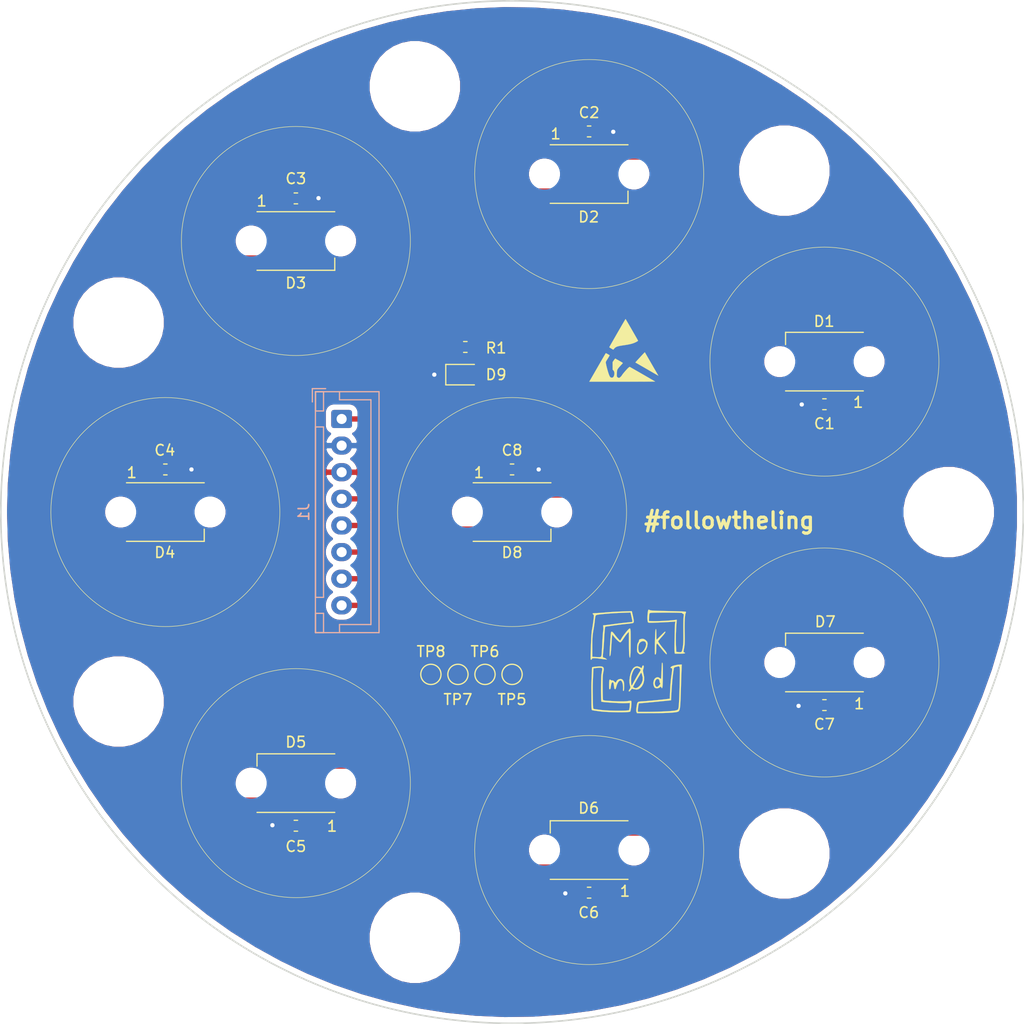
<source format=kicad_pcb>
(kicad_pcb (version 20171130) (host pcbnew "(5.1.6)-1")

  (general
    (thickness 1.6)
    (drawings 37)
    (tracks 128)
    (zones 0)
    (modules 48)
    (nets 17)
  )

  (page A4)
  (title_block
    (date 2020-09-26)
  )

  (layers
    (0 F.Cu signal)
    (31 B.Cu signal hide)
    (32 B.Adhes user hide)
    (33 F.Adhes user hide)
    (34 B.Paste user hide)
    (35 F.Paste user)
    (36 B.SilkS user hide)
    (37 F.SilkS user)
    (38 B.Mask user hide)
    (39 F.Mask user)
    (40 Dwgs.User user hide)
    (41 Cmts.User user hide)
    (42 Eco1.User user hide)
    (43 Eco2.User user hide)
    (44 Edge.Cuts user)
    (45 Margin user hide)
    (46 B.CrtYd user hide)
    (47 F.CrtYd user)
    (48 B.Fab user hide)
    (49 F.Fab user)
  )

  (setup
    (last_trace_width 0.5)
    (trace_clearance 0.3)
    (zone_clearance 0.508)
    (zone_45_only no)
    (trace_min 0.2)
    (via_size 0.8)
    (via_drill 0.4)
    (via_min_size 0.4)
    (via_min_drill 0.3)
    (uvia_size 0.3)
    (uvia_drill 0.1)
    (uvias_allowed no)
    (uvia_min_size 0.2)
    (uvia_min_drill 0.1)
    (edge_width 0.05)
    (segment_width 0.2)
    (pcb_text_width 0.3)
    (pcb_text_size 1.5 1.5)
    (mod_edge_width 0.12)
    (mod_text_size 1 1)
    (mod_text_width 0.15)
    (pad_size 1.9 1.9)
    (pad_drill 1.9)
    (pad_to_mask_clearance 0.05)
    (aux_axis_origin 0 0)
    (visible_elements 7EFFF7FF)
    (pcbplotparams
      (layerselection 0x010fc_ffffffff)
      (usegerberextensions false)
      (usegerberattributes true)
      (usegerberadvancedattributes true)
      (creategerberjobfile true)
      (excludeedgelayer true)
      (linewidth 0.100000)
      (plotframeref false)
      (viasonmask false)
      (mode 1)
      (useauxorigin false)
      (hpglpennumber 1)
      (hpglpenspeed 20)
      (hpglpendiameter 15.000000)
      (psnegative false)
      (psa4output false)
      (plotreference true)
      (plotvalue true)
      (plotinvisibletext false)
      (padsonsilk false)
      (subtractmaskfromsilk false)
      (outputformat 4)
      (mirror false)
      (drillshape 0)
      (scaleselection 1)
      (outputdirectory ""))
  )

  (net 0 "")
  (net 1 "Net-(J1-Pad8)")
  (net 2 "Net-(J1-Pad7)")
  (net 3 "Net-(J1-Pad6)")
  (net 4 "Net-(J1-Pad5)")
  (net 5 "Net-(D1-Pad2)")
  (net 6 GND)
  (net 7 +5V)
  (net 8 DIN)
  (net 9 "Net-(D2-Pad2)")
  (net 10 "Net-(D3-Pad2)")
  (net 11 "Net-(D4-Pad2)")
  (net 12 "Net-(D5-Pad2)")
  (net 13 "Net-(D6-Pad2)")
  (net 14 "Net-(D7-Pad2)")
  (net 15 DOUT)
  (net 16 "Net-(D9-Pad2)")

  (net_class Default "This is the default net class."
    (clearance 0.3)
    (trace_width 0.5)
    (via_dia 0.8)
    (via_drill 0.4)
    (uvia_dia 0.3)
    (uvia_drill 0.1)
    (add_net +5V)
    (add_net DIN)
    (add_net DOUT)
    (add_net GND)
    (add_net "Net-(D1-Pad2)")
    (add_net "Net-(D2-Pad2)")
    (add_net "Net-(D3-Pad2)")
    (add_net "Net-(D4-Pad2)")
    (add_net "Net-(D5-Pad2)")
    (add_net "Net-(D6-Pad2)")
    (add_net "Net-(D7-Pad2)")
    (add_net "Net-(D9-Pad2)")
    (add_net "Net-(J1-Pad5)")
    (add_net "Net-(J1-Pad6)")
    (add_net "Net-(J1-Pad7)")
    (add_net "Net-(J1-Pad8)")
  )

  (module 3D:MoKm0d_ganzklein (layer F.Cu) (tedit 0) (tstamp 5F71286B)
    (at 11.9 14.1)
    (fp_text reference G*** (at 0 0) (layer Cmts.User) hide
      (effects (font (size 1.524 1.524) (thickness 0.3)))
    )
    (fp_text value LOGO (at 0.75 0) (layer Cmts.User) hide
      (effects (font (size 1.524 1.524) (thickness 0.3)))
    )
    (fp_poly (pts (xy 4.003945 1.026583) (xy 3.994448 1.300202) (xy 3.983157 1.635763) (xy 3.970815 2.010581)
      (xy 3.958164 2.401969) (xy 3.945945 2.78724) (xy 3.937835 3.048) (xy 3.924359 3.448992)
      (xy 3.910194 3.77398) (xy 3.893912 4.031623) (xy 3.874086 4.230578) (xy 3.849286 4.379505)
      (xy 3.818086 4.487063) (xy 3.779057 4.561911) (xy 3.730772 4.612707) (xy 3.674138 4.646998)
      (xy 3.557183 4.680789) (xy 3.358551 4.710017) (xy 3.081116 4.734526) (xy 2.727753 4.754162)
      (xy 2.301336 4.768771) (xy 1.804739 4.778198) (xy 1.240838 4.782289) (xy 1.152676 4.782431)
      (xy -0.171149 4.783666) (xy -0.219766 4.676963) (xy -0.242734 4.593237) (xy -0.245072 4.474468)
      (xy -0.244413 4.46825) (xy -0.084667 4.46825) (xy -0.084667 4.656666) (xy 0.79375 4.656392)
      (xy 1.134286 4.653766) (xy 1.517311 4.646672) (xy 1.908535 4.636004) (xy 2.273666 4.622653)
      (xy 2.497667 4.612067) (xy 2.844975 4.591694) (xy 3.117339 4.570958) (xy 3.324475 4.548312)
      (xy 3.476097 4.52221) (xy 3.58192 4.491105) (xy 3.651659 4.453452) (xy 3.683413 4.423335)
      (xy 3.708033 4.365683) (xy 3.730333 4.252465) (xy 3.750541 4.079822) (xy 3.768886 3.84389)
      (xy 3.785599 3.54081) (xy 3.800909 3.16672) (xy 3.815045 2.717758) (xy 3.828237 2.190064)
      (xy 3.835004 1.87325) (xy 3.843679 1.471534) (xy 3.850602 1.146804) (xy 3.854085 0.891379)
      (xy 3.852435 0.69758) (xy 3.843963 0.557724) (xy 3.826979 0.464132) (xy 3.799792 0.409122)
      (xy 3.760711 0.385014) (xy 3.708047 0.384128) (xy 3.640108 0.398782) (xy 3.555205 0.421297)
      (xy 3.517475 0.43047) (xy 3.389713 0.465026) (xy 3.322556 0.504054) (xy 3.293 0.565364)
      (xy 3.285072 0.610386) (xy 3.270469 0.715254) (xy 3.248474 0.872684) (xy 3.22346 1.051394)
      (xy 3.219522 1.0795) (xy 3.183935 1.370051) (xy 3.148344 1.729702) (xy 3.114055 2.142894)
      (xy 3.082373 2.594072) (xy 3.057931 3.005666) (xy 3.026833 3.577166) (xy 1.8415 3.692207)
      (xy 1.514148 3.723771) (xy 1.197004 3.753972) (xy 0.904963 3.781418) (xy 0.652919 3.804721)
      (xy 0.455765 3.82249) (xy 0.330873 3.83314) (xy 0.005579 3.859034) (xy -0.039544 4.069434)
      (xy -0.067472 4.240351) (xy -0.083313 4.416195) (xy -0.084667 4.46825) (xy -0.244413 4.46825)
      (xy -0.226607 4.3005) (xy -0.215905 4.227451) (xy -0.183061 4.011718) (xy -0.152181 3.863675)
      (xy -0.108028 3.76964) (xy -0.035367 3.715932) (xy 0.081039 3.688869) (xy 0.256425 3.67477)
      (xy 0.409261 3.666078) (xy 0.618262 3.651495) (xy 0.890641 3.629319) (xy 1.205654 3.601536)
      (xy 1.542557 3.570132) (xy 1.880604 3.537092) (xy 2.199051 3.504403) (xy 2.477154 3.474051)
      (xy 2.694168 3.44802) (xy 2.713402 3.445508) (xy 2.907971 3.41982) (xy 2.935214 2.667711)
      (xy 2.950219 2.366682) (xy 2.973298 2.041238) (xy 3.001789 1.722914) (xy 3.033032 1.443242)
      (xy 3.047562 1.336479) (xy 3.087229 1.061688) (xy 3.113724 0.85948) (xy 3.127051 0.718801)
      (xy 3.127217 0.6286) (xy 3.114229 0.577823) (xy 3.088092 0.555419) (xy 3.048812 0.550334)
      (xy 3.048 0.550333) (xy 2.97567 0.532075) (xy 2.976649 0.483095) (xy 3.049311 0.412085)
      (xy 3.077496 0.392559) (xy 3.188191 0.343044) (xy 3.355951 0.294506) (xy 3.553321 0.252948)
      (xy 3.752848 0.224371) (xy 3.8897 0.21501) (xy 4.0329 0.211666) (xy 4.003945 1.026583)) (layer F.SilkS) (width 0.01))
    (fp_poly (pts (xy -3.543697 0.393061) (xy -3.473594 0.40167) (xy -3.361398 0.448681) (xy -3.299778 0.535903)
      (xy -3.285814 0.673846) (xy -3.316587 0.873021) (xy -3.328548 0.923972) (xy -3.350632 1.029777)
      (xy -3.367438 1.151869) (xy -3.379495 1.302079) (xy -3.387334 1.492242) (xy -3.391482 1.734191)
      (xy -3.392471 2.03976) (xy -3.391399 2.328333) (xy -3.388914 2.630981) (xy -3.385191 2.907833)
      (xy -3.380507 3.146976) (xy -3.375137 3.336493) (xy -3.369359 3.464469) (xy -3.363797 3.518024)
      (xy -3.332769 3.554079) (xy -3.25644 3.580363) (xy -3.120439 3.600375) (xy -2.97304 3.613196)
      (xy -2.490838 3.644903) (xy -2.058931 3.665302) (xy -1.684687 3.674273) (xy -1.375473 3.671697)
      (xy -1.138656 3.657454) (xy -1.041595 3.644545) (xy -0.849859 3.618865) (xy -0.736313 3.622348)
      (xy -0.707133 3.636267) (xy -0.692032 3.696431) (xy -0.689418 3.818464) (xy -0.697163 3.980837)
      (xy -0.713136 4.162023) (xy -0.735209 4.340494) (xy -0.761251 4.494723) (xy -0.789134 4.603183)
      (xy -0.8062 4.637749) (xy -0.867033 4.660013) (xy -1.000543 4.677358) (xy -1.194886 4.689886)
      (xy -1.438221 4.697703) (xy -1.718708 4.700911) (xy -2.024502 4.699614) (xy -2.343765 4.693918)
      (xy -2.664652 4.683924) (xy -2.975323 4.669738) (xy -3.263937 4.651463) (xy -3.51865 4.629203)
      (xy -3.659924 4.612713) (xy -3.882224 4.582478) (xy -4.081057 4.553956) (xy -4.237959 4.529902)
      (xy -4.334466 4.513071) (xy -4.348056 4.510051) (xy -4.382068 4.499532) (xy -4.407111 4.479774)
      (xy -4.424614 4.439133) (xy -4.436005 4.365966) (xy -4.442713 4.248627) (xy -4.446168 4.075472)
      (xy -4.447797 3.834858) (xy -4.448348 3.692722) (xy -4.449599 3.404664) (xy -4.451211 3.110941)
      (xy -4.453026 2.835832) (xy -4.454889 2.603614) (xy -4.456173 2.4765) (xy -4.456035 2.414327)
      (xy -4.325074 2.414327) (xy -4.324283 2.653929) (xy -4.321323 2.936452) (xy -4.316324 3.276943)
      (xy -4.31114 3.589459) (xy -4.306156 3.862804) (xy -4.300834 4.063272) (xy -4.293588 4.202646)
      (xy -4.282829 4.292707) (xy -4.26697 4.345236) (xy -4.244422 4.372016) (xy -4.213598 4.384827)
      (xy -4.203594 4.387434) (xy -4.129673 4.400483) (xy -3.988901 4.420656) (xy -3.79857 4.445638)
      (xy -3.575968 4.47312) (xy -3.462204 4.486581) (xy -3.247786 4.506821) (xy -2.992153 4.523286)
      (xy -2.707938 4.535932) (xy -2.407779 4.544715) (xy -2.104309 4.549592) (xy -1.810163 4.550519)
      (xy -1.537978 4.547453) (xy -1.300387 4.540349) (xy -1.110027 4.529164) (xy -0.979532 4.513855)
      (xy -0.922421 4.495353) (xy -0.900436 4.436507) (xy -0.878582 4.317386) (xy -0.861172 4.162278)
      (xy -0.859463 4.140775) (xy -0.835603 3.825294) (xy -1.317385 3.842851) (xy -1.470072 3.844214)
      (xy -1.674519 3.840003) (xy -1.916628 3.831111) (xy -2.182303 3.818435) (xy -2.457447 3.802871)
      (xy -2.727965 3.785313) (xy -2.97976 3.766657) (xy -3.198734 3.7478) (xy -3.370793 3.729635)
      (xy -3.481839 3.713059) (xy -3.515177 3.703233) (xy -3.525913 3.655771) (xy -3.534641 3.536384)
      (xy -3.541383 3.357788) (xy -3.546159 3.1327) (xy -3.54899 2.873837) (xy -3.549897 2.593915)
      (xy -3.548902 2.305651) (xy -3.546026 2.021763) (xy -3.541288 1.754967) (xy -3.534712 1.517979)
      (xy -3.526316 1.323516) (xy -3.516123 1.184296) (xy -3.510946 1.143) (xy -3.483768 0.970394)
      (xy -3.457987 0.806518) (xy -3.443011 0.711217) (xy -3.433 0.606344) (xy -3.456212 0.554798)
      (xy -3.52602 0.527597) (xy -3.527964 0.527108) (xy -3.624281 0.51821) (xy -3.772688 0.521068)
      (xy -3.941522 0.53504) (xy -3.946002 0.535557) (xy -4.2545 0.5715) (xy -4.29206 1.3335)
      (xy -4.304017 1.584196) (xy -4.313169 1.80258) (xy -4.319645 2.003699) (xy -4.323571 2.202599)
      (xy -4.325074 2.414327) (xy -4.456035 2.414327) (xy -4.455758 2.290295) (xy -4.451489 2.043802)
      (xy -4.443985 1.761284) (xy -4.433862 1.467) (xy -4.425292 1.261334) (xy -4.389502 0.469502)
      (xy -4.279668 0.448199) (xy -4.096939 0.420149) (xy -3.894609 0.400527) (xy -3.700816 0.390956)
      (xy -3.543697 0.393061)) (layer F.SilkS) (width 0.01))
    (fp_poly (pts (xy 0.449962 0.328287) (xy 0.465667 0.409744) (xy 0.450757 0.532117) (xy 0.416476 0.659188)
      (xy 0.392113 0.758834) (xy 0.39625 0.868688) (xy 0.430635 1.020654) (xy 0.437643 1.045971)
      (xy 0.502659 1.393334) (xy 0.498808 1.716686) (xy 0.42753 2.006364) (xy 0.290266 2.252702)
      (xy 0.250515 2.301077) (xy 0.094303 2.456251) (xy -0.051293 2.542579) (xy -0.209926 2.568635)
      (xy -0.405251 2.542994) (xy -0.412451 2.541398) (xy -0.650552 2.488114) (xy -0.759193 2.620272)
      (xy -0.846953 2.71682) (xy -0.903796 2.748731) (xy -0.943729 2.723132) (xy -0.94813 2.716405)
      (xy -0.939801 2.663023) (xy -0.893093 2.570463) (xy -0.866676 2.529202) (xy -0.804359 2.428978)
      (xy -0.785717 2.353086) (xy -0.792777 2.319897) (xy -0.547485 2.319897) (xy -0.453659 2.385934)
      (xy -0.321681 2.43611) (xy -0.176053 2.407963) (xy -0.013186 2.300268) (xy 0.092165 2.199212)
      (xy 0.264117 1.962119) (xy 0.35575 1.701351) (xy 0.366052 1.422879) (xy 0.294009 1.132674)
      (xy 0.279232 1.096035) (xy 0.223433 0.963327) (xy -0.051851 1.42358) (xy -0.169751 1.623473)
      (xy -0.282831 1.820069) (xy -0.377663 1.989741) (xy -0.43731 2.101865) (xy -0.547485 2.319897)
      (xy -0.792777 2.319897) (xy -0.805607 2.259591) (xy -0.826215 2.199308) (xy -0.876221 1.96321)
      (xy -0.882486 1.685834) (xy -0.881761 1.679303) (xy -0.726031 1.679303) (xy -0.722893 1.854714)
      (xy -0.713704 2.007076) (xy -0.700289 2.108731) (xy -0.696844 2.121885) (xy -0.673889 2.181816)
      (xy -0.650585 2.17729) (xy -0.609286 2.102748) (xy -0.604227 2.092698) (xy -0.558282 2.005431)
      (xy -0.482211 1.865243) (xy -0.38741 1.693001) (xy -0.305191 1.545166) (xy -0.19668 1.354226)
      (xy -0.089641 1.171425) (xy 0.001611 1.020932) (xy 0.050358 0.944872) (xy 0.119022 0.835595)
      (xy 0.162005 0.753433) (xy 0.169333 0.729183) (xy 0.132185 0.657513) (xy 0.038188 0.586732)
      (xy -0.086482 0.534334) (xy -0.140211 0.522257) (xy -0.26404 0.52619) (xy -0.371439 0.586926)
      (xy -0.469809 0.712383) (xy -0.566551 0.910478) (xy -0.612176 1.027181) (xy -0.680334 1.240542)
      (xy -0.715499 1.440715) (xy -0.726019 1.675511) (xy -0.726031 1.679303) (xy -0.881761 1.679303)
      (xy -0.849553 1.389511) (xy -0.781964 1.096575) (xy -0.684264 0.829357) (xy -0.560995 0.610192)
      (xy -0.484302 0.518583) (xy -0.322241 0.409385) (xy -0.141334 0.379494) (xy 0.04447 0.430163)
      (xy 0.105833 0.465666) (xy 0.209704 0.529523) (xy 0.265859 0.539697) (xy 0.295391 0.49184)
      (xy 0.31115 0.423333) (xy 0.350839 0.327674) (xy 0.404486 0.295343) (xy 0.449962 0.328287)) (layer F.SilkS) (width 0.01))
    (fp_poly (pts (xy -1.616564 1.579088) (xy -1.531929 1.63215) (xy -1.473966 1.703916) (xy -1.427905 1.777905)
      (xy -1.39887 1.857658) (xy -1.383067 1.964707) (xy -1.376704 2.120583) (xy -1.375833 2.261079)
      (xy -1.379778 2.476431) (xy -1.392259 2.615496) (xy -1.414249 2.686313) (xy -1.42875 2.698523)
      (xy -1.478249 2.682708) (xy -1.485002 2.659944) (xy -1.485851 2.58932) (xy -1.484629 2.464275)
      (xy -1.482355 2.346387) (xy -1.49322 2.151637) (xy -1.530333 1.969927) (xy -1.586918 1.822679)
      (xy -1.656202 1.73132) (xy -1.681421 1.716806) (xy -1.780291 1.720614) (xy -1.88114 1.799336)
      (xy -1.977776 1.943617) (xy -2.064011 2.144099) (xy -2.133652 2.391426) (xy -2.13657 2.404773)
      (xy -2.173793 2.505597) (xy -2.229797 2.532376) (xy -2.236965 2.531319) (xy -2.278247 2.502908)
      (xy -2.306546 2.425981) (xy -2.326872 2.284695) (xy -2.331833 2.231246) (xy -2.351027 2.078869)
      (xy -2.377327 1.958237) (xy -2.404122 1.896944) (xy -2.469244 1.873352) (xy -2.530824 1.923196)
      (xy -2.580192 2.035402) (xy -2.603737 2.151878) (xy -2.630123 2.337593) (xy -2.654283 2.453947)
      (xy -2.681148 2.515946) (xy -2.715649 2.538591) (xy -2.731307 2.54) (xy -2.760896 2.525314)
      (xy -2.779692 2.471976) (xy -2.789789 2.366063) (xy -2.79328 2.19365) (xy -2.793352 2.12725)
      (xy -2.786795 1.879994) (xy -2.767668 1.714745) (xy -2.73543 1.629703) (xy -2.689538 1.623067)
      (xy -2.652429 1.659555) (xy -2.564916 1.711824) (xy -2.505412 1.707624) (xy -2.41959 1.71316)
      (xy -2.323331 1.782102) (xy -2.289536 1.816548) (xy -2.211078 1.895642) (xy -2.1693 1.916798)
      (xy -2.145809 1.886387) (xy -2.139669 1.868448) (xy -2.050612 1.712262) (xy -1.909989 1.605761)
      (xy -1.74077 1.566333) (xy -1.740571 1.566333) (xy -1.616564 1.579088)) (layer F.SilkS) (width 0.01))
    (fp_poly (pts (xy 2.223222 0.065425) (xy 2.238194 0.135749) (xy 2.248722 0.25784) (xy 2.255285 0.438841)
      (xy 2.258358 0.685895) (xy 2.258419 1.006145) (xy 2.257203 1.237166) (xy 2.253465 1.614686)
      (xy 2.247361 1.913408) (xy 2.238176 2.139184) (xy 2.225195 2.297869) (xy 2.207703 2.395314)
      (xy 2.184986 2.437373) (xy 2.156329 2.429898) (xy 2.121017 2.378743) (xy 2.118393 2.373892)
      (xy 2.069942 2.283361) (xy 1.949186 2.369347) (xy 1.794181 2.443098) (xy 1.641705 2.453042)
      (xy 1.513688 2.400415) (xy 1.459291 2.341713) (xy 1.383555 2.162973) (xy 1.364478 1.98981)
      (xy 1.506522 1.98981) (xy 1.527245 2.133803) (xy 1.587005 2.24312) (xy 1.656094 2.307046)
      (xy 1.717445 2.318743) (xy 1.792805 2.273968) (xy 1.888067 2.1844) (xy 1.988934 2.069457)
      (xy 2.030402 1.988681) (xy 2.009189 1.949723) (xy 1.989667 1.947333) (xy 1.961025 1.910277)
      (xy 1.947495 1.81984) (xy 1.947333 1.807633) (xy 1.921797 1.662981) (xy 1.843884 1.583962)
      (xy 1.749342 1.566333) (xy 1.650628 1.604106) (xy 1.573638 1.70235) (xy 1.523795 1.838455)
      (xy 1.506522 1.98981) (xy 1.364478 1.98981) (xy 1.361141 1.959525) (xy 1.389189 1.757329)
      (xy 1.464841 1.582347) (xy 1.55394 1.482328) (xy 1.700838 1.407388) (xy 1.846073 1.416936)
      (xy 1.958885 1.481666) (xy 2.038152 1.539992) (xy 2.08391 1.56622) (xy 2.085011 1.566333)
      (xy 2.092353 1.526266) (xy 2.101339 1.415063) (xy 2.111171 1.246218) (xy 2.121049 1.033227)
      (xy 2.129127 0.820568) (xy 2.138682 0.577894) (xy 2.149354 0.365561) (xy 2.160247 0.197632)
      (xy 2.170468 0.08817) (xy 2.178043 0.051512) (xy 2.203331 0.039727) (xy 2.223222 0.065425)) (layer F.SilkS) (width 0.01))
    (fp_poly (pts (xy -0.560206 -4.376505) (xy -0.506954 -4.126023) (xy -0.477069 -3.944541) (xy -0.46981 -3.819896)
      (xy -0.484435 -3.739928) (xy -0.518583 -3.693737) (xy -0.578875 -3.674253) (xy -0.705864 -3.650986)
      (xy -0.881831 -3.626662) (xy -1.089057 -3.604007) (xy -1.121833 -3.600913) (xy -1.3664 -3.575845)
      (xy -1.662734 -3.541682) (xy -1.978937 -3.502307) (xy -2.283112 -3.461603) (xy -2.384763 -3.447194)
      (xy -2.62171 -3.413275) (xy -2.829482 -3.384068) (xy -2.993582 -3.361569) (xy -3.09951 -3.347772)
      (xy -3.132262 -3.344334) (xy -3.150922 -3.324277) (xy -3.168317 -3.259585) (xy -3.185116 -3.143472)
      (xy -3.201985 -2.969154) (xy -3.219594 -2.729847) (xy -3.238611 -2.418765) (xy -3.257351 -2.074334)
      (xy -3.273691 -1.792902) (xy -3.292964 -1.510486) (xy -3.313405 -1.250037) (xy -3.333244 -1.034507)
      (xy -3.346306 -0.918927) (xy -3.370246 -0.70466) (xy -3.375252 -0.560672) (xy -3.359258 -0.474276)
      (xy -3.320201 -0.432782) (xy -3.265685 -0.423334) (xy -3.176682 -0.396494) (xy -3.08444 -0.335654)
      (xy -2.9845 -0.247973) (xy -3.196167 -0.271382) (xy -3.358082 -0.291247) (xy -3.552475 -0.317794)
      (xy -3.683 -0.337044) (xy -3.932471 -0.368349) (xy -4.139741 -0.380466) (xy -4.293832 -0.373654)
      (xy -4.383763 -0.348174) (xy -4.402667 -0.319999) (xy -4.42514 -0.252269) (xy -4.472187 -0.227091)
      (xy -4.505736 -0.249528) (xy -4.514767 -0.266144) (xy -4.521619 -0.28933) (xy -4.526207 -0.328086)
      (xy -4.528448 -0.391412) (xy -4.528257 -0.488307) (xy -4.525552 -0.627771) (xy -4.520248 -0.818804)
      (xy -4.512261 -1.070407) (xy -4.501508 -1.391578) (xy -4.498335 -1.484897) (xy -4.360334 -1.484897)
      (xy -4.360334 -0.511869) (xy -4.074583 -0.496138) (xy -3.853952 -0.484712) (xy -3.703292 -0.481846)
      (xy -3.608024 -0.491638) (xy -3.55357 -0.51819) (xy -3.525352 -0.5656) (xy -3.508792 -0.637968)
      (xy -3.50553 -0.656167) (xy -3.494871 -0.746598) (xy -3.48161 -0.907145) (xy -3.466709 -1.123329)
      (xy -3.451129 -1.380674) (xy -3.435833 -1.664703) (xy -3.428206 -1.820334) (xy -3.413171 -2.110713)
      (xy -3.396772 -2.380272) (xy -3.380055 -2.614974) (xy -3.364068 -2.800781) (xy -3.349858 -2.923657)
      (xy -3.343253 -2.959049) (xy -3.324452 -3.097805) (xy -3.326792 -3.255006) (xy -3.329943 -3.282384)
      (xy -3.35454 -3.461836) (xy -3.084853 -3.490127) (xy -2.93775 -3.507105) (xy -2.733246 -3.532778)
      (xy -2.497738 -3.563741) (xy -2.257624 -3.596594) (xy -2.243667 -3.598548) (xy -1.967032 -3.635182)
      (xy -1.657492 -3.672749) (xy -1.356302 -3.706403) (xy -1.143 -3.72782) (xy -0.941096 -3.747552)
      (xy -0.772123 -3.765928) (xy -0.652653 -3.781009) (xy -0.599261 -3.790859) (xy -0.59818 -3.791495)
      (xy -0.600487 -3.836122) (xy -0.619002 -3.945333) (xy -0.650444 -4.101318) (xy -0.680424 -4.237804)
      (xy -0.778322 -4.669579) (xy -1.606244 -4.639534) (xy -1.937539 -4.624739) (xy -2.310226 -4.603565)
      (xy -2.689012 -4.578292) (xy -3.038606 -4.551201) (xy -3.211657 -4.535784) (xy -3.497055 -4.507452)
      (xy -3.709111 -4.482907) (xy -3.858952 -4.46018) (xy -3.957707 -4.437301) (xy -4.016504 -4.4123)
      (xy -4.04285 -4.388637) (xy -4.070607 -4.314344) (xy -4.097979 -4.180077) (xy -4.120336 -4.010423)
      (xy -4.126203 -3.94618) (xy -4.146175 -3.755494) (xy -4.178249 -3.513642) (xy -4.2179 -3.25248)
      (xy -4.258093 -3.017547) (xy -4.292754 -2.817599) (xy -4.318721 -2.637149) (xy -4.337197 -2.458136)
      (xy -4.349387 -2.262505) (xy -4.356496 -2.032198) (xy -4.359728 -1.749157) (xy -4.360334 -1.484897)
      (xy -4.498335 -1.484897) (xy -4.492686 -1.651) (xy -4.48046 -1.966727) (xy -4.466207 -2.263489)
      (xy -4.450776 -2.52812) (xy -4.435015 -2.747452) (xy -4.41977 -2.908315) (xy -4.406052 -2.996919)
      (xy -4.383619 -3.104816) (xy -4.354372 -3.275884) (xy -4.321623 -3.489237) (xy -4.288684 -3.723986)
      (xy -4.27851 -3.801252) (xy -4.247749 -4.041735) (xy -4.228012 -4.212184) (xy -4.219349 -4.32652)
      (xy -4.221811 -4.398661) (xy -4.23545 -4.442528) (xy -4.260318 -4.472039) (xy -4.281042 -4.488954)
      (xy -4.334971 -4.545597) (xy -4.322552 -4.583685) (xy -4.238312 -4.605929) (xy -4.076776 -4.615038)
      (xy -4.025195 -4.615573) (xy -3.883375 -4.620119) (xy -3.680247 -4.631799) (xy -3.438719 -4.649053)
      (xy -3.181701 -4.670323) (xy -3.069167 -4.680595) (xy -2.798235 -4.702979) (xy -2.47227 -4.725004)
      (xy -2.120895 -4.744955) (xy -1.773732 -4.76112) (xy -1.523289 -4.770045) (xy -0.654745 -4.795712)
      (xy -0.560206 -4.376505)) (layer F.SilkS) (width 0.01))
    (fp_poly (pts (xy -0.809479 -3.155901) (xy -0.790536 -3.099686) (xy -0.777425 -2.99957) (xy -0.769081 -2.847406)
      (xy -0.764438 -2.635048) (xy -0.762433 -2.35435) (xy -0.762 -1.997166) (xy -0.762 -1.995576)
      (xy -0.763353 -1.557053) (xy -0.76759 -1.198177) (xy -0.774977 -0.913971) (xy -0.785783 -0.699455)
      (xy -0.800272 -0.549651) (xy -0.818714 -0.459581) (xy -0.841374 -0.424265) (xy -0.846299 -0.423334)
      (xy -0.865186 -0.461939) (xy -0.88568 -0.563267) (xy -0.903412 -0.705584) (xy -0.903744 -0.709084)
      (xy -0.911877 -0.838245) (xy -0.919057 -1.034473) (xy -0.924889 -1.280172) (xy -0.928977 -1.557744)
      (xy -0.930926 -1.849591) (xy -0.931033 -1.923504) (xy -0.931333 -2.852174) (xy -1.061552 -2.727837)
      (xy -1.140723 -2.637921) (xy -1.246695 -2.498254) (xy -1.362628 -2.331643) (xy -1.426887 -2.233084)
      (xy -1.560496 -2.0348) (xy -1.661778 -1.912282) (xy -1.732283 -1.863704) (xy -1.741309 -1.862667)
      (xy -1.814484 -1.893611) (xy -1.925581 -1.977427) (xy -2.059985 -2.100587) (xy -2.203085 -2.249566)
      (xy -2.340266 -2.410836) (xy -2.358239 -2.433717) (xy -2.48944 -2.6026) (xy -2.512404 -2.41255)
      (xy -2.522485 -2.30758) (xy -2.535962 -2.136357) (xy -2.551526 -1.917162) (xy -2.567864 -1.668278)
      (xy -2.580138 -1.468077) (xy -2.59912 -1.193353) (xy -2.620659 -0.95793) (xy -2.643294 -0.774474)
      (xy -2.665566 -0.655652) (xy -2.677703 -0.62141) (xy -2.714936 -0.563075) (xy -2.73231 -0.573876)
      (xy -2.743147 -0.658456) (xy -2.744526 -0.740726) (xy -2.740449 -0.887991) (xy -2.731826 -1.086167)
      (xy -2.719565 -1.321168) (xy -2.704577 -1.578912) (xy -2.68777 -1.845313) (xy -2.670053 -2.106287)
      (xy -2.652336 -2.347749) (xy -2.635527 -2.555616) (xy -2.620537 -2.715803) (xy -2.608274 -2.814225)
      (xy -2.60245 -2.838034) (xy -2.554468 -2.875812) (xy -2.487804 -2.853214) (xy -2.395362 -2.765389)
      (xy -2.274944 -2.614084) (xy -2.166372 -2.474091) (xy -2.048254 -2.331309) (xy -1.934287 -2.201142)
      (xy -1.838171 -2.098995) (xy -1.773605 -2.040269) (xy -1.757274 -2.032) (xy -1.730134 -2.065734)
      (xy -1.674091 -2.153995) (xy -1.604361 -2.272359) (xy -1.526787 -2.393453) (xy -1.41713 -2.546383)
      (xy -1.289877 -2.712941) (xy -1.159516 -2.874918) (xy -1.040535 -3.014104) (xy -0.947421 -3.112292)
      (xy -0.911949 -3.142602) (xy -0.869121 -3.169213) (xy -0.835319 -3.176361) (xy -0.809479 -3.155901)) (layer F.SilkS) (width 0.01))
    (fp_poly (pts (xy 0.491461 -2.177777) (xy 0.619743 -2.097776) (xy 0.667372 -2.056342) (xy 0.761064 -1.962411)
      (xy 0.807435 -1.880431) (xy 0.82218 -1.772912) (xy 0.82245 -1.685925) (xy 0.783313 -1.437858)
      (xy 0.681841 -1.194106) (xy 0.532113 -0.978543) (xy 0.34821 -0.815044) (xy 0.287852 -0.779388)
      (xy 0.177798 -0.731406) (xy 0.096079 -0.7327) (xy 0.010717 -0.78973) (xy -0.049768 -0.847588)
      (xy -0.110578 -0.911932) (xy -0.147411 -0.970785) (xy -0.165221 -1.046236) (xy -0.168961 -1.160373)
      (xy -0.164172 -1.316231) (xy -0.045851 -1.316231) (xy -0.031265 -1.149561) (xy 0.004837 -1.009918)
      (xy 0.060949 -0.916907) (xy 0.123212 -0.889159) (xy 0.202922 -0.910332) (xy 0.309233 -0.961932)
      (xy 0.323217 -0.970244) (xy 0.433106 -1.072544) (xy 0.538808 -1.229435) (xy 0.625233 -1.411546)
      (xy 0.677288 -1.589505) (xy 0.6858 -1.67584) (xy 0.654182 -1.835973) (xy 0.599701 -1.91678)
      (xy 0.485409 -1.976775) (xy 0.344018 -1.975401) (xy 0.199747 -1.91863) (xy 0.076814 -1.812437)
      (xy 0.054557 -1.782323) (xy -0.004448 -1.652219) (xy -0.037415 -1.490319) (xy -0.045851 -1.316231)
      (xy -0.164172 -1.316231) (xy -0.163586 -1.335282) (xy -0.162928 -1.352116) (xy -0.151404 -1.549181)
      (xy -0.13198 -1.684565) (xy -0.099676 -1.781203) (xy -0.053358 -1.856883) (xy 0.002614 -1.956939)
      (xy 0.019067 -2.03932) (xy 0.016421 -2.050267) (xy 0.031288 -2.1114) (xy 0.113631 -2.161718)
      (xy 0.246324 -2.193764) (xy 0.363211 -2.201334) (xy 0.491461 -2.177777)) (layer F.SilkS) (width 0.01))
    (fp_poly (pts (xy 1.628342 -3.061591) (xy 1.642175 -2.932214) (xy 1.64996 -2.740737) (xy 1.651 -2.624667)
      (xy 1.652234 -2.428551) (xy 1.655597 -2.26761) (xy 1.660579 -2.158204) (xy 1.66667 -2.116694)
      (xy 1.666832 -2.116667) (xy 1.700693 -2.145148) (xy 1.781756 -2.222928) (xy 1.898296 -2.338513)
      (xy 2.038586 -2.480406) (xy 2.055493 -2.497667) (xy 2.19952 -2.642188) (xy 2.323422 -2.761536)
      (xy 2.414802 -2.84412) (xy 2.461264 -2.87835) (xy 2.462994 -2.878667) (xy 2.500358 -2.852254)
      (xy 2.472834 -2.772852) (xy 2.380275 -2.640219) (xy 2.222531 -2.454112) (xy 2.159 -2.384029)
      (xy 2.026385 -2.235515) (xy 1.918127 -2.106573) (xy 1.845649 -2.011347) (xy 1.820333 -1.964704)
      (xy 1.846447 -1.902047) (xy 1.918422 -1.788436) (xy 2.026708 -1.636931) (xy 2.161758 -1.460596)
      (xy 2.314021 -1.272492) (xy 2.405581 -1.164167) (xy 2.536121 -0.996371) (xy 2.608753 -0.865853)
      (xy 2.622369 -0.804334) (xy 2.616729 -0.755952) (xy 2.594064 -0.74847) (xy 2.542839 -0.788705)
      (xy 2.451522 -0.883472) (xy 2.407451 -0.931334) (xy 2.280593 -1.076268) (xy 2.130769 -1.257063)
      (xy 1.984816 -1.441111) (xy 1.944801 -1.493402) (xy 1.837403 -1.633572) (xy 1.760374 -1.72186)
      (xy 1.708276 -1.752825) (xy 1.675673 -1.721026) (xy 1.657124 -1.621024) (xy 1.647194 -1.447378)
      (xy 1.640442 -1.194647) (xy 1.640303 -1.188772) (xy 1.629656 -0.95817) (xy 1.609753 -0.807164)
      (xy 1.579284 -0.731059) (xy 1.536938 -0.725157) (xy 1.515688 -0.74209) (xy 1.509381 -0.789762)
      (xy 1.505644 -0.908228) (xy 1.504253 -1.083665) (xy 1.504986 -1.302246) (xy 1.507621 -1.550147)
      (xy 1.511935 -1.813542) (xy 1.517705 -2.078606) (xy 1.524709 -2.331513) (xy 1.532724 -2.558438)
      (xy 1.541529 -2.745557) (xy 1.549907 -2.868084) (xy 1.569243 -3.032114) (xy 1.590007 -3.116041)
      (xy 1.61033 -3.124367) (xy 1.628342 -3.061591)) (layer F.SilkS) (width 0.01))
    (fp_poly (pts (xy 0.98224 -4.92768) (xy 1.022945 -4.897675) (xy 1.053559 -4.88187) (xy 1.11614 -4.86824)
      (xy 1.21784 -4.856407) (xy 1.365814 -4.845996) (xy 1.567217 -4.83663) (xy 1.829203 -4.827934)
      (xy 2.158926 -4.819531) (xy 2.56354 -4.811046) (xy 2.731775 -4.807845) (xy 3.097902 -4.800164)
      (xy 3.437659 -4.791377) (xy 3.741699 -4.781851) (xy 4.000674 -4.771953) (xy 4.205236 -4.762047)
      (xy 4.346038 -4.752502) (xy 4.413733 -4.743683) (xy 4.418028 -4.74175) (xy 4.430999 -4.680174)
      (xy 4.418028 -4.649772) (xy 4.374485 -4.53617) (xy 4.341128 -4.345264) (xy 4.317874 -4.075667)
      (xy 4.304636 -3.725992) (xy 4.301329 -3.294851) (xy 4.306768 -2.836334) (xy 4.312762 -2.472826)
      (xy 4.315054 -2.181002) (xy 4.313231 -1.947941) (xy 4.306879 -1.760724) (xy 4.295586 -1.606432)
      (xy 4.278939 -1.472144) (xy 4.259594 -1.360574) (xy 4.223079 -1.171545) (xy 4.202405 -1.04978)
      (xy 4.198309 -0.979231) (xy 4.211529 -0.943854) (xy 4.242801 -0.927603) (xy 4.279926 -0.917954)
      (xy 4.3388 -0.882852) (xy 4.340928 -0.849517) (xy 4.286051 -0.828592) (xy 4.158157 -0.81355)
      (xy 3.968758 -0.80545) (xy 3.850641 -0.804334) (xy 3.38828 -0.804334) (xy 3.360628 -0.914506)
      (xy 3.353845 -0.987088) (xy 3.349685 -1.131061) (xy 3.347917 -1.333461) (xy 3.348308 -1.581321)
      (xy 3.350626 -1.861678) (xy 3.354637 -2.161565) (xy 3.360109 -2.468018) (xy 3.36681 -2.768072)
      (xy 3.374507 -3.04876) (xy 3.382968 -3.297119) (xy 3.39196 -3.500182) (xy 3.40125 -3.644984)
      (xy 3.410606 -3.718561) (xy 3.410948 -3.719739) (xy 3.441484 -3.819977) (xy 3.064825 -3.791821)
      (xy 2.903333 -3.781165) (xy 2.67764 -3.768238) (xy 2.408145 -3.754105) (xy 2.115248 -3.739834)
      (xy 1.819347 -3.726492) (xy 1.799167 -3.725626) (xy 1.500548 -3.713409) (xy 1.275314 -3.706021)
      (xy 1.112299 -3.703831) (xy 1.00034 -3.707211) (xy 0.928271 -3.716529) (xy 0.884926 -3.732158)
      (xy 0.859143 -3.754468) (xy 0.85725 -3.756885) (xy 0.830155 -3.83547) (xy 0.825732 -3.8735)
      (xy 0.9525 -3.8735) (xy 1.397 -3.860047) (xy 1.61189 -3.858821) (xy 1.887434 -3.864998)
      (xy 2.200065 -3.877316) (xy 2.526216 -3.89451) (xy 2.842318 -3.915319) (xy 3.124804 -3.938479)
      (xy 3.350107 -3.962726) (xy 3.375284 -3.966072) (xy 3.569284 -3.992663) (xy 3.541978 -3.657915)
      (xy 3.506156 -3.129759) (xy 3.484423 -2.607313) (xy 3.477352 -2.114093) (xy 3.485515 -1.673618)
      (xy 3.49087 -1.558055) (xy 3.522093 -0.978276) (xy 3.67663 -0.961061) (xy 3.837693 -0.944581)
      (xy 3.944384 -0.947176) (xy 4.011771 -0.982312) (xy 4.054926 -1.063458) (xy 4.088918 -1.204079)
      (xy 4.117093 -1.354667) (xy 4.140411 -1.495646) (xy 4.15809 -1.642325) (xy 4.170665 -1.807863)
      (xy 4.178669 -2.005421) (xy 4.182634 -2.248158) (xy 4.183095 -2.549233) (xy 4.180593 -2.921)
      (xy 4.178993 -3.239082) (xy 4.179984 -3.540309) (xy 4.183329 -3.811029) (xy 4.188787 -4.037589)
      (xy 4.19612 -4.206338) (xy 4.204762 -4.301648) (xy 4.222293 -4.429494) (xy 4.217777 -4.497722)
      (xy 4.185647 -4.529764) (xy 4.147586 -4.542216) (xy 4.086548 -4.577285) (xy 4.083405 -4.611484)
      (xy 4.06006 -4.624586) (xy 3.970177 -4.635304) (xy 3.810543 -4.643736) (xy 3.577949 -4.64998)
      (xy 3.269182 -4.654131) (xy 2.881032 -4.656288) (xy 2.590015 -4.656667) (xy 2.176318 -4.656118)
      (xy 1.839803 -4.654286) (xy 1.57299 -4.6509) (xy 1.368401 -4.645685) (xy 1.218557 -4.638367)
      (xy 1.115979 -4.628673) (xy 1.053187 -4.61633) (xy 1.022704 -4.601063) (xy 1.021063 -4.599268)
      (xy 0.997148 -4.531529) (xy 0.976984 -4.404182) (xy 0.964288 -4.242283) (xy 0.962963 -4.207685)
      (xy 0.9525 -3.8735) (xy 0.825732 -3.8735) (xy 0.814286 -3.971914) (xy 0.808691 -4.146997)
      (xy 0.81242 -4.341498) (xy 0.824522 -4.536194) (xy 0.844045 -4.711866) (xy 0.870038 -4.849292)
      (xy 0.901551 -4.929251) (xy 0.915836 -4.940956) (xy 0.98224 -4.92768)) (layer F.SilkS) (width 0.01))
  )

  (module Symbol:ESD-Logo_6.6x6mm_SilkScreen (layer F.Cu) (tedit 0) (tstamp 5F70B52C)
    (at 10.5 -15.2)
    (descr "Electrostatic discharge Logo")
    (tags "Logo ESD")
    (attr virtual)
    (fp_text reference REF** (at 0 0) (layer Cmts.User) hide
      (effects (font (size 1 1) (thickness 0.15)))
    )
    (fp_text value ESD-Logo_6.6x6mm_SilkScreen (at 0.75 0) (layer Cmts.User) hide
      (effects (font (size 1 1) (thickness 0.15)))
    )
    (fp_poly (pts (xy -1.677906 0.291158) (xy -1.645381 0.303736) (xy -1.595807 0.328712) (xy -1.524626 0.367876)
      (xy -1.519084 0.370988) (xy -1.453526 0.408476) (xy -1.398202 0.441319) (xy -1.358545 0.466205)
      (xy -1.339988 0.47982) (xy -1.339469 0.480487) (xy -1.343952 0.49939) (xy -1.364514 0.541605)
      (xy -1.399817 0.604832) (xy -1.44852 0.686772) (xy -1.509282 0.785122) (xy -1.580764 0.897585)
      (xy -1.598555 0.925165) (xy -1.644907 1.001699) (xy -1.678658 1.067556) (xy -1.696847 1.116782)
      (xy -1.698714 1.126507) (xy -1.697885 1.169312) (xy -1.688606 1.237209) (xy -1.672032 1.325843)
      (xy -1.64932 1.430859) (xy -1.621627 1.547902) (xy -1.59011 1.672616) (xy -1.555925 1.800645)
      (xy -1.520229 1.927634) (xy -1.484179 2.049228) (xy -1.448932 2.161072) (xy -1.415644 2.25881)
      (xy -1.385472 2.338087) (xy -1.364439 2.385122) (xy -1.339663 2.435225) (xy -1.31627 2.483168)
      (xy -1.315003 2.485793) (xy -1.276301 2.53422) (xy -1.219816 2.566828) (xy -1.154061 2.582454)
      (xy -1.087549 2.579937) (xy -1.028795 2.558114) (xy -0.995742 2.529382) (xy -0.948141 2.450583)
      (xy -0.913261 2.352378) (xy -0.894123 2.244779) (xy -0.891412 2.18378) (xy -0.90233 2.069935)
      (xy -0.934376 1.97566) (xy -0.989274 1.896379) (xy -1.006393 1.878733) (xy -1.057339 1.829235)
      (xy -1.060837 1.479362) (xy -1.064336 1.129489) (xy -0.975182 0.994531) (xy -0.933346 0.933445)
      (xy -0.893055 0.878493) (xy -0.860057 0.837336) (xy -0.845874 0.822192) (xy -0.805719 0.78481)
      (xy -0.751335 0.814098) (xy -0.716961 0.835084) (xy -0.698154 0.851378) (xy -0.696951 0.854307)
      (xy -0.684097 0.866728) (xy -0.662104 0.875977) (xy -0.64085 0.884313) (xy -0.608306 0.900149)
      (xy -0.561678 0.925033) (xy -0.498171 0.960509) (xy -0.414992 1.008123) (xy -0.309347 1.069422)
      (xy -0.251938 1.102932) (xy -0.184406 1.143071) (xy -0.140115 1.171659) (xy -0.115145 1.192039)
      (xy -0.105577 1.207553) (xy -0.107492 1.221546) (xy -0.109089 1.224796) (xy -0.124624 1.245266)
      (xy -0.157864 1.283665) (xy -0.204938 1.335696) (xy -0.261972 1.397066) (xy -0.3113 1.44909)
      (xy -0.42497 1.572567) (xy -0.513895 1.679591) (xy -0.578866 1.77124) (xy -0.620679 1.848588)
      (xy -0.634783 1.887866) (xy -0.640608 1.922249) (xy -0.646625 1.980899) (xy -0.652304 2.057117)
      (xy -0.657116 2.144202) (xy -0.659381 2.199268) (xy -0.662541 2.294464) (xy -0.663931 2.364062)
      (xy -0.663142 2.413409) (xy -0.659765 2.447854) (xy -0.653392 2.472743) (xy -0.643613 2.493425)
      (xy -0.635933 2.506053) (xy -0.591579 2.554726) (xy -0.534426 2.588645) (xy -0.474292 2.603438)
      (xy -0.429227 2.598086) (xy -0.388424 2.57493) (xy -0.337276 2.533462) (xy -0.282958 2.480912)
      (xy -0.232643 2.424516) (xy -0.193506 2.371505) (xy -0.179095 2.345889) (xy -0.157509 2.310814)
      (xy -0.118247 2.257389) (xy -0.064898 2.189789) (xy -0.001048 2.11219) (xy 0.069715 2.028768)
      (xy 0.143804 1.943698) (xy 0.217632 1.861155) (xy 0.287611 1.785316) (xy 0.350155 1.720356)
      (xy 0.39926 1.672669) (xy 0.453779 1.625032) (xy 0.499642 1.589908) (xy 0.531811 1.570949)
      (xy 0.542489 1.568864) (xy 0.558853 1.577274) (xy 0.599671 1.599846) (xy 0.662586 1.635224)
      (xy 0.745244 1.682054) (xy 0.845289 1.738981) (xy 0.960366 1.804649) (xy 1.088119 1.877703)
      (xy 1.226194 1.956788) (xy 1.372234 2.040548) (xy 1.523884 2.127629) (xy 1.67879 2.216676)
      (xy 1.834595 2.306332) (xy 1.988944 2.395243) (xy 2.139482 2.482054) (xy 2.283854 2.565409)
      (xy 2.419704 2.643954) (xy 2.544677 2.716333) (xy 2.656417 2.78119) (xy 2.75257 2.837171)
      (xy 2.830779 2.88292) (xy 2.888689 2.917083) (xy 2.923946 2.938304) (xy 2.934165 2.944963)
      (xy 2.920402 2.94628) (xy 2.877104 2.947559) (xy 2.805714 2.948796) (xy 2.707673 2.949983)
      (xy 2.584422 2.951115) (xy 2.437403 2.952186) (xy 2.268057 2.953189) (xy 2.077826 2.954119)
      (xy 1.868151 2.954968) (xy 1.640473 2.955732) (xy 1.396235 2.956403) (xy 1.136877 2.956976)
      (xy 0.863841 2.957444) (xy 0.578568 2.957802) (xy 0.2825 2.958042) (xy -0.022921 2.958159)
      (xy -0.151076 2.958171) (xy -3.25103 2.958171) (xy -3.029947 2.574847) (xy -2.983144 2.49368)
      (xy -2.922898 2.389166) (xy -2.851222 2.264801) (xy -2.770131 2.124082) (xy -2.681638 1.970503)
      (xy -2.58776 1.807562) (xy -2.490509 1.638754) (xy -2.3919 1.467575) (xy -2.293947 1.297521)
      (xy -2.269175 1.254512) (xy -2.178848 1.097857) (xy -2.092711 0.948803) (xy -2.012058 0.809568)
      (xy -1.938184 0.682371) (xy -1.872383 0.569432) (xy -1.81595 0.472968) (xy -1.770179 0.3952)
      (xy -1.736365 0.338346) (xy -1.715802 0.304625) (xy -1.710047 0.29604) (xy -1.697942 0.289189)
      (xy -1.677906 0.291158)) (layer F.SilkS) (width 0.01))
    (fp_poly (pts (xy 1.987528 0.234619) (xy 1.998908 0.253693) (xy 2.024488 0.297421) (xy 2.063002 0.363619)
      (xy 2.113186 0.450102) (xy 2.173775 0.554685) (xy 2.243503 0.675183) (xy 2.321107 0.809412)
      (xy 2.40532 0.955187) (xy 2.494879 1.110323) (xy 2.586998 1.27) (xy 2.681076 1.433117)
      (xy 2.771402 1.589709) (xy 2.856665 1.737506) (xy 2.935557 1.87424) (xy 3.006769 1.997642)
      (xy 3.068991 2.105444) (xy 3.120913 2.195377) (xy 3.161228 2.265173) (xy 3.188624 2.312564)
      (xy 3.201507 2.334786) (xy 3.222507 2.37233) (xy 3.233925 2.395831) (xy 3.234551 2.39992)
      (xy 3.220636 2.392242) (xy 3.181941 2.370203) (xy 3.120487 2.334971) (xy 3.038298 2.287711)
      (xy 2.937396 2.229589) (xy 2.819805 2.161771) (xy 2.687546 2.085424) (xy 2.542642 2.001714)
      (xy 2.387117 1.911806) (xy 2.222992 1.816867) (xy 2.160549 1.780732) (xy 1.993487 1.684083)
      (xy 1.834074 1.591938) (xy 1.684355 1.505475) (xy 1.546376 1.425871) (xy 1.422185 1.354305)
      (xy 1.313827 1.291955) (xy 1.223348 1.239998) (xy 1.152796 1.199613) (xy 1.104215 1.171978)
      (xy 1.079654 1.158272) (xy 1.077085 1.156974) (xy 1.084569 1.14522) (xy 1.110614 1.113795)
      (xy 1.152559 1.065594) (xy 1.207746 1.00351) (xy 1.273517 0.930439) (xy 1.347212 0.849276)
      (xy 1.426173 0.762916) (xy 1.50774 0.674253) (xy 1.589254 0.586182) (xy 1.668057 0.501599)
      (xy 1.74149 0.423397) (xy 1.806893 0.354472) (xy 1.861608 0.297719) (xy 1.902977 0.256032)
      (xy 1.917164 0.242363) (xy 1.96418 0.198201) (xy 1.987528 0.234619)) (layer F.SilkS) (width 0.01))
    (fp_poly (pts (xy 0.164043 -2.914165) (xy 0.187065 -2.876755) (xy 0.222534 -2.817486) (xy 0.268996 -2.738882)
      (xy 0.324996 -2.643462) (xy 0.389081 -2.53375) (xy 0.459796 -2.412266) (xy 0.535687 -2.281532)
      (xy 0.615299 -2.14407) (xy 0.697178 -2.002402) (xy 0.77987 -1.859049) (xy 0.861921 -1.716533)
      (xy 0.941876 -1.577376) (xy 1.018281 -1.444099) (xy 1.089682 -1.319224) (xy 1.154624 -1.205273)
      (xy 1.211653 -1.104767) (xy 1.259315 -1.020228) (xy 1.296155 -0.954178) (xy 1.32072 -0.909138)
      (xy 1.331554 -0.88763) (xy 1.331951 -0.886286) (xy 1.318501 -0.868035) (xy 1.281114 -0.840118)
      (xy 1.224235 -0.805275) (xy 1.152312 -0.766246) (xy 1.077015 -0.729157) (xy 0.97456 -0.684183)
      (xy 0.866817 -0.643774) (xy 0.750073 -0.607031) (xy 0.620618 -0.573058) (xy 0.47474 -0.540956)
      (xy 0.308726 -0.509827) (xy 0.118866 -0.478773) (xy -0.077531 -0.449855) (xy -0.248166 -0.4242)
      (xy -0.391455 -0.398802) (xy -0.510992 -0.372398) (xy -0.61037 -0.343727) (xy -0.693182 -0.311527)
      (xy -0.763022 -0.274535) (xy -0.823482 -0.231488) (xy -0.878155 -0.181125) (xy -0.895786 -0.162417)
      (xy -0.934 -0.118861) (xy -0.962268 -0.083318) (xy -0.975382 -0.062417) (xy -0.975732 -0.060703)
      (xy -0.98032 -0.050194) (xy -0.996242 -0.050076) (xy -1.026734 -0.061746) (xy -1.075032 -0.086604)
      (xy -1.144373 -0.126048) (xy -1.192561 -0.154413) (xy -1.264417 -0.198753) (xy -1.320258 -0.236721)
      (xy -1.356333 -0.265584) (xy -1.368887 -0.282612) (xy -1.368879 -0.282736) (xy -1.361094 -0.298963)
      (xy -1.339108 -0.3396) (xy -1.304197 -0.402433) (xy -1.257637 -0.485248) (xy -1.200705 -0.585828)
      (xy -1.134677 -0.70196) (xy -1.060828 -0.831429) (xy -0.980436 -0.97202) (xy -0.894776 -1.121518)
      (xy -0.805124 -1.277708) (xy -0.712757 -1.438376) (xy -0.618951 -1.601307) (xy -0.524982 -1.764287)
      (xy -0.432126 -1.9251) (xy -0.34166 -2.081532) (xy -0.254859 -2.231367) (xy -0.173 -2.372392)
      (xy -0.097359 -2.502391) (xy -0.029213 -2.619151) (xy 0.030163 -2.720455) (xy 0.079493 -2.804089)
      (xy 0.1175 -2.867838) (xy 0.142907 -2.909489) (xy 0.15444 -2.926825) (xy 0.154923 -2.927195)
      (xy 0.164043 -2.914165)) (layer F.SilkS) (width 0.01))
  )

  (module TestPoint:TestPoint_Pad_D1.5mm (layer F.Cu) (tedit 5A0F774F) (tstamp 5F6FB4B7)
    (at -7.62 15.24)
    (descr "SMD pad as test Point, diameter 1.5mm")
    (tags "test point SMD pad")
    (path /5F79CAEE)
    (attr virtual)
    (fp_text reference TP8 (at 0.02 -2.14) (layer F.SilkS)
      (effects (font (size 1 1) (thickness 0.15)))
    )
    (fp_text value TestPoint (at 0 1.75) (layer F.Fab)
      (effects (font (size 1 1) (thickness 0.15)))
    )
    (fp_circle (center 0 0) (end 0 0.95) (layer F.SilkS) (width 0.12))
    (fp_circle (center 0 0) (end 1.25 0) (layer F.CrtYd) (width 0.05))
    (fp_text user %R (at 0 -1.65) (layer F.Fab)
      (effects (font (size 1 1) (thickness 0.15)))
    )
    (pad 1 smd circle (at 0 0) (size 1.5 1.5) (layers F.Cu F.Mask)
      (net 1 "Net-(J1-Pad8)"))
  )

  (module TestPoint:TestPoint_Pad_D1.5mm (layer F.Cu) (tedit 5A0F774F) (tstamp 5F6FB3B5)
    (at -5.08 15.24)
    (descr "SMD pad as test Point, diameter 1.5mm")
    (tags "test point SMD pad")
    (path /5F79C963)
    (attr virtual)
    (fp_text reference TP7 (at 0 2.36) (layer F.SilkS)
      (effects (font (size 1 1) (thickness 0.15)))
    )
    (fp_text value TestPoint (at 0 1.75) (layer F.Fab)
      (effects (font (size 1 1) (thickness 0.15)))
    )
    (fp_circle (center 0 0) (end 0 0.95) (layer F.SilkS) (width 0.12))
    (fp_circle (center 0 0) (end 1.25 0) (layer F.CrtYd) (width 0.05))
    (fp_text user %R (at 0 -1.65) (layer F.Fab)
      (effects (font (size 1 1) (thickness 0.15)))
    )
    (pad 1 smd circle (at 0 0) (size 1.5 1.5) (layers F.Cu F.Mask)
      (net 2 "Net-(J1-Pad7)"))
  )

  (module TestPoint:TestPoint_Pad_D1.5mm (layer F.Cu) (tedit 5A0F774F) (tstamp 5F6FB49C)
    (at -2.54 15.24)
    (descr "SMD pad as test Point, diameter 1.5mm")
    (tags "test point SMD pad")
    (path /5F79C8BF)
    (attr virtual)
    (fp_text reference TP6 (at 0 -2.14) (layer F.SilkS)
      (effects (font (size 1 1) (thickness 0.15)))
    )
    (fp_text value TestPoint (at 0 1.75) (layer F.Fab)
      (effects (font (size 1 1) (thickness 0.15)))
    )
    (fp_circle (center 0 0) (end 0 0.95) (layer F.SilkS) (width 0.12))
    (fp_circle (center 0 0) (end 1.25 0) (layer F.CrtYd) (width 0.05))
    (fp_text user %R (at 0 -1.65) (layer F.Fab)
      (effects (font (size 1 1) (thickness 0.15)))
    )
    (pad 1 smd circle (at 0 0) (size 1.5 1.5) (layers F.Cu F.Mask)
      (net 3 "Net-(J1-Pad6)"))
  )

  (module TestPoint:TestPoint_Pad_D1.5mm (layer F.Cu) (tedit 5A0F774F) (tstamp 5F6FB39A)
    (at 0 15.24)
    (descr "SMD pad as test Point, diameter 1.5mm")
    (tags "test point SMD pad")
    (path /5F79C684)
    (attr virtual)
    (fp_text reference TP5 (at 0 2.36) (layer F.SilkS)
      (effects (font (size 1 1) (thickness 0.15)))
    )
    (fp_text value TestPoint (at 0 1.75) (layer F.Fab)
      (effects (font (size 1 1) (thickness 0.15)))
    )
    (fp_circle (center 0 0) (end 0 0.95) (layer F.SilkS) (width 0.12))
    (fp_circle (center 0 0) (end 1.25 0) (layer F.CrtYd) (width 0.05))
    (fp_text user %R (at 0 -1.65) (layer F.Fab)
      (effects (font (size 1 1) (thickness 0.15)))
    )
    (pad 1 smd circle (at 0 0) (size 1.5 1.5) (layers F.Cu F.Mask)
      (net 4 "Net-(J1-Pad5)"))
  )

  (module Capacitor_SMD:C_0603_1608Metric (layer F.Cu) (tedit 5B301BBE) (tstamp 5F6FB2B7)
    (at -20.295 -29.449)
    (descr "Capacitor SMD 0603 (1608 Metric), square (rectangular) end terminal, IPC_7351 nominal, (Body size source: http://www.tortai-tech.com/upload/download/2011102023233369053.pdf), generated with kicad-footprint-generator")
    (tags capacitor)
    (path /5F70C42A)
    (attr smd)
    (fp_text reference C3 (at 0 -1.851) (layer F.SilkS)
      (effects (font (size 1 1) (thickness 0.15)))
    )
    (fp_text value 100n (at 0 1.43) (layer F.Fab)
      (effects (font (size 1 1) (thickness 0.15)))
    )
    (fp_line (start -0.8 0.4) (end -0.8 -0.4) (layer F.Fab) (width 0.1))
    (fp_line (start -0.8 -0.4) (end 0.8 -0.4) (layer F.Fab) (width 0.1))
    (fp_line (start 0.8 -0.4) (end 0.8 0.4) (layer F.Fab) (width 0.1))
    (fp_line (start 0.8 0.4) (end -0.8 0.4) (layer F.Fab) (width 0.1))
    (fp_line (start -0.162779 -0.51) (end 0.162779 -0.51) (layer F.SilkS) (width 0.12))
    (fp_line (start -0.162779 0.51) (end 0.162779 0.51) (layer F.SilkS) (width 0.12))
    (fp_line (start -1.48 0.73) (end -1.48 -0.73) (layer F.CrtYd) (width 0.05))
    (fp_line (start -1.48 -0.73) (end 1.48 -0.73) (layer F.CrtYd) (width 0.05))
    (fp_line (start 1.48 -0.73) (end 1.48 0.73) (layer F.CrtYd) (width 0.05))
    (fp_line (start 1.48 0.73) (end -1.48 0.73) (layer F.CrtYd) (width 0.05))
    (fp_text user %R (at 0 0) (layer F.Fab)
      (effects (font (size 0.4 0.4) (thickness 0.06)))
    )
    (pad 2 smd roundrect (at 0.7875 0) (size 0.875 0.95) (layers F.Cu F.Paste F.Mask) (roundrect_rratio 0.25)
      (net 6 GND))
    (pad 1 smd roundrect (at -0.7875 0) (size 0.875 0.95) (layers F.Cu F.Paste F.Mask) (roundrect_rratio 0.25)
      (net 7 +5V))
    (model ${KISYS3DMOD}/Capacitor_SMD.3dshapes/C_0603_1608Metric.wrl
      (at (xyz 0 0 0))
      (scale (xyz 1 1 1))
      (rotate (xyz 0 0 0))
    )
  )

  (module MountingHole:MountingHole_2.1mm (layer F.Cu) (tedit 5F704859) (tstamp 5F70662A)
    (at 4.2 0)
    (descr "Mounting Hole 2.1mm, no annular")
    (tags "mounting hole 2.1mm no annular")
    (attr virtual)
    (fp_text reference REF** (at 0 -3.2) (layer Cmts.User)
      (effects (font (size 1 1) (thickness 0.15)))
    )
    (fp_text value MountingHole_1.9mm (at 0 3.2) (layer Cmts.User) hide
      (effects (font (size 1 1) (thickness 0.15)))
    )
    (fp_circle (center 0 0) (end 2.1 0) (layer Cmts.User) (width 0.15))
    (fp_circle (center 0 0) (end 2.35 0) (layer F.CrtYd) (width 0.05))
    (fp_text user %R (at 0.3 0) (layer Cmts.User) hide
      (effects (font (size 1 1) (thickness 0.15)))
    )
    (pad "" np_thru_hole circle (at 0 0) (size 1.9 1.9) (drill 1.9) (layers *.Cu *.Mask))
  )

  (module MountingHole:MountingHole_2.1mm (layer F.Cu) (tedit 5F704859) (tstamp 5F70661C)
    (at -4.2 0)
    (descr "Mounting Hole 2.1mm, no annular")
    (tags "mounting hole 2.1mm no annular")
    (attr virtual)
    (fp_text reference REF** (at 0 -3.2) (layer Cmts.User)
      (effects (font (size 1 1) (thickness 0.15)))
    )
    (fp_text value MountingHole_1.9mm (at 0 3.2) (layer Cmts.User) hide
      (effects (font (size 1 1) (thickness 0.15)))
    )
    (fp_circle (center 0 0) (end 2.35 0) (layer F.CrtYd) (width 0.05))
    (fp_circle (center 0 0) (end 2.1 0) (layer Cmts.User) (width 0.15))
    (fp_text user %R (at 0.3 0) (layer Cmts.User) hide
      (effects (font (size 1 1) (thickness 0.15)))
    )
    (pad "" np_thru_hole circle (at 0 0) (size 1.9 1.9) (drill 1.9) (layers *.Cu *.Mask))
  )

  (module MountingHole:MountingHole_2.1mm (layer F.Cu) (tedit 5F704859) (tstamp 5F7065DA)
    (at 3.043 -31.734)
    (descr "Mounting Hole 2.1mm, no annular")
    (tags "mounting hole 2.1mm no annular")
    (attr virtual)
    (fp_text reference REF** (at 0 -3.2) (layer Cmts.User)
      (effects (font (size 1 1) (thickness 0.15)))
    )
    (fp_text value MountingHole_1.9mm (at 0 3.2) (layer Cmts.User) hide
      (effects (font (size 1 1) (thickness 0.15)))
    )
    (fp_circle (center 0 0) (end 2.1 0) (layer Cmts.User) (width 0.15))
    (fp_circle (center 0 0) (end 2.35 0) (layer F.CrtYd) (width 0.05))
    (fp_text user %R (at 0.3 0) (layer Cmts.User) hide
      (effects (font (size 1 1) (thickness 0.15)))
    )
    (pad "" np_thru_hole circle (at 0 0) (size 1.9 1.9) (drill 1.9) (layers *.Cu *.Mask))
  )

  (module MountingHole:MountingHole_2.1mm (layer F.Cu) (tedit 5F704859) (tstamp 5F7065CC)
    (at 11.443 -31.734)
    (descr "Mounting Hole 2.1mm, no annular")
    (tags "mounting hole 2.1mm no annular")
    (attr virtual)
    (fp_text reference REF** (at 0 -3.2) (layer Cmts.User)
      (effects (font (size 1 1) (thickness 0.15)))
    )
    (fp_text value MountingHole_1.9mm (at 0 3.2) (layer Cmts.User) hide
      (effects (font (size 1 1) (thickness 0.15)))
    )
    (fp_circle (center 0 0) (end 2.35 0) (layer F.CrtYd) (width 0.05))
    (fp_circle (center 0 0) (end 2.1 0) (layer Cmts.User) (width 0.15))
    (fp_text user %R (at 0.3 0) (layer Cmts.User) hide
      (effects (font (size 1 1) (thickness 0.15)))
    )
    (pad "" np_thru_hole circle (at 0 0) (size 1.9 1.9) (drill 1.9) (layers *.Cu *.Mask))
  )

  (module MountingHole:MountingHole_2.1mm (layer F.Cu) (tedit 5F704859) (tstamp 5F7075C5)
    (at 33.527 -14.123)
    (descr "Mounting Hole 2.1mm, no annular")
    (tags "mounting hole 2.1mm no annular")
    (attr virtual)
    (fp_text reference REF** (at 0 -3.2) (layer Cmts.User)
      (effects (font (size 1 1) (thickness 0.15)))
    )
    (fp_text value MountingHole_1.9mm (at 0 3.2) (layer Cmts.User) hide
      (effects (font (size 1 1) (thickness 0.15)))
    )
    (fp_circle (center 0 0) (end 2.1 0) (layer Cmts.User) (width 0.15))
    (fp_circle (center 0 0) (end 2.35 0) (layer F.CrtYd) (width 0.05))
    (fp_text user %R (at 0.3 0) (layer Cmts.User) hide
      (effects (font (size 1 1) (thickness 0.15)))
    )
    (pad "" np_thru_hole circle (at 0 0) (size 1.9 1.9) (drill 1.9) (layers *.Cu *.Mask))
  )

  (module MountingHole:MountingHole_2.1mm (layer F.Cu) (tedit 5F704859) (tstamp 5F7065B0)
    (at 25.127 -14.123)
    (descr "Mounting Hole 2.1mm, no annular")
    (tags "mounting hole 2.1mm no annular")
    (attr virtual)
    (fp_text reference REF** (at 0 -3.2) (layer Cmts.User)
      (effects (font (size 1 1) (thickness 0.15)))
    )
    (fp_text value MountingHole_1.9mm (at 0 3.2) (layer Cmts.User) hide
      (effects (font (size 1 1) (thickness 0.15)))
    )
    (fp_circle (center 0 0) (end 2.35 0) (layer F.CrtYd) (width 0.05))
    (fp_circle (center 0 0) (end 2.1 0) (layer Cmts.User) (width 0.15))
    (fp_text user %R (at 0.3 0) (layer Cmts.User) hide
      (effects (font (size 1 1) (thickness 0.15)))
    )
    (pad "" np_thru_hole circle (at 0 0) (size 1.9 1.9) (drill 1.9) (layers *.Cu *.Mask))
  )

  (module MountingHole:MountingHole_2.1mm (layer F.Cu) (tedit 5F704859) (tstamp 5F7065A2)
    (at 33.527 14.123)
    (descr "Mounting Hole 2.1mm, no annular")
    (tags "mounting hole 2.1mm no annular")
    (attr virtual)
    (fp_text reference REF** (at 0 -3.2) (layer Cmts.User)
      (effects (font (size 1 1) (thickness 0.15)))
    )
    (fp_text value MountingHole_1.9mm (at 0 3.2) (layer Cmts.User) hide
      (effects (font (size 1 1) (thickness 0.15)))
    )
    (fp_circle (center 0 0) (end 2.1 0) (layer Cmts.User) (width 0.15))
    (fp_circle (center 0 0) (end 2.35 0) (layer F.CrtYd) (width 0.05))
    (fp_text user %R (at 0.3 0) (layer Cmts.User) hide
      (effects (font (size 1 1) (thickness 0.15)))
    )
    (pad "" np_thru_hole circle (at 0 0) (size 1.9 1.9) (drill 1.9) (layers *.Cu *.Mask))
  )

  (module MountingHole:MountingHole_2.1mm (layer F.Cu) (tedit 5F704859) (tstamp 5F706594)
    (at 25.127 14.123)
    (descr "Mounting Hole 2.1mm, no annular")
    (tags "mounting hole 2.1mm no annular")
    (attr virtual)
    (fp_text reference REF** (at 0 -3.2) (layer Cmts.User)
      (effects (font (size 1 1) (thickness 0.15)))
    )
    (fp_text value MountingHole_1.9mm (at 0 3.2) (layer Cmts.User) hide
      (effects (font (size 1 1) (thickness 0.15)))
    )
    (fp_circle (center 0 0) (end 2.35 0) (layer F.CrtYd) (width 0.05))
    (fp_circle (center 0 0) (end 2.1 0) (layer Cmts.User) (width 0.15))
    (fp_text user %R (at 0.3 0) (layer Cmts.User) hide
      (effects (font (size 1 1) (thickness 0.15)))
    )
    (pad "" np_thru_hole circle (at 0 0) (size 1.9 1.9) (drill 1.9) (layers *.Cu *.Mask))
  )

  (module MountingHole:MountingHole_2.1mm (layer F.Cu) (tedit 5F704859) (tstamp 5F706586)
    (at 11.443 31.734)
    (descr "Mounting Hole 2.1mm, no annular")
    (tags "mounting hole 2.1mm no annular")
    (attr virtual)
    (fp_text reference REF** (at 0 -3.2) (layer Cmts.User)
      (effects (font (size 1 1) (thickness 0.15)))
    )
    (fp_text value MountingHole_1.9mm (at 0 3.2) (layer Cmts.User) hide
      (effects (font (size 1 1) (thickness 0.15)))
    )
    (fp_circle (center 0 0) (end 2.1 0) (layer Cmts.User) (width 0.15))
    (fp_circle (center 0 0) (end 2.35 0) (layer F.CrtYd) (width 0.05))
    (fp_text user %R (at 0.3 0) (layer Cmts.User) hide
      (effects (font (size 1 1) (thickness 0.15)))
    )
    (pad "" np_thru_hole circle (at 0 0) (size 1.9 1.9) (drill 1.9) (layers *.Cu *.Mask))
  )

  (module MountingHole:MountingHole_2.1mm (layer F.Cu) (tedit 5F704859) (tstamp 5F706578)
    (at 3.043 31.734)
    (descr "Mounting Hole 2.1mm, no annular")
    (tags "mounting hole 2.1mm no annular")
    (attr virtual)
    (fp_text reference REF** (at 0 -3.2) (layer Cmts.User)
      (effects (font (size 1 1) (thickness 0.15)))
    )
    (fp_text value MountingHole_1.9mm (at 0 3.2) (layer Cmts.User) hide
      (effects (font (size 1 1) (thickness 0.15)))
    )
    (fp_circle (center 0 0) (end 2.35 0) (layer F.CrtYd) (width 0.05))
    (fp_circle (center 0 0) (end 2.1 0) (layer Cmts.User) (width 0.15))
    (fp_text user %R (at 0.3 0) (layer Cmts.User) hide
      (effects (font (size 1 1) (thickness 0.15)))
    )
    (pad "" np_thru_hole circle (at 0 0) (size 1.9 1.9) (drill 1.9) (layers *.Cu *.Mask))
  )

  (module MountingHole:MountingHole_2.1mm (layer F.Cu) (tedit 5F704859) (tstamp 5F70656A)
    (at -16.095 25.449)
    (descr "Mounting Hole 2.1mm, no annular")
    (tags "mounting hole 2.1mm no annular")
    (attr virtual)
    (fp_text reference REF** (at 0 -3.2) (layer Cmts.User) hide
      (effects (font (size 1 1) (thickness 0.15)))
    )
    (fp_text value MountingHole_1.9mm (at 0 3.2) (layer Cmts.User) hide
      (effects (font (size 1 1) (thickness 0.15)))
    )
    (fp_circle (center 0 0) (end 2.1 0) (layer Cmts.User) (width 0.15))
    (fp_circle (center 0 0) (end 2.35 0) (layer F.CrtYd) (width 0.05))
    (fp_text user %R (at 0.3 0) (layer Cmts.User) hide
      (effects (font (size 1 1) (thickness 0.15)))
    )
    (pad "" np_thru_hole circle (at 0 0) (size 1.9 1.9) (drill 1.9) (layers *.Cu *.Mask))
  )

  (module MountingHole:MountingHole_2.1mm (layer F.Cu) (tedit 5F704859) (tstamp 5F70655C)
    (at -24.495 25.449)
    (descr "Mounting Hole 2.1mm, no annular")
    (tags "mounting hole 2.1mm no annular")
    (attr virtual)
    (fp_text reference REF** (at 0 -3.2) (layer Cmts.User) hide
      (effects (font (size 1 1) (thickness 0.15)))
    )
    (fp_text value MountingHole_1.9mm (at 0 3.2) (layer Cmts.User) hide
      (effects (font (size 1 1) (thickness 0.15)))
    )
    (fp_circle (center 0 0) (end 2.35 0) (layer F.CrtYd) (width 0.05))
    (fp_circle (center 0 0) (end 2.1 0) (layer Cmts.User) (width 0.15))
    (fp_text user %R (at 0.3 0) (layer Cmts.User) hide
      (effects (font (size 1 1) (thickness 0.15)))
    )
    (pad "" np_thru_hole circle (at 0 0) (size 1.9 1.9) (drill 1.9) (layers *.Cu *.Mask))
  )

  (module MountingHole:MountingHole_2.1mm (layer F.Cu) (tedit 5F704859) (tstamp 5F70654E)
    (at -28.35 0)
    (descr "Mounting Hole 2.1mm, no annular")
    (tags "mounting hole 2.1mm no annular")
    (attr virtual)
    (fp_text reference REF** (at 0 -3.2) (layer Cmts.User) hide
      (effects (font (size 1 1) (thickness 0.15)))
    )
    (fp_text value MountingHole_1.9mm (at 0 3.2) (layer Cmts.User) hide
      (effects (font (size 1 1) (thickness 0.15)))
    )
    (fp_circle (center 0 0) (end 2.1 0) (layer Cmts.User) (width 0.15))
    (fp_circle (center 0 0) (end 2.35 0) (layer F.CrtYd) (width 0.05))
    (fp_text user %R (at 0.3 0) (layer Cmts.User) hide
      (effects (font (size 1 1) (thickness 0.15)))
    )
    (pad "" np_thru_hole circle (at 0 0) (size 1.9 1.9) (drill 1.9) (layers *.Cu *.Mask))
  )

  (module MountingHole:MountingHole_2.1mm (layer F.Cu) (tedit 5F704859) (tstamp 5F706540)
    (at -36.75 0)
    (descr "Mounting Hole 2.1mm, no annular")
    (tags "mounting hole 2.1mm no annular")
    (attr virtual)
    (fp_text reference REF** (at 0 -3.2) (layer Cmts.User) hide
      (effects (font (size 1 1) (thickness 0.15)))
    )
    (fp_text value MountingHole_1.9mm (at 0 3.2) (layer Cmts.User) hide
      (effects (font (size 1 1) (thickness 0.15)))
    )
    (fp_circle (center 0 0) (end 2.35 0) (layer F.CrtYd) (width 0.05))
    (fp_circle (center 0 0) (end 2.1 0) (layer Cmts.User) (width 0.15))
    (fp_text user %R (at 0.3 0) (layer Cmts.User) hide
      (effects (font (size 1 1) (thickness 0.15)))
    )
    (pad "" np_thru_hole circle (at 0 0) (size 1.9 1.9) (drill 1.9) (layers *.Cu *.Mask))
  )

  (module MountingHole:MountingHole_2.1mm (layer F.Cu) (tedit 5F704859) (tstamp 5F706532)
    (at -24.495 -25.449)
    (descr "Mounting Hole 2.1mm, no annular")
    (tags "mounting hole 2.1mm no annular")
    (attr virtual)
    (fp_text reference REF** (at 0 -3.2) (layer Cmts.User) hide
      (effects (font (size 1 1) (thickness 0.15)))
    )
    (fp_text value MountingHole_1.9mm (at 0 3.2) (layer Cmts.User) hide
      (effects (font (size 1 1) (thickness 0.15)))
    )
    (fp_circle (center 0 0) (end 2.1 0) (layer Cmts.User) (width 0.15))
    (fp_circle (center 0 0) (end 2.35 0) (layer F.CrtYd) (width 0.05))
    (fp_text user %R (at 0.3 0) (layer Cmts.User) hide
      (effects (font (size 1 1) (thickness 0.15)))
    )
    (pad "" np_thru_hole circle (at 0 0) (size 1.9 1.9) (drill 1.9) (layers *.Cu *.Mask))
  )

  (module MountingHole:MountingHole_2.1mm (layer F.Cu) (tedit 5F704859) (tstamp 5F7063B2)
    (at -16.095 -25.449)
    (descr "Mounting Hole 2.1mm, no annular")
    (tags "mounting hole 2.1mm no annular")
    (attr virtual)
    (fp_text reference REF** (at 0 -3.2) (layer Cmts.User) hide
      (effects (font (size 1 1) (thickness 0.15)))
    )
    (fp_text value MountingHole_1.9mm (at 0 3.2) (layer Cmts.User) hide
      (effects (font (size 1 1) (thickness 0.15)))
    )
    (fp_circle (center 0 0) (end 2.35 0) (layer F.CrtYd) (width 0.05))
    (fp_circle (center 0 0) (end 2.1 0) (layer Cmts.User) (width 0.15))
    (fp_text user %R (at 0.3 0) (layer Cmts.User) hide
      (effects (font (size 1 1) (thickness 0.15)))
    )
    (pad "" np_thru_hole circle (at 0 0) (size 1.9 1.9) (drill 1.9) (layers *.Cu *.Mask))
  )

  (module MountingHole:MountingHole_4.3mm_M4 (layer F.Cu) (tedit 5F7046D5) (tstamp 5F705FD6)
    (at 25.563 -32.055)
    (descr "Mounting Hole 4.3mm, no annular, M4")
    (tags "mounting hole 4.3mm no annular m4")
    (clearance 2.15)
    (attr virtual)
    (fp_text reference REF** (at 0 -5.3) (layer Cmts.User)
      (effects (font (size 1 1) (thickness 0.15)))
    )
    (fp_text value MountingHole_4.2mm_M4 (at 0 5.3) (layer Cmts.User) hide
      (effects (font (size 1 1) (thickness 0.15)))
    )
    (fp_circle (center 0 0) (end 4.55 0) (layer F.CrtYd) (width 0.05))
    (fp_circle (center 0 0) (end 4.3 0) (layer Cmts.User) (width 0.15))
    (fp_text user %R (at 0.3 0) (layer Cmts.User)
      (effects (font (size 1 1) (thickness 0.15)))
    )
    (pad "" np_thru_hole circle (at 0 0) (size 4.2 4.2) (drill 4.2) (layers *.Cu *.Mask))
  )

  (module MountingHole:MountingHole_4.3mm_M4 (layer F.Cu) (tedit 5F7046D5) (tstamp 5F705FC8)
    (at 41 0)
    (descr "Mounting Hole 4.3mm, no annular, M4")
    (tags "mounting hole 4.3mm no annular m4")
    (clearance 2.15)
    (attr virtual)
    (fp_text reference REF** (at 0 -5.3) (layer Cmts.User)
      (effects (font (size 1 1) (thickness 0.15)))
    )
    (fp_text value MountingHole_4.2mm_M4 (at 0 5.3) (layer Cmts.User) hide
      (effects (font (size 1 1) (thickness 0.15)))
    )
    (fp_circle (center 0 0) (end 4.3 0) (layer Cmts.User) (width 0.15))
    (fp_circle (center 0 0) (end 4.55 0) (layer F.CrtYd) (width 0.05))
    (fp_text user %R (at 0.3 0) (layer Cmts.User)
      (effects (font (size 1 1) (thickness 0.15)))
    )
    (pad "" np_thru_hole circle (at 0 0) (size 4.2 4.2) (drill 4.2) (layers *.Cu *.Mask))
  )

  (module MountingHole:MountingHole_4.3mm_M4 (layer F.Cu) (tedit 5F7046D5) (tstamp 5F705FBA)
    (at 25.563 32.055)
    (descr "Mounting Hole 4.3mm, no annular, M4")
    (tags "mounting hole 4.3mm no annular m4")
    (clearance 2.15)
    (attr virtual)
    (fp_text reference REF** (at 0 -5.3) (layer Cmts.User)
      (effects (font (size 1 1) (thickness 0.15)))
    )
    (fp_text value MountingHole_4.2mm_M4 (at 0 5.3) (layer Cmts.User) hide
      (effects (font (size 1 1) (thickness 0.15)))
    )
    (fp_circle (center 0 0) (end 4.55 0) (layer F.CrtYd) (width 0.05))
    (fp_circle (center 0 0) (end 4.3 0) (layer Cmts.User) (width 0.15))
    (fp_text user %R (at 0.3 0) (layer Cmts.User)
      (effects (font (size 1 1) (thickness 0.15)))
    )
    (pad "" np_thru_hole circle (at 0 0) (size 4.2 4.2) (drill 4.2) (layers *.Cu *.Mask))
  )

  (module MountingHole:MountingHole_4.3mm_M4 (layer F.Cu) (tedit 5F7046D5) (tstamp 5F705FAC)
    (at -9.123 39.972)
    (descr "Mounting Hole 4.3mm, no annular, M4")
    (tags "mounting hole 4.3mm no annular m4")
    (clearance 2.15)
    (attr virtual)
    (fp_text reference REF** (at 0 -5.3) (layer Cmts.User)
      (effects (font (size 1 1) (thickness 0.15)))
    )
    (fp_text value MountingHole_4.2mm_M4 (at 0 5.3) (layer Cmts.User) hide
      (effects (font (size 1 1) (thickness 0.15)))
    )
    (fp_circle (center 0 0) (end 4.3 0) (layer Cmts.User) (width 0.15))
    (fp_circle (center 0 0) (end 4.55 0) (layer F.CrtYd) (width 0.05))
    (fp_text user %R (at 0.3 0) (layer Cmts.User)
      (effects (font (size 1 1) (thickness 0.15)))
    )
    (pad "" np_thru_hole circle (at 0 0) (size 4.2 4.2) (drill 4.2) (layers *.Cu *.Mask))
  )

  (module MountingHole:MountingHole_4.3mm_M4 (layer F.Cu) (tedit 5F7046D5) (tstamp 5F705F9E)
    (at -36.94 17.789)
    (descr "Mounting Hole 4.3mm, no annular, M4")
    (tags "mounting hole 4.3mm no annular m4")
    (clearance 2.15)
    (attr virtual)
    (fp_text reference REF** (at 0 -5.3) (layer Cmts.User) hide
      (effects (font (size 1 1) (thickness 0.15)))
    )
    (fp_text value MountingHole_4.2mm_M4 (at 0 5.3) (layer Cmts.User) hide
      (effects (font (size 1 1) (thickness 0.15)))
    )
    (fp_circle (center 0 0) (end 4.55 0) (layer F.CrtYd) (width 0.05))
    (fp_circle (center 0 0) (end 4.3 0) (layer Cmts.User) (width 0.15))
    (fp_text user %R (at 0.3 0) (layer Cmts.User)
      (effects (font (size 1 1) (thickness 0.15)))
    )
    (pad "" np_thru_hole circle (at 0 0) (size 4.2 4.2) (drill 4.2) (layers *.Cu *.Mask))
  )

  (module MountingHole:MountingHole_4.3mm_M4 (layer F.Cu) (tedit 5F7046D5) (tstamp 5F705F90)
    (at -36.94 -17.789)
    (descr "Mounting Hole 4.3mm, no annular, M4")
    (tags "mounting hole 4.3mm no annular m4")
    (clearance 2.15)
    (attr virtual)
    (fp_text reference REF** (at 0 -5.3) (layer Cmts.User) hide
      (effects (font (size 1 1) (thickness 0.15)))
    )
    (fp_text value MountingHole_4.2mm_M4 (at 0 5.3) (layer Cmts.User) hide
      (effects (font (size 1 1) (thickness 0.15)))
    )
    (fp_circle (center 0 0) (end 4.3 0) (layer Cmts.User) (width 0.15))
    (fp_circle (center 0 0) (end 4.55 0) (layer F.CrtYd) (width 0.05))
    (fp_text user %R (at 0.3 0) (layer Cmts.User)
      (effects (font (size 1 1) (thickness 0.15)))
    )
    (pad "" np_thru_hole circle (at 0 0) (size 4.2 4.2) (drill 4.2) (layers *.Cu *.Mask))
  )

  (module MountingHole:MountingHole_4.3mm_M4 (layer F.Cu) (tedit 5F7046D5) (tstamp 5F705F2B)
    (at -9.123 -39.972)
    (descr "Mounting Hole 4.3mm, no annular, M4")
    (tags "mounting hole 4.3mm no annular m4")
    (clearance 2.15)
    (attr virtual)
    (fp_text reference REF** (at 0 -5.3) (layer Cmts.User) hide
      (effects (font (size 1 1) (thickness 0.15)))
    )
    (fp_text value MountingHole_4.2mm_M4 (at 0 5.3) (layer Cmts.User) hide
      (effects (font (size 1 1) (thickness 0.15)))
    )
    (fp_circle (center 0 0) (end 4.55 0) (layer F.CrtYd) (width 0.05))
    (fp_circle (center 0 0) (end 4.3 0) (layer Cmts.User) (width 0.15))
    (fp_text user %R (at 0.3 0) (layer Cmts.User)
      (effects (font (size 1 1) (thickness 0.15)))
    )
    (pad "" np_thru_hole circle (at 0 0) (size 4.2 4.2) (drill 4.2) (layers *.Cu *.Mask))
  )

  (module Resistor_SMD:R_0603_1608Metric (layer F.Cu) (tedit 5B301BBD) (tstamp 5F6FB51B)
    (at -4.3875 -15.5)
    (descr "Resistor SMD 0603 (1608 Metric), square (rectangular) end terminal, IPC_7351 nominal, (Body size source: http://www.tortai-tech.com/upload/download/2011102023233369053.pdf), generated with kicad-footprint-generator")
    (tags resistor)
    (path /5F747FC5)
    (attr smd)
    (fp_text reference R1 (at 2.8875 0.1) (layer F.SilkS)
      (effects (font (size 1 1) (thickness 0.15)))
    )
    (fp_text value 560R (at 0 1.43) (layer F.Fab)
      (effects (font (size 1 1) (thickness 0.15)))
    )
    (fp_line (start -0.8 0.4) (end -0.8 -0.4) (layer F.Fab) (width 0.1))
    (fp_line (start -0.8 -0.4) (end 0.8 -0.4) (layer F.Fab) (width 0.1))
    (fp_line (start 0.8 -0.4) (end 0.8 0.4) (layer F.Fab) (width 0.1))
    (fp_line (start 0.8 0.4) (end -0.8 0.4) (layer F.Fab) (width 0.1))
    (fp_line (start -0.162779 -0.51) (end 0.162779 -0.51) (layer F.SilkS) (width 0.12))
    (fp_line (start -0.162779 0.51) (end 0.162779 0.51) (layer F.SilkS) (width 0.12))
    (fp_line (start -1.48 0.73) (end -1.48 -0.73) (layer F.CrtYd) (width 0.05))
    (fp_line (start -1.48 -0.73) (end 1.48 -0.73) (layer F.CrtYd) (width 0.05))
    (fp_line (start 1.48 -0.73) (end 1.48 0.73) (layer F.CrtYd) (width 0.05))
    (fp_line (start 1.48 0.73) (end -1.48 0.73) (layer F.CrtYd) (width 0.05))
    (fp_text user %R (at 0 0) (layer F.Fab)
      (effects (font (size 0.4 0.4) (thickness 0.06)))
    )
    (pad 2 smd roundrect (at 0.7875 0) (size 0.875 0.95) (layers F.Cu F.Paste F.Mask) (roundrect_rratio 0.25)
      (net 16 "Net-(D9-Pad2)"))
    (pad 1 smd roundrect (at -0.7875 0) (size 0.875 0.95) (layers F.Cu F.Paste F.Mask) (roundrect_rratio 0.25)
      (net 7 +5V))
    (model ${KISYS3DMOD}/Resistor_SMD.3dshapes/R_0603_1608Metric.wrl
      (at (xyz 0 0 0))
      (scale (xyz 1 1 1))
      (rotate (xyz 0 0 0))
    )
  )

  (module Connector_JST:JST_XH_B8B-XH-A_1x08_P2.50mm_Vertical (layer B.Cu) (tedit 5C28146C) (tstamp 5F6FBB9E)
    (at -16 -8.74 270)
    (descr "JST XH series connector, B8B-XH-A (http://www.jst-mfg.com/product/pdf/eng/eXH.pdf), generated with kicad-footprint-generator")
    (tags "connector JST XH vertical")
    (path /5F7C01B6)
    (fp_text reference J1 (at 8.75 3.55 270) (layer B.SilkS)
      (effects (font (size 1 1) (thickness 0.15)) (justify mirror))
    )
    (fp_text value Conn_01x08 (at 8.75 -4.6 270) (layer B.Fab)
      (effects (font (size 1 1) (thickness 0.15)) (justify mirror))
    )
    (fp_line (start -2.45 2.35) (end -2.45 -3.4) (layer B.Fab) (width 0.1))
    (fp_line (start -2.45 -3.4) (end 19.95 -3.4) (layer B.Fab) (width 0.1))
    (fp_line (start 19.95 -3.4) (end 19.95 2.35) (layer B.Fab) (width 0.1))
    (fp_line (start 19.95 2.35) (end -2.45 2.35) (layer B.Fab) (width 0.1))
    (fp_line (start -2.56 2.46) (end -2.56 -3.51) (layer B.SilkS) (width 0.12))
    (fp_line (start -2.56 -3.51) (end 20.06 -3.51) (layer B.SilkS) (width 0.12))
    (fp_line (start 20.06 -3.51) (end 20.06 2.46) (layer B.SilkS) (width 0.12))
    (fp_line (start 20.06 2.46) (end -2.56 2.46) (layer B.SilkS) (width 0.12))
    (fp_line (start -2.95 2.85) (end -2.95 -3.9) (layer B.CrtYd) (width 0.05))
    (fp_line (start -2.95 -3.9) (end 20.45 -3.9) (layer B.CrtYd) (width 0.05))
    (fp_line (start 20.45 -3.9) (end 20.45 2.85) (layer B.CrtYd) (width 0.05))
    (fp_line (start 20.45 2.85) (end -2.95 2.85) (layer B.CrtYd) (width 0.05))
    (fp_line (start -0.625 2.35) (end 0 1.35) (layer B.Fab) (width 0.1))
    (fp_line (start 0 1.35) (end 0.625 2.35) (layer B.Fab) (width 0.1))
    (fp_line (start 0.75 2.45) (end 0.75 1.7) (layer B.SilkS) (width 0.12))
    (fp_line (start 0.75 1.7) (end 16.75 1.7) (layer B.SilkS) (width 0.12))
    (fp_line (start 16.75 1.7) (end 16.75 2.45) (layer B.SilkS) (width 0.12))
    (fp_line (start 16.75 2.45) (end 0.75 2.45) (layer B.SilkS) (width 0.12))
    (fp_line (start -2.55 2.45) (end -2.55 1.7) (layer B.SilkS) (width 0.12))
    (fp_line (start -2.55 1.7) (end -0.75 1.7) (layer B.SilkS) (width 0.12))
    (fp_line (start -0.75 1.7) (end -0.75 2.45) (layer B.SilkS) (width 0.12))
    (fp_line (start -0.75 2.45) (end -2.55 2.45) (layer B.SilkS) (width 0.12))
    (fp_line (start 18.25 2.45) (end 18.25 1.7) (layer B.SilkS) (width 0.12))
    (fp_line (start 18.25 1.7) (end 20.05 1.7) (layer B.SilkS) (width 0.12))
    (fp_line (start 20.05 1.7) (end 20.05 2.45) (layer B.SilkS) (width 0.12))
    (fp_line (start 20.05 2.45) (end 18.25 2.45) (layer B.SilkS) (width 0.12))
    (fp_line (start -2.55 0.2) (end -1.8 0.2) (layer B.SilkS) (width 0.12))
    (fp_line (start -1.8 0.2) (end -1.8 -2.75) (layer B.SilkS) (width 0.12))
    (fp_line (start -1.8 -2.75) (end 8.75 -2.75) (layer B.SilkS) (width 0.12))
    (fp_line (start 20.05 0.2) (end 19.3 0.2) (layer B.SilkS) (width 0.12))
    (fp_line (start 19.3 0.2) (end 19.3 -2.75) (layer B.SilkS) (width 0.12))
    (fp_line (start 19.3 -2.75) (end 8.75 -2.75) (layer B.SilkS) (width 0.12))
    (fp_line (start -1.6 2.75) (end -2.85 2.75) (layer B.SilkS) (width 0.12))
    (fp_line (start -2.85 2.75) (end -2.85 1.5) (layer B.SilkS) (width 0.12))
    (fp_text user %R (at 8.75 -2.7 270) (layer B.Fab)
      (effects (font (size 1 1) (thickness 0.15)) (justify mirror))
    )
    (pad 8 thru_hole oval (at 17.5 0 270) (size 1.7 1.95) (drill 0.95) (layers *.Cu *.Mask)
      (net 1 "Net-(J1-Pad8)"))
    (pad 7 thru_hole oval (at 15 0 270) (size 1.7 1.95) (drill 0.95) (layers *.Cu *.Mask)
      (net 2 "Net-(J1-Pad7)"))
    (pad 6 thru_hole oval (at 12.5 0 270) (size 1.7 1.95) (drill 0.95) (layers *.Cu *.Mask)
      (net 3 "Net-(J1-Pad6)"))
    (pad 5 thru_hole oval (at 10 0 270) (size 1.7 1.95) (drill 0.95) (layers *.Cu *.Mask)
      (net 4 "Net-(J1-Pad5)"))
    (pad 4 thru_hole oval (at 7.5 0 270) (size 1.7 1.95) (drill 0.95) (layers *.Cu *.Mask)
      (net 15 DOUT))
    (pad 3 thru_hole oval (at 5 0 270) (size 1.7 1.95) (drill 0.95) (layers *.Cu *.Mask)
      (net 7 +5V))
    (pad 2 thru_hole oval (at 2.5 0 270) (size 1.7 1.95) (drill 0.95) (layers *.Cu *.Mask)
      (net 6 GND))
    (pad 1 thru_hole roundrect (at 0 0 270) (size 1.7 1.95) (drill 0.95) (layers *.Cu *.Mask) (roundrect_rratio 0.147059)
      (net 8 DIN))
    (model ${KISYS3DMOD}/Connector_JST.3dshapes/JST_XH_B8B-XH-A_1x08_P2.50mm_Vertical.wrl
      (at (xyz 0 0 0))
      (scale (xyz 1 1 1))
      (rotate (xyz 0 0 0))
    )
    (model ${KIPRJMOD}/3D/Conn_xh_254_8pin/Conn_xh_254_8pin.STL
      (at (xyz 0 0 0))
      (scale (xyz 1 1 1))
      (rotate (xyz 0 0 0))
    )
  )

  (module LED_SMD:LED_0805_2012Metric (layer F.Cu) (tedit 5B36C52C) (tstamp 5F707ACD)
    (at -4.5375 -12.9)
    (descr "LED SMD 0805 (2012 Metric), square (rectangular) end terminal, IPC_7351 nominal, (Body size source: https://docs.google.com/spreadsheets/d/1BsfQQcO9C6DZCsRaXUlFlo91Tg2WpOkGARC1WS5S8t0/edit?usp=sharing), generated with kicad-footprint-generator")
    (tags diode)
    (path /5F74109D)
    (attr smd)
    (fp_text reference D9 (at 3.0375 0) (layer F.SilkS)
      (effects (font (size 1 1) (thickness 0.15)))
    )
    (fp_text value LED (at 0 1.65) (layer F.Fab)
      (effects (font (size 1 1) (thickness 0.15)))
    )
    (fp_line (start 1 -0.6) (end -0.7 -0.6) (layer F.Fab) (width 0.1))
    (fp_line (start -0.7 -0.6) (end -1 -0.3) (layer F.Fab) (width 0.1))
    (fp_line (start -1 -0.3) (end -1 0.6) (layer F.Fab) (width 0.1))
    (fp_line (start -1 0.6) (end 1 0.6) (layer F.Fab) (width 0.1))
    (fp_line (start 1 0.6) (end 1 -0.6) (layer F.Fab) (width 0.1))
    (fp_line (start 1 -0.96) (end -1.685 -0.96) (layer F.SilkS) (width 0.12))
    (fp_line (start -1.685 -0.96) (end -1.685 0.96) (layer F.SilkS) (width 0.12))
    (fp_line (start -1.685 0.96) (end 1 0.96) (layer F.SilkS) (width 0.12))
    (fp_line (start -1.68 0.95) (end -1.68 -0.95) (layer F.CrtYd) (width 0.05))
    (fp_line (start -1.68 -0.95) (end 1.68 -0.95) (layer F.CrtYd) (width 0.05))
    (fp_line (start 1.68 -0.95) (end 1.68 0.95) (layer F.CrtYd) (width 0.05))
    (fp_line (start 1.68 0.95) (end -1.68 0.95) (layer F.CrtYd) (width 0.05))
    (fp_text user %R (at 0 0) (layer F.Fab)
      (effects (font (size 0.5 0.5) (thickness 0.08)))
    )
    (pad 2 smd roundrect (at 0.9375 0) (size 0.975 1.4) (layers F.Cu F.Paste F.Mask) (roundrect_rratio 0.25)
      (net 16 "Net-(D9-Pad2)"))
    (pad 1 smd roundrect (at -0.9375 0) (size 0.975 1.4) (layers F.Cu F.Paste F.Mask) (roundrect_rratio 0.25)
      (net 6 GND))
    (model ${KISYS3DMOD}/LED_SMD.3dshapes/LED_0805_2012Metric.wrl
      (at (xyz 0 0 0))
      (scale (xyz 1 1 1))
      (rotate (xyz 0 0 0))
    )
  )

  (module LED_SMD:LED_WS2812B_PLCC4_5.0x5.0mm_P3.2mm (layer F.Cu) (tedit 5AA4B285) (tstamp 5F6FB467)
    (at 0 0)
    (descr https://cdn-shop.adafruit.com/datasheets/WS2812B.pdf)
    (tags "LED RGB NeoPixel")
    (path /5F6FBB34)
    (attr smd)
    (fp_text reference D8 (at 0 3.8) (layer F.SilkS)
      (effects (font (size 1 1) (thickness 0.15)))
    )
    (fp_text value WS2812B (at 5.9 -0.1 270) (layer F.Fab)
      (effects (font (size 1 1) (thickness 0.15)))
    )
    (fp_line (start 3.45 -2.75) (end -3.45 -2.75) (layer F.CrtYd) (width 0.05))
    (fp_line (start 3.45 2.75) (end 3.45 -2.75) (layer F.CrtYd) (width 0.05))
    (fp_line (start -3.45 2.75) (end 3.45 2.75) (layer F.CrtYd) (width 0.05))
    (fp_line (start -3.45 -2.75) (end -3.45 2.75) (layer F.CrtYd) (width 0.05))
    (fp_line (start 2.5 1.5) (end 1.5 2.5) (layer F.Fab) (width 0.1))
    (fp_line (start -2.5 -2.5) (end -2.5 2.5) (layer F.Fab) (width 0.1))
    (fp_line (start -2.5 2.5) (end 2.5 2.5) (layer F.Fab) (width 0.1))
    (fp_line (start 2.5 2.5) (end 2.5 -2.5) (layer F.Fab) (width 0.1))
    (fp_line (start 2.5 -2.5) (end -2.5 -2.5) (layer F.Fab) (width 0.1))
    (fp_line (start -3.65 -2.75) (end 3.65 -2.75) (layer F.SilkS) (width 0.12))
    (fp_line (start -3.65 2.75) (end 3.65 2.75) (layer F.SilkS) (width 0.12))
    (fp_line (start 3.65 2.75) (end 3.65 1.6) (layer F.SilkS) (width 0.12))
    (fp_circle (center 0 0) (end 0 -2) (layer F.Fab) (width 0.1))
    (fp_text user %R (at 0 0) (layer F.Fab)
      (effects (font (size 0.8 0.8) (thickness 0.15)))
    )
    (fp_text user 1 (at -3.1 -3.7) (layer F.SilkS)
      (effects (font (size 1 1) (thickness 0.15)))
    )
    (pad 1 smd rect (at -2.45 -1.6) (size 1.5 1) (layers F.Cu F.Paste F.Mask)
      (net 7 +5V))
    (pad 2 smd rect (at -2.45 1.6) (size 1.5 1) (layers F.Cu F.Paste F.Mask)
      (net 15 DOUT))
    (pad 4 smd rect (at 2.45 -1.6) (size 1.5 1) (layers F.Cu F.Paste F.Mask)
      (net 14 "Net-(D7-Pad2)"))
    (pad 3 smd rect (at 2.45 1.6) (size 1.5 1) (layers F.Cu F.Paste F.Mask)
      (net 6 GND))
    (model ${KISYS3DMOD}/LED_SMD.3dshapes/LED_WS2812B_PLCC4_5.0x5.0mm_P3.2mm.wrl
      (at (xyz 0 0 0))
      (scale (xyz 1 1 1))
      (rotate (xyz 0 0 0))
    )
  )

  (module LED_SMD:LED_WS2812B_PLCC4_5.0x5.0mm_P3.2mm (layer F.Cu) (tedit 5AA4B285) (tstamp 5F6FB2ED)
    (at 29.327 14.123 180)
    (descr https://cdn-shop.adafruit.com/datasheets/WS2812B.pdf)
    (tags "LED RGB NeoPixel")
    (path /5F6FBB27)
    (attr smd)
    (fp_text reference D7 (at -0.073 3.823) (layer F.SilkS)
      (effects (font (size 1 1) (thickness 0.15)))
    )
    (fp_text value WS2812B (at 6.023 -0.127 270) (layer F.Fab)
      (effects (font (size 1 1) (thickness 0.15)))
    )
    (fp_line (start 3.45 -2.75) (end -3.45 -2.75) (layer F.CrtYd) (width 0.05))
    (fp_line (start 3.45 2.75) (end 3.45 -2.75) (layer F.CrtYd) (width 0.05))
    (fp_line (start -3.45 2.75) (end 3.45 2.75) (layer F.CrtYd) (width 0.05))
    (fp_line (start -3.45 -2.75) (end -3.45 2.75) (layer F.CrtYd) (width 0.05))
    (fp_line (start 2.5 1.5) (end 1.5 2.5) (layer F.Fab) (width 0.1))
    (fp_line (start -2.5 -2.5) (end -2.5 2.5) (layer F.Fab) (width 0.1))
    (fp_line (start -2.5 2.5) (end 2.5 2.5) (layer F.Fab) (width 0.1))
    (fp_line (start 2.5 2.5) (end 2.5 -2.5) (layer F.Fab) (width 0.1))
    (fp_line (start 2.5 -2.5) (end -2.5 -2.5) (layer F.Fab) (width 0.1))
    (fp_line (start -3.65 -2.75) (end 3.65 -2.75) (layer F.SilkS) (width 0.12))
    (fp_line (start -3.65 2.75) (end 3.65 2.75) (layer F.SilkS) (width 0.12))
    (fp_line (start 3.65 2.75) (end 3.65 1.6) (layer F.SilkS) (width 0.12))
    (fp_circle (center 0 0) (end 0 -2) (layer F.Fab) (width 0.1))
    (fp_text user %R (at 0 0) (layer F.Fab)
      (effects (font (size 0.8 0.8) (thickness 0.15)))
    )
    (fp_text user 1 (at -3.273 -3.877) (layer F.SilkS)
      (effects (font (size 1 1) (thickness 0.15)))
    )
    (pad 1 smd rect (at -2.45 -1.6 180) (size 1.5 1) (layers F.Cu F.Paste F.Mask)
      (net 7 +5V))
    (pad 2 smd rect (at -2.45 1.6 180) (size 1.5 1) (layers F.Cu F.Paste F.Mask)
      (net 14 "Net-(D7-Pad2)"))
    (pad 4 smd rect (at 2.45 -1.6 180) (size 1.5 1) (layers F.Cu F.Paste F.Mask)
      (net 13 "Net-(D6-Pad2)"))
    (pad 3 smd rect (at 2.45 1.6 180) (size 1.5 1) (layers F.Cu F.Paste F.Mask)
      (net 6 GND))
    (model ${KISYS3DMOD}/LED_SMD.3dshapes/LED_WS2812B_PLCC4_5.0x5.0mm_P3.2mm.wrl
      (at (xyz 0 0 0))
      (scale (xyz 1 1 1))
      (rotate (xyz 0 0 0))
    )
  )

  (module LED_SMD:LED_WS2812B_PLCC4_5.0x5.0mm_P3.2mm (layer F.Cu) (tedit 5AA4B285) (tstamp 5F6FB365)
    (at 7.234 31.734 180)
    (descr https://cdn-shop.adafruit.com/datasheets/WS2812B.pdf)
    (tags "LED RGB NeoPixel")
    (path /5F6FBB1A)
    (attr smd)
    (fp_text reference D6 (at 0.034 3.934) (layer F.SilkS)
      (effects (font (size 1 1) (thickness 0.15)))
    )
    (fp_text value WS2812B (at 6.034 0.066 270) (layer F.Fab)
      (effects (font (size 1 1) (thickness 0.15)))
    )
    (fp_line (start 3.45 -2.75) (end -3.45 -2.75) (layer F.CrtYd) (width 0.05))
    (fp_line (start 3.45 2.75) (end 3.45 -2.75) (layer F.CrtYd) (width 0.05))
    (fp_line (start -3.45 2.75) (end 3.45 2.75) (layer F.CrtYd) (width 0.05))
    (fp_line (start -3.45 -2.75) (end -3.45 2.75) (layer F.CrtYd) (width 0.05))
    (fp_line (start 2.5 1.5) (end 1.5 2.5) (layer F.Fab) (width 0.1))
    (fp_line (start -2.5 -2.5) (end -2.5 2.5) (layer F.Fab) (width 0.1))
    (fp_line (start -2.5 2.5) (end 2.5 2.5) (layer F.Fab) (width 0.1))
    (fp_line (start 2.5 2.5) (end 2.5 -2.5) (layer F.Fab) (width 0.1))
    (fp_line (start 2.5 -2.5) (end -2.5 -2.5) (layer F.Fab) (width 0.1))
    (fp_line (start -3.65 -2.75) (end 3.65 -2.75) (layer F.SilkS) (width 0.12))
    (fp_line (start -3.65 2.75) (end 3.65 2.75) (layer F.SilkS) (width 0.12))
    (fp_line (start 3.65 2.75) (end 3.65 1.6) (layer F.SilkS) (width 0.12))
    (fp_circle (center 0 0) (end 0 -2) (layer F.Fab) (width 0.1))
    (fp_text user %R (at 0 0) (layer F.Fab)
      (effects (font (size 0.8 0.8) (thickness 0.15)))
    )
    (fp_text user 1 (at -3.366 -3.866) (layer F.SilkS)
      (effects (font (size 1 1) (thickness 0.15)))
    )
    (pad 1 smd rect (at -2.45 -1.6 180) (size 1.5 1) (layers F.Cu F.Paste F.Mask)
      (net 7 +5V))
    (pad 2 smd rect (at -2.45 1.6 180) (size 1.5 1) (layers F.Cu F.Paste F.Mask)
      (net 13 "Net-(D6-Pad2)"))
    (pad 4 smd rect (at 2.45 -1.6 180) (size 1.5 1) (layers F.Cu F.Paste F.Mask)
      (net 12 "Net-(D5-Pad2)"))
    (pad 3 smd rect (at 2.45 1.6 180) (size 1.5 1) (layers F.Cu F.Paste F.Mask)
      (net 6 GND))
    (model ${KISYS3DMOD}/LED_SMD.3dshapes/LED_WS2812B_PLCC4_5.0x5.0mm_P3.2mm.wrl
      (at (xyz 0 0 0))
      (scale (xyz 1 1 1))
      (rotate (xyz 0 0 0))
    )
  )

  (module LED_SMD:LED_WS2812B_PLCC4_5.0x5.0mm_P3.2mm (layer F.Cu) (tedit 5AA4B285) (tstamp 5F6FB4DF)
    (at -20.295 25.449 180)
    (descr https://cdn-shop.adafruit.com/datasheets/WS2812B.pdf)
    (tags "LED RGB NeoPixel")
    (path /5F6FBB0D)
    (attr smd)
    (fp_text reference D5 (at 0.005 3.849) (layer F.SilkS)
      (effects (font (size 1 1) (thickness 0.15)))
    )
    (fp_text value WS2812B (at 5.949 -0.005 270) (layer F.Fab)
      (effects (font (size 1 1) (thickness 0.15)))
    )
    (fp_line (start 3.45 -2.75) (end -3.45 -2.75) (layer F.CrtYd) (width 0.05))
    (fp_line (start 3.45 2.75) (end 3.45 -2.75) (layer F.CrtYd) (width 0.05))
    (fp_line (start -3.45 2.75) (end 3.45 2.75) (layer F.CrtYd) (width 0.05))
    (fp_line (start -3.45 -2.75) (end -3.45 2.75) (layer F.CrtYd) (width 0.05))
    (fp_line (start 2.5 1.5) (end 1.5 2.5) (layer F.Fab) (width 0.1))
    (fp_line (start -2.5 -2.5) (end -2.5 2.5) (layer F.Fab) (width 0.1))
    (fp_line (start -2.5 2.5) (end 2.5 2.5) (layer F.Fab) (width 0.1))
    (fp_line (start 2.5 2.5) (end 2.5 -2.5) (layer F.Fab) (width 0.1))
    (fp_line (start 2.5 -2.5) (end -2.5 -2.5) (layer F.Fab) (width 0.1))
    (fp_line (start -3.65 -2.75) (end 3.65 -2.75) (layer F.SilkS) (width 0.12))
    (fp_line (start -3.65 2.75) (end 3.65 2.75) (layer F.SilkS) (width 0.12))
    (fp_line (start 3.65 2.75) (end 3.65 1.6) (layer F.SilkS) (width 0.12))
    (fp_circle (center 0 0) (end 0 -2) (layer F.Fab) (width 0.1))
    (fp_text user %R (at 0 0) (layer F.Fab)
      (effects (font (size 0.8 0.8) (thickness 0.15)))
    )
    (fp_text user 1 (at -3.395 -4.051) (layer F.SilkS)
      (effects (font (size 1 1) (thickness 0.15)))
    )
    (pad 1 smd rect (at -2.45 -1.6 180) (size 1.5 1) (layers F.Cu F.Paste F.Mask)
      (net 7 +5V))
    (pad 2 smd rect (at -2.45 1.6 180) (size 1.5 1) (layers F.Cu F.Paste F.Mask)
      (net 12 "Net-(D5-Pad2)"))
    (pad 4 smd rect (at 2.45 -1.6 180) (size 1.5 1) (layers F.Cu F.Paste F.Mask)
      (net 11 "Net-(D4-Pad2)"))
    (pad 3 smd rect (at 2.45 1.6 180) (size 1.5 1) (layers F.Cu F.Paste F.Mask)
      (net 6 GND))
    (model ${KISYS3DMOD}/LED_SMD.3dshapes/LED_WS2812B_PLCC4_5.0x5.0mm_P3.2mm.wrl
      (at (xyz 0 0 0))
      (scale (xyz 1 1 1))
      (rotate (xyz 0 0 0))
    )
  )

  (module LED_SMD:LED_WS2812B_PLCC4_5.0x5.0mm_P3.2mm (layer F.Cu) (tedit 5AA4B285) (tstamp 5F6FB1A9)
    (at -32.55 0)
    (descr https://cdn-shop.adafruit.com/datasheets/WS2812B.pdf)
    (tags "LED RGB NeoPixel")
    (path /5F6FABAE)
    (attr smd)
    (fp_text reference D4 (at -0.05 3.8) (layer F.SilkS)
      (effects (font (size 1 1) (thickness 0.15)))
    )
    (fp_text value WS2812B (at 6.1 0.15 270) (layer F.Fab)
      (effects (font (size 1 1) (thickness 0.15)))
    )
    (fp_line (start 3.45 -2.75) (end -3.45 -2.75) (layer F.CrtYd) (width 0.05))
    (fp_line (start 3.45 2.75) (end 3.45 -2.75) (layer F.CrtYd) (width 0.05))
    (fp_line (start -3.45 2.75) (end 3.45 2.75) (layer F.CrtYd) (width 0.05))
    (fp_line (start -3.45 -2.75) (end -3.45 2.75) (layer F.CrtYd) (width 0.05))
    (fp_line (start 2.5 1.5) (end 1.5 2.5) (layer F.Fab) (width 0.1))
    (fp_line (start -2.5 -2.5) (end -2.5 2.5) (layer F.Fab) (width 0.1))
    (fp_line (start -2.5 2.5) (end 2.5 2.5) (layer F.Fab) (width 0.1))
    (fp_line (start 2.5 2.5) (end 2.5 -2.5) (layer F.Fab) (width 0.1))
    (fp_line (start 2.5 -2.5) (end -2.5 -2.5) (layer F.Fab) (width 0.1))
    (fp_line (start -3.65 -2.75) (end 3.65 -2.75) (layer F.SilkS) (width 0.12))
    (fp_line (start -3.65 2.75) (end 3.65 2.75) (layer F.SilkS) (width 0.12))
    (fp_line (start 3.65 2.75) (end 3.65 1.6) (layer F.SilkS) (width 0.12))
    (fp_circle (center 0 0) (end 0 -2) (layer F.Fab) (width 0.1))
    (fp_text user %R (at 0 0) (layer F.Fab)
      (effects (font (size 0.8 0.8) (thickness 0.15)))
    )
    (fp_text user 1 (at -3.15 -3.7) (layer F.SilkS)
      (effects (font (size 1 1) (thickness 0.15)))
    )
    (pad 1 smd rect (at -2.45 -1.6) (size 1.5 1) (layers F.Cu F.Paste F.Mask)
      (net 7 +5V))
    (pad 2 smd rect (at -2.45 1.6) (size 1.5 1) (layers F.Cu F.Paste F.Mask)
      (net 11 "Net-(D4-Pad2)"))
    (pad 4 smd rect (at 2.45 -1.6) (size 1.5 1) (layers F.Cu F.Paste F.Mask)
      (net 10 "Net-(D3-Pad2)"))
    (pad 3 smd rect (at 2.45 1.6) (size 1.5 1) (layers F.Cu F.Paste F.Mask)
      (net 6 GND))
    (model ${KISYS3DMOD}/LED_SMD.3dshapes/LED_WS2812B_PLCC4_5.0x5.0mm_P3.2mm.wrl
      (at (xyz 0 0 0))
      (scale (xyz 1 1 1))
      (rotate (xyz 0 0 0))
    )
  )

  (module LED_SMD:LED_WS2812B_PLCC4_5.0x5.0mm_P3.2mm (layer F.Cu) (tedit 5AA4B285) (tstamp 5F7071B3)
    (at -20.295 -25.449)
    (descr https://cdn-shop.adafruit.com/datasheets/WS2812B.pdf)
    (tags "LED RGB NeoPixel")
    (path /5F6FABA1)
    (attr smd)
    (fp_text reference D3 (at -0.005 3.949) (layer F.SilkS)
      (effects (font (size 1 1) (thickness 0.15)))
    )
    (fp_text value WS2812B (at 6.151 -0.005 270) (layer F.Fab)
      (effects (font (size 1 1) (thickness 0.15)))
    )
    (fp_line (start 3.45 -2.75) (end -3.45 -2.75) (layer F.CrtYd) (width 0.05))
    (fp_line (start 3.45 2.75) (end 3.45 -2.75) (layer F.CrtYd) (width 0.05))
    (fp_line (start -3.45 2.75) (end 3.45 2.75) (layer F.CrtYd) (width 0.05))
    (fp_line (start -3.45 -2.75) (end -3.45 2.75) (layer F.CrtYd) (width 0.05))
    (fp_line (start 2.5 1.5) (end 1.5 2.5) (layer F.Fab) (width 0.1))
    (fp_line (start -2.5 -2.5) (end -2.5 2.5) (layer F.Fab) (width 0.1))
    (fp_line (start -2.5 2.5) (end 2.5 2.5) (layer F.Fab) (width 0.1))
    (fp_line (start 2.5 2.5) (end 2.5 -2.5) (layer F.Fab) (width 0.1))
    (fp_line (start 2.5 -2.5) (end -2.5 -2.5) (layer F.Fab) (width 0.1))
    (fp_line (start -3.65 -2.75) (end 3.65 -2.75) (layer F.SilkS) (width 0.12))
    (fp_line (start -3.65 2.75) (end 3.65 2.75) (layer F.SilkS) (width 0.12))
    (fp_line (start 3.65 2.75) (end 3.65 1.6) (layer F.SilkS) (width 0.12))
    (fp_circle (center 0 0) (end 0 -2) (layer F.Fab) (width 0.1))
    (fp_text user %R (at 0 0) (layer F.Fab)
      (effects (font (size 0.8 0.8) (thickness 0.15)))
    )
    (fp_text user 1 (at -3.205 -3.751) (layer F.SilkS)
      (effects (font (size 1 1) (thickness 0.15)))
    )
    (pad 1 smd rect (at -2.45 -1.6) (size 1.5 1) (layers F.Cu F.Paste F.Mask)
      (net 7 +5V))
    (pad 2 smd rect (at -2.45 1.6) (size 1.5 1) (layers F.Cu F.Paste F.Mask)
      (net 10 "Net-(D3-Pad2)"))
    (pad 4 smd rect (at 2.45 -1.6) (size 1.5 1) (layers F.Cu F.Paste F.Mask)
      (net 9 "Net-(D2-Pad2)"))
    (pad 3 smd rect (at 2.45 1.6) (size 1.5 1) (layers F.Cu F.Paste F.Mask)
      (net 6 GND))
    (model ${KISYS3DMOD}/LED_SMD.3dshapes/LED_WS2812B_PLCC4_5.0x5.0mm_P3.2mm.wrl
      (at (xyz 0 0 0))
      (scale (xyz 1 1 1))
      (rotate (xyz 0 0 0))
    )
  )

  (module LED_SMD:LED_WS2812B_PLCC4_5.0x5.0mm_P3.2mm (layer F.Cu) (tedit 5AA4B285) (tstamp 5F6FB21B)
    (at 7.234 -31.734)
    (descr https://cdn-shop.adafruit.com/datasheets/WS2812B.pdf)
    (tags "LED RGB NeoPixel")
    (path /5F6FA229)
    (attr smd)
    (fp_text reference D2 (at -0.034 4.034) (layer F.SilkS)
      (effects (font (size 1 1) (thickness 0.15)))
    )
    (fp_text value WS2812B (at 6.066 -0.034 270) (layer F.Fab)
      (effects (font (size 1 1) (thickness 0.15)))
    )
    (fp_line (start 3.45 -2.75) (end -3.45 -2.75) (layer F.CrtYd) (width 0.05))
    (fp_line (start 3.45 2.75) (end 3.45 -2.75) (layer F.CrtYd) (width 0.05))
    (fp_line (start -3.45 2.75) (end 3.45 2.75) (layer F.CrtYd) (width 0.05))
    (fp_line (start -3.45 -2.75) (end -3.45 2.75) (layer F.CrtYd) (width 0.05))
    (fp_line (start 2.5 1.5) (end 1.5 2.5) (layer F.Fab) (width 0.1))
    (fp_line (start -2.5 -2.5) (end -2.5 2.5) (layer F.Fab) (width 0.1))
    (fp_line (start -2.5 2.5) (end 2.5 2.5) (layer F.Fab) (width 0.1))
    (fp_line (start 2.5 2.5) (end 2.5 -2.5) (layer F.Fab) (width 0.1))
    (fp_line (start 2.5 -2.5) (end -2.5 -2.5) (layer F.Fab) (width 0.1))
    (fp_line (start -3.65 -2.75) (end 3.65 -2.75) (layer F.SilkS) (width 0.12))
    (fp_line (start -3.65 2.75) (end 3.65 2.75) (layer F.SilkS) (width 0.12))
    (fp_line (start 3.65 2.75) (end 3.65 1.6) (layer F.SilkS) (width 0.12))
    (fp_circle (center 0 0) (end 0 -2) (layer F.Fab) (width 0.1))
    (fp_text user %R (at 0 0) (layer F.Fab)
      (effects (font (size 0.8 0.8) (thickness 0.15)))
    )
    (fp_text user 1 (at -3.134 -3.766) (layer F.SilkS)
      (effects (font (size 1 1) (thickness 0.15)))
    )
    (pad 1 smd rect (at -2.45 -1.6) (size 1.5 1) (layers F.Cu F.Paste F.Mask)
      (net 7 +5V))
    (pad 2 smd rect (at -2.45 1.6) (size 1.5 1) (layers F.Cu F.Paste F.Mask)
      (net 9 "Net-(D2-Pad2)"))
    (pad 4 smd rect (at 2.45 -1.6) (size 1.5 1) (layers F.Cu F.Paste F.Mask)
      (net 5 "Net-(D1-Pad2)"))
    (pad 3 smd rect (at 2.45 1.6) (size 1.5 1) (layers F.Cu F.Paste F.Mask)
      (net 6 GND))
    (model ${KISYS3DMOD}/LED_SMD.3dshapes/LED_WS2812B_PLCC4_5.0x5.0mm_P3.2mm.wrl
      (at (xyz 0 0 0))
      (scale (xyz 1 1 1))
      (rotate (xyz 0 0 0))
    )
  )

  (module Capacitor_SMD:C_0603_1608Metric (layer F.Cu) (tedit 5B301BBE) (tstamp 5F731AA4)
    (at 0 -4)
    (descr "Capacitor SMD 0603 (1608 Metric), square (rectangular) end terminal, IPC_7351 nominal, (Body size source: http://www.tortai-tech.com/upload/download/2011102023233369053.pdf), generated with kicad-footprint-generator")
    (tags capacitor)
    (path /5F70D635)
    (attr smd)
    (fp_text reference C8 (at 0 -1.8) (layer F.SilkS)
      (effects (font (size 1 1) (thickness 0.15)))
    )
    (fp_text value 100n (at 0 1.43) (layer F.Fab)
      (effects (font (size 1 1) (thickness 0.15)))
    )
    (fp_line (start -0.8 0.4) (end -0.8 -0.4) (layer F.Fab) (width 0.1))
    (fp_line (start -0.8 -0.4) (end 0.8 -0.4) (layer F.Fab) (width 0.1))
    (fp_line (start 0.8 -0.4) (end 0.8 0.4) (layer F.Fab) (width 0.1))
    (fp_line (start 0.8 0.4) (end -0.8 0.4) (layer F.Fab) (width 0.1))
    (fp_line (start -0.162779 -0.51) (end 0.162779 -0.51) (layer F.SilkS) (width 0.12))
    (fp_line (start -0.162779 0.51) (end 0.162779 0.51) (layer F.SilkS) (width 0.12))
    (fp_line (start -1.48 0.73) (end -1.48 -0.73) (layer F.CrtYd) (width 0.05))
    (fp_line (start -1.48 -0.73) (end 1.48 -0.73) (layer F.CrtYd) (width 0.05))
    (fp_line (start 1.48 -0.73) (end 1.48 0.73) (layer F.CrtYd) (width 0.05))
    (fp_line (start 1.48 0.73) (end -1.48 0.73) (layer F.CrtYd) (width 0.05))
    (fp_text user %R (at 0 0) (layer F.Fab)
      (effects (font (size 0.4 0.4) (thickness 0.06)))
    )
    (pad 2 smd roundrect (at 0.7875 0) (size 0.875 0.95) (layers F.Cu F.Paste F.Mask) (roundrect_rratio 0.25)
      (net 6 GND))
    (pad 1 smd roundrect (at -0.7875 0) (size 0.875 0.95) (layers F.Cu F.Paste F.Mask) (roundrect_rratio 0.25)
      (net 7 +5V))
    (model ${KISYS3DMOD}/Capacitor_SMD.3dshapes/C_0603_1608Metric.wrl
      (at (xyz 0 0 0))
      (scale (xyz 1 1 1))
      (rotate (xyz 0 0 0))
    )
  )

  (module Capacitor_SMD:C_0603_1608Metric (layer F.Cu) (tedit 5B301BBE) (tstamp 5F707C4D)
    (at 29.327 18.123 180)
    (descr "Capacitor SMD 0603 (1608 Metric), square (rectangular) end terminal, IPC_7351 nominal, (Body size source: http://www.tortai-tech.com/upload/download/2011102023233369053.pdf), generated with kicad-footprint-generator")
    (tags capacitor)
    (path /5F70D62A)
    (attr smd)
    (fp_text reference C7 (at 0 -1.8) (layer F.SilkS)
      (effects (font (size 1 1) (thickness 0.15)))
    )
    (fp_text value 100n (at -3.6 0) (layer F.Fab)
      (effects (font (size 1 1) (thickness 0.15)))
    )
    (fp_line (start -0.8 0.4) (end -0.8 -0.4) (layer F.Fab) (width 0.1))
    (fp_line (start -0.8 -0.4) (end 0.8 -0.4) (layer F.Fab) (width 0.1))
    (fp_line (start 0.8 -0.4) (end 0.8 0.4) (layer F.Fab) (width 0.1))
    (fp_line (start 0.8 0.4) (end -0.8 0.4) (layer F.Fab) (width 0.1))
    (fp_line (start -0.162779 -0.51) (end 0.162779 -0.51) (layer F.SilkS) (width 0.12))
    (fp_line (start -0.162779 0.51) (end 0.162779 0.51) (layer F.SilkS) (width 0.12))
    (fp_line (start -1.48 0.73) (end -1.48 -0.73) (layer F.CrtYd) (width 0.05))
    (fp_line (start -1.48 -0.73) (end 1.48 -0.73) (layer F.CrtYd) (width 0.05))
    (fp_line (start 1.48 -0.73) (end 1.48 0.73) (layer F.CrtYd) (width 0.05))
    (fp_line (start 1.48 0.73) (end -1.48 0.73) (layer F.CrtYd) (width 0.05))
    (fp_text user %R (at 0 0) (layer F.Fab)
      (effects (font (size 0.4 0.4) (thickness 0.06)))
    )
    (pad 2 smd roundrect (at 0.7875 0 180) (size 0.875 0.95) (layers F.Cu F.Paste F.Mask) (roundrect_rratio 0.25)
      (net 6 GND))
    (pad 1 smd roundrect (at -0.7875 0 180) (size 0.875 0.95) (layers F.Cu F.Paste F.Mask) (roundrect_rratio 0.25)
      (net 7 +5V))
    (model ${KISYS3DMOD}/Capacitor_SMD.3dshapes/C_0603_1608Metric.wrl
      (at (xyz 0 0 0))
      (scale (xyz 1 1 1))
      (rotate (xyz 0 0 0))
    )
  )

  (module Capacitor_SMD:C_0603_1608Metric (layer F.Cu) (tedit 5B301BBE) (tstamp 5F7079A2)
    (at 7.234 35.734 180)
    (descr "Capacitor SMD 0603 (1608 Metric), square (rectangular) end terminal, IPC_7351 nominal, (Body size source: http://www.tortai-tech.com/upload/download/2011102023233369053.pdf), generated with kicad-footprint-generator")
    (tags capacitor)
    (path /5F70D617)
    (attr smd)
    (fp_text reference C6 (at 0.034 -1.866) (layer F.SilkS)
      (effects (font (size 1 1) (thickness 0.15)))
    )
    (fp_text value 100n (at 0 1.43) (layer F.Fab)
      (effects (font (size 1 1) (thickness 0.15)))
    )
    (fp_line (start -0.8 0.4) (end -0.8 -0.4) (layer F.Fab) (width 0.1))
    (fp_line (start -0.8 -0.4) (end 0.8 -0.4) (layer F.Fab) (width 0.1))
    (fp_line (start 0.8 -0.4) (end 0.8 0.4) (layer F.Fab) (width 0.1))
    (fp_line (start 0.8 0.4) (end -0.8 0.4) (layer F.Fab) (width 0.1))
    (fp_line (start -0.162779 -0.51) (end 0.162779 -0.51) (layer F.SilkS) (width 0.12))
    (fp_line (start -0.162779 0.51) (end 0.162779 0.51) (layer F.SilkS) (width 0.12))
    (fp_line (start -1.48 0.73) (end -1.48 -0.73) (layer F.CrtYd) (width 0.05))
    (fp_line (start -1.48 -0.73) (end 1.48 -0.73) (layer F.CrtYd) (width 0.05))
    (fp_line (start 1.48 -0.73) (end 1.48 0.73) (layer F.CrtYd) (width 0.05))
    (fp_line (start 1.48 0.73) (end -1.48 0.73) (layer F.CrtYd) (width 0.05))
    (fp_text user %R (at 0 0) (layer F.Fab)
      (effects (font (size 0.4 0.4) (thickness 0.06)))
    )
    (pad 2 smd roundrect (at 0.7875 0 180) (size 0.875 0.95) (layers F.Cu F.Paste F.Mask) (roundrect_rratio 0.25)
      (net 6 GND))
    (pad 1 smd roundrect (at -0.7875 0 180) (size 0.875 0.95) (layers F.Cu F.Paste F.Mask) (roundrect_rratio 0.25)
      (net 7 +5V))
    (model ${KISYS3DMOD}/Capacitor_SMD.3dshapes/C_0603_1608Metric.wrl
      (at (xyz 0 0 0))
      (scale (xyz 1 1 1))
      (rotate (xyz 0 0 0))
    )
  )

  (module Capacitor_SMD:C_0603_1608Metric (layer F.Cu) (tedit 5B301BBE) (tstamp 5F6FB113)
    (at -20.295 29.449 180)
    (descr "Capacitor SMD 0603 (1608 Metric), square (rectangular) end terminal, IPC_7351 nominal, (Body size source: http://www.tortai-tech.com/upload/download/2011102023233369053.pdf), generated with kicad-footprint-generator")
    (tags capacitor)
    (path /5F70D60C)
    (attr smd)
    (fp_text reference C5 (at 0.005 -1.951) (layer F.SilkS)
      (effects (font (size 1 1) (thickness 0.15)))
    )
    (fp_text value 100n (at 0 1.43) (layer F.Fab)
      (effects (font (size 1 1) (thickness 0.15)))
    )
    (fp_line (start -0.8 0.4) (end -0.8 -0.4) (layer F.Fab) (width 0.1))
    (fp_line (start -0.8 -0.4) (end 0.8 -0.4) (layer F.Fab) (width 0.1))
    (fp_line (start 0.8 -0.4) (end 0.8 0.4) (layer F.Fab) (width 0.1))
    (fp_line (start 0.8 0.4) (end -0.8 0.4) (layer F.Fab) (width 0.1))
    (fp_line (start -0.162779 -0.51) (end 0.162779 -0.51) (layer F.SilkS) (width 0.12))
    (fp_line (start -0.162779 0.51) (end 0.162779 0.51) (layer F.SilkS) (width 0.12))
    (fp_line (start -1.48 0.73) (end -1.48 -0.73) (layer F.CrtYd) (width 0.05))
    (fp_line (start -1.48 -0.73) (end 1.48 -0.73) (layer F.CrtYd) (width 0.05))
    (fp_line (start 1.48 -0.73) (end 1.48 0.73) (layer F.CrtYd) (width 0.05))
    (fp_line (start 1.48 0.73) (end -1.48 0.73) (layer F.CrtYd) (width 0.05))
    (fp_text user %R (at 0 0) (layer F.Fab)
      (effects (font (size 0.4 0.4) (thickness 0.06)))
    )
    (pad 2 smd roundrect (at 0.7875 0 180) (size 0.875 0.95) (layers F.Cu F.Paste F.Mask) (roundrect_rratio 0.25)
      (net 6 GND))
    (pad 1 smd roundrect (at -0.7875 0 180) (size 0.875 0.95) (layers F.Cu F.Paste F.Mask) (roundrect_rratio 0.25)
      (net 7 +5V))
    (model ${KISYS3DMOD}/Capacitor_SMD.3dshapes/C_0603_1608Metric.wrl
      (at (xyz 0 0 0))
      (scale (xyz 1 1 1))
      (rotate (xyz 0 0 0))
    )
  )

  (module Capacitor_SMD:C_0603_1608Metric (layer F.Cu) (tedit 5B301BBE) (tstamp 5F6FB287)
    (at -32.55 -4)
    (descr "Capacitor SMD 0603 (1608 Metric), square (rectangular) end terminal, IPC_7351 nominal, (Body size source: http://www.tortai-tech.com/upload/download/2011102023233369053.pdf), generated with kicad-footprint-generator")
    (tags capacitor)
    (path /5F70C435)
    (attr smd)
    (fp_text reference C4 (at -0.05 -1.8) (layer F.SilkS)
      (effects (font (size 1 1) (thickness 0.15)))
    )
    (fp_text value 100n (at 0 1.43) (layer F.Fab)
      (effects (font (size 1 1) (thickness 0.15)))
    )
    (fp_line (start -0.8 0.4) (end -0.8 -0.4) (layer F.Fab) (width 0.1))
    (fp_line (start -0.8 -0.4) (end 0.8 -0.4) (layer F.Fab) (width 0.1))
    (fp_line (start 0.8 -0.4) (end 0.8 0.4) (layer F.Fab) (width 0.1))
    (fp_line (start 0.8 0.4) (end -0.8 0.4) (layer F.Fab) (width 0.1))
    (fp_line (start -0.162779 -0.51) (end 0.162779 -0.51) (layer F.SilkS) (width 0.12))
    (fp_line (start -0.162779 0.51) (end 0.162779 0.51) (layer F.SilkS) (width 0.12))
    (fp_line (start -1.48 0.73) (end -1.48 -0.73) (layer F.CrtYd) (width 0.05))
    (fp_line (start -1.48 -0.73) (end 1.48 -0.73) (layer F.CrtYd) (width 0.05))
    (fp_line (start 1.48 -0.73) (end 1.48 0.73) (layer F.CrtYd) (width 0.05))
    (fp_line (start 1.48 0.73) (end -1.48 0.73) (layer F.CrtYd) (width 0.05))
    (fp_text user %R (at 0 0) (layer F.Fab)
      (effects (font (size 0.4 0.4) (thickness 0.06)))
    )
    (pad 2 smd roundrect (at 0.7875 0) (size 0.875 0.95) (layers F.Cu F.Paste F.Mask) (roundrect_rratio 0.25)
      (net 6 GND))
    (pad 1 smd roundrect (at -0.7875 0) (size 0.875 0.95) (layers F.Cu F.Paste F.Mask) (roundrect_rratio 0.25)
      (net 7 +5V))
    (model ${KISYS3DMOD}/Capacitor_SMD.3dshapes/C_0603_1608Metric.wrl
      (at (xyz 0 0 0))
      (scale (xyz 1 1 1))
      (rotate (xyz 0 0 0))
    )
  )

  (module Capacitor_SMD:C_0603_1608Metric (layer F.Cu) (tedit 5B301BBE) (tstamp 5F707799)
    (at 7.234 -35.734)
    (descr "Capacitor SMD 0603 (1608 Metric), square (rectangular) end terminal, IPC_7351 nominal, (Body size source: http://www.tortai-tech.com/upload/download/2011102023233369053.pdf), generated with kicad-footprint-generator")
    (tags capacitor)
    (path /5F705389)
    (attr smd)
    (fp_text reference C2 (at 0 -1.766) (layer F.SilkS)
      (effects (font (size 1 1) (thickness 0.15)))
    )
    (fp_text value 100n (at 0 1.43) (layer F.Fab)
      (effects (font (size 1 1) (thickness 0.15)))
    )
    (fp_line (start -0.8 0.4) (end -0.8 -0.4) (layer F.Fab) (width 0.1))
    (fp_line (start -0.8 -0.4) (end 0.8 -0.4) (layer F.Fab) (width 0.1))
    (fp_line (start 0.8 -0.4) (end 0.8 0.4) (layer F.Fab) (width 0.1))
    (fp_line (start 0.8 0.4) (end -0.8 0.4) (layer F.Fab) (width 0.1))
    (fp_line (start -0.162779 -0.51) (end 0.162779 -0.51) (layer F.SilkS) (width 0.12))
    (fp_line (start -0.162779 0.51) (end 0.162779 0.51) (layer F.SilkS) (width 0.12))
    (fp_line (start -1.48 0.73) (end -1.48 -0.73) (layer F.CrtYd) (width 0.05))
    (fp_line (start -1.48 -0.73) (end 1.48 -0.73) (layer F.CrtYd) (width 0.05))
    (fp_line (start 1.48 -0.73) (end 1.48 0.73) (layer F.CrtYd) (width 0.05))
    (fp_line (start 1.48 0.73) (end -1.48 0.73) (layer F.CrtYd) (width 0.05))
    (fp_text user %R (at 0 0) (layer F.Fab)
      (effects (font (size 0.4 0.4) (thickness 0.06)))
    )
    (pad 2 smd roundrect (at 0.7875 0) (size 0.875 0.95) (layers F.Cu F.Paste F.Mask) (roundrect_rratio 0.25)
      (net 6 GND))
    (pad 1 smd roundrect (at -0.7875 0) (size 0.875 0.95) (layers F.Cu F.Paste F.Mask) (roundrect_rratio 0.25)
      (net 7 +5V))
    (model ${KISYS3DMOD}/Capacitor_SMD.3dshapes/C_0603_1608Metric.wrl
      (at (xyz 0 0 0))
      (scale (xyz 1 1 1))
      (rotate (xyz 0 0 0))
    )
  )

  (module Capacitor_SMD:C_0603_1608Metric (layer F.Cu) (tedit 5B301BBE) (tstamp 5F707A55)
    (at 29.327 -10.123 180)
    (descr "Capacitor SMD 0603 (1608 Metric), square (rectangular) end terminal, IPC_7351 nominal, (Body size source: http://www.tortai-tech.com/upload/download/2011102023233369053.pdf), generated with kicad-footprint-generator")
    (tags capacitor)
    (path /5F6F8640)
    (attr smd)
    (fp_text reference C1 (at 0 -1.823) (layer F.SilkS)
      (effects (font (size 1 1) (thickness 0.15)))
    )
    (fp_text value 100n (at 0 1.43) (layer F.Fab)
      (effects (font (size 1 1) (thickness 0.15)))
    )
    (fp_line (start -0.8 0.4) (end -0.8 -0.4) (layer F.Fab) (width 0.1))
    (fp_line (start -0.8 -0.4) (end 0.8 -0.4) (layer F.Fab) (width 0.1))
    (fp_line (start 0.8 -0.4) (end 0.8 0.4) (layer F.Fab) (width 0.1))
    (fp_line (start 0.8 0.4) (end -0.8 0.4) (layer F.Fab) (width 0.1))
    (fp_line (start -0.162779 -0.51) (end 0.162779 -0.51) (layer F.SilkS) (width 0.12))
    (fp_line (start -0.162779 0.51) (end 0.162779 0.51) (layer F.SilkS) (width 0.12))
    (fp_line (start -1.48 0.73) (end -1.48 -0.73) (layer F.CrtYd) (width 0.05))
    (fp_line (start -1.48 -0.73) (end 1.48 -0.73) (layer F.CrtYd) (width 0.05))
    (fp_line (start 1.48 -0.73) (end 1.48 0.73) (layer F.CrtYd) (width 0.05))
    (fp_line (start 1.48 0.73) (end -1.48 0.73) (layer F.CrtYd) (width 0.05))
    (fp_text user %R (at 0 0) (layer F.Fab)
      (effects (font (size 0.4 0.4) (thickness 0.06)))
    )
    (pad 2 smd roundrect (at 0.7875 0 180) (size 0.875 0.95) (layers F.Cu F.Paste F.Mask) (roundrect_rratio 0.25)
      (net 6 GND))
    (pad 1 smd roundrect (at -0.7875 0 180) (size 0.875 0.95) (layers F.Cu F.Paste F.Mask) (roundrect_rratio 0.25)
      (net 7 +5V))
    (model ${KISYS3DMOD}/Capacitor_SMD.3dshapes/C_0603_1608Metric.wrl
      (at (xyz 0 0 0))
      (scale (xyz 1 1 1))
      (rotate (xyz 0 0 0))
    )
  )

  (module LED_SMD:LED_WS2812B_PLCC4_5.0x5.0mm_P3.2mm (layer F.Cu) (tedit 5AA4B285) (tstamp 5F6FBC6C)
    (at 29.327 -14.123 180)
    (descr https://cdn-shop.adafruit.com/datasheets/WS2812B.pdf)
    (tags "LED RGB NeoPixel")
    (path /5F4265F1)
    (attr smd)
    (fp_text reference D1 (at 0.027 3.777) (layer F.SilkS)
      (effects (font (size 1 1) (thickness 0.15)))
    )
    (fp_text value WS2812B (at 6.077 0.073 270) (layer F.Fab)
      (effects (font (size 1 1) (thickness 0.15)))
    )
    (fp_line (start 3.45 -2.75) (end -3.45 -2.75) (layer F.CrtYd) (width 0.05))
    (fp_line (start 3.45 2.75) (end 3.45 -2.75) (layer F.CrtYd) (width 0.05))
    (fp_line (start -3.45 2.75) (end 3.45 2.75) (layer F.CrtYd) (width 0.05))
    (fp_line (start -3.45 -2.75) (end -3.45 2.75) (layer F.CrtYd) (width 0.05))
    (fp_line (start 2.5 1.5) (end 1.5 2.5) (layer F.Fab) (width 0.1))
    (fp_line (start -2.5 -2.5) (end -2.5 2.5) (layer F.Fab) (width 0.1))
    (fp_line (start -2.5 2.5) (end 2.5 2.5) (layer F.Fab) (width 0.1))
    (fp_line (start 2.5 2.5) (end 2.5 -2.5) (layer F.Fab) (width 0.1))
    (fp_line (start 2.5 -2.5) (end -2.5 -2.5) (layer F.Fab) (width 0.1))
    (fp_line (start -3.65 -2.75) (end 3.65 -2.75) (layer F.SilkS) (width 0.12))
    (fp_line (start -3.65 2.75) (end 3.65 2.75) (layer F.SilkS) (width 0.12))
    (fp_line (start 3.65 2.75) (end 3.65 1.6) (layer F.SilkS) (width 0.12))
    (fp_circle (center 0 0) (end 0 -2) (layer F.Fab) (width 0.1))
    (fp_text user %R (at 0 0) (layer F.Fab)
      (effects (font (size 0.8 0.8) (thickness 0.15)))
    )
    (fp_text user 1 (at -3.173 -3.823) (layer F.SilkS)
      (effects (font (size 1 1) (thickness 0.15)))
    )
    (pad 1 smd rect (at -2.45 -1.6 180) (size 1.5 1) (layers F.Cu F.Paste F.Mask)
      (net 7 +5V))
    (pad 2 smd rect (at -2.45 1.6 180) (size 1.5 1) (layers F.Cu F.Paste F.Mask)
      (net 5 "Net-(D1-Pad2)"))
    (pad 4 smd rect (at 2.45 -1.6 180) (size 1.5 1) (layers F.Cu F.Paste F.Mask)
      (net 8 DIN))
    (pad 3 smd rect (at 2.45 1.6 180) (size 1.5 1) (layers F.Cu F.Paste F.Mask)
      (net 6 GND))
    (model ${KISYS3DMOD}/LED_SMD.3dshapes/LED_WS2812B_PLCC4_5.0x5.0mm_P3.2mm.wrl
      (at (xyz 0 0 0))
      (scale (xyz 1 1 1))
      (rotate (xyz 0 0 0))
    )
  )

  (gr_circle (center 0 0) (end 48 0) (layer Edge.Cuts) (width 0.15))
  (gr_text "#followtheling" (at 20.4 0.8) (layer F.SilkS) (tstamp 5F71277E)
    (effects (font (size 1.5 1.5) (thickness 0.3)))
  )
  (gr_circle (center 4.2 0) (end 5.2 0) (layer Dwgs.User) (width 0.12) (tstamp 5F6F44E3))
  (gr_circle (center -4.2 0) (end -3.2 0) (layer Dwgs.User) (width 0.12) (tstamp 5F6F44DA))
  (gr_circle (center -24.495 25.449) (end -23.495 25.449) (layer Dwgs.User) (width 0.12) (tstamp 5F42BB37))
  (gr_circle (center -16.095 25.449) (end -15.095 25.449) (layer Dwgs.User) (width 0.12) (tstamp 5F42BB35))
  (gr_circle (center 3.043 31.734) (end 4.043 31.734) (layer Dwgs.User) (width 0.12) (tstamp 5F42BB33))
  (gr_circle (center 11.443 31.734) (end 12.443 31.734) (layer Dwgs.User) (width 0.12) (tstamp 5F42BB31))
  (gr_circle (center 25.127 14.123) (end 26.127 14.123) (layer Dwgs.User) (width 0.12) (tstamp 5F42BB2F))
  (gr_circle (center 33.527 14.123) (end 34.527 14.123) (layer Dwgs.User) (width 0.12) (tstamp 5F42BB2D))
  (gr_circle (center 25.127 -14.123) (end 26.127 -14.123) (layer Dwgs.User) (width 0.12) (tstamp 5F6F3715))
  (gr_circle (center 33.527 -14.123) (end 34.527 -14.123) (layer Dwgs.User) (width 0.12) (tstamp 5F6F3712))
  (gr_circle (center 3.043 -31.734) (end 4.043 -31.734) (layer Dwgs.User) (width 0.12) (tstamp 5F42BB27))
  (gr_circle (center 11.443 -31.734) (end 12.443 -31.734) (layer Dwgs.User) (width 0.12) (tstamp 5F42BB25))
  (gr_circle (center -24.495 -25.449) (end -23.495 -25.449) (layer Dwgs.User) (width 0.12) (tstamp 5F42BB23))
  (gr_circle (center -16.095 -25.449) (end -15.095 -25.449) (layer Dwgs.User) (width 0.12) (tstamp 5F42BB21))
  (gr_circle (center -36.75 0) (end -35.75 0) (layer Dwgs.User) (width 0.12) (tstamp 5F42BB15))
  (gr_circle (center -28.35 0) (end -27.35 0) (layer Dwgs.User) (width 0.12))
  (gr_circle (center 29.327 -14.123) (end 40.077 -14.123) (layer F.SilkS) (width 0.05) (tstamp 5F6F3718))
  (gr_circle (center 29.327 14.123) (end 40.077 14.123) (layer F.SilkS) (width 0.05) (tstamp 5F42B80C))
  (gr_circle (center -36.94 17.789) (end -34.94 17.789) (layer F.SilkS) (width 0.05) (tstamp 5F42B7F7))
  (gr_circle (center -36.94 -17.789) (end -34.94 -17.789) (layer F.SilkS) (width 0.05) (tstamp 5F42B7F5))
  (gr_circle (center 7.243 31.734) (end 17.993 31.734) (layer F.SilkS) (width 0.05) (tstamp 5F42B7DB))
  (gr_circle (center 7.243 -31.734) (end 17.993 -31.734) (layer F.SilkS) (width 0.05) (tstamp 5F42B7D9))
  (gr_circle (center -9.123 39.972) (end -7.123 39.972) (layer F.SilkS) (width 0.05) (tstamp 5F42B7C8))
  (gr_circle (center -9.123 -39.972) (end -7.123 -39.972) (layer F.SilkS) (width 0.05) (tstamp 5F42B7C0))
  (gr_circle (center -20.295 25.449) (end -9.545 25.449) (layer F.SilkS) (width 0.05) (tstamp 5F42B785))
  (gr_circle (center -20.295 -25.449) (end -9.545 -25.449) (layer F.SilkS) (width 0.05) (tstamp 5F42B772))
  (gr_circle (center 25.563 32.055) (end 27.563 32.055) (layer F.SilkS) (width 0.05) (tstamp 5F42B76D))
  (gr_circle (center 0 0) (end 32.55 0) (layer Dwgs.User) (width 0.05))
  (gr_circle (center -32.55 0) (end -21.8 0) (layer F.SilkS) (width 0.05) (tstamp 5F42B738))
  (gr_circle (center 25.563 -32.055) (end 27.563 -32.055) (layer F.SilkS) (width 0.05) (tstamp 5F42B72E))
  (gr_circle (center 41 0) (end 43 0) (layer F.SilkS) (width 0.05))
  (gr_circle (center 0 0) (end 41 0) (layer Dwgs.User) (width 0.05))
  (gr_circle (center 0 0) (end 10.75 0) (layer F.SilkS) (width 0.05))
  (gr_line (start -48 0) (end 48 0) (layer Dwgs.User) (width 0.05))
  (gr_line (start 0 -48) (end 0 48) (layer Dwgs.User) (width 0.05))

  (segment (start -7.62 12.78) (end -7.62 15.24) (width 0.5) (layer F.Cu) (net 1))
  (segment (start -16 8.76) (end -11.64 8.76) (width 0.5) (layer F.Cu) (net 1))
  (segment (start -11.64 8.76) (end -7.62 12.78) (width 0.5) (layer F.Cu) (net 1))
  (segment (start -5.08 12.72) (end -5.08 15.24) (width 0.5) (layer F.Cu) (net 2))
  (segment (start -16 6.26) (end -11.54 6.26) (width 0.5) (layer F.Cu) (net 2))
  (segment (start -11.54 6.26) (end -5.08 12.72) (width 0.5) (layer F.Cu) (net 2))
  (segment (start -2.54 12.76) (end -2.54 15.24) (width 0.5) (layer F.Cu) (net 3))
  (segment (start -16 3.76) (end -11.54 3.76) (width 0.5) (layer F.Cu) (net 3))
  (segment (start -11.54 3.76) (end -2.54 12.76) (width 0.5) (layer F.Cu) (net 3))
  (segment (start 0 12.9) (end 0 15.24) (width 0.5) (layer F.Cu) (net 4))
  (segment (start -16 1.26) (end -11.64 1.26) (width 0.5) (layer F.Cu) (net 4))
  (segment (start -11.64 1.26) (end 0 12.9) (width 0.5) (layer F.Cu) (net 4))
  (segment (start 31.8 -15.746) (end 31.777 -15.723) (width 0.5) (layer F.Cu) (net 5))
  (segment (start 9.684 -33.334) (end 16.766 -33.334) (width 0.5) (layer F.Cu) (net 5))
  (segment (start 31.8 -18.3) (end 31.8 -15.746) (width 0.5) (layer F.Cu) (net 5))
  (segment (start 16.766 -33.334) (end 31.8 -18.3) (width 0.5) (layer F.Cu) (net 5))
  (segment (start 28.5395 15.3395) (end 28.5395 18.123) (width 0.5) (layer F.Cu) (net 6))
  (segment (start 26.877 12.523) (end 26.877 13.677) (width 0.5) (layer F.Cu) (net 6))
  (segment (start 26.877 13.677) (end 27.3 14.1) (width 0.5) (layer F.Cu) (net 6))
  (segment (start 9.684 -31.116) (end 9.684 -30.134) (width 0.5) (layer F.Cu) (net 6))
  (segment (start 8.0215 -35.734) (end 8.0215 -32.7785) (width 0.5) (layer F.Cu) (net 6))
  (segment (start 8.0215 -32.7785) (end 9.1 -31.7) (width 0.5) (layer F.Cu) (net 6))
  (segment (start 26.877 -14.723) (end 26.877 -15.723) (width 0.5) (layer F.Cu) (net 6))
  (segment (start 28.5395 -10.123) (end 28.5395 -13.0605) (width 0.5) (layer F.Cu) (net 6))
  (segment (start 28.5395 -13.0605) (end 27.45 -14.15) (width 0.5) (layer F.Cu) (net 6))
  (segment (start 2.45 0.75) (end 2.45 1.6) (width 0.5) (layer F.Cu) (net 6))
  (segment (start 0.7875 -4) (end 0.7875 -0.9125) (width 0.5) (layer F.Cu) (net 6))
  (segment (start 0.7875 -0.9125) (end 1.7 0) (width 0.5) (layer F.Cu) (net 6))
  (segment (start -30.1 0.8) (end -30.1 1.6) (width 0.5) (layer F.Cu) (net 6))
  (segment (start -31.7625 -4) (end -31.7625 -0.8625) (width 0.5) (layer F.Cu) (net 6))
  (segment (start -31.7625 -0.8625) (end -30.85 0.05) (width 0.5) (layer F.Cu) (net 6))
  (segment (start 27.45 -14.15) (end 26.877 -14.723) (width 0.5) (layer F.Cu) (net 6) (tstamp 5F72FF9F))
  (segment (start 9.1 -31.7) (end 9.684 -31.116) (width 0.5) (layer F.Cu) (net 6) (tstamp 5F72FFA1))
  (segment (start -30.85 0.05) (end -30.1 0.8) (width 0.5) (layer F.Cu) (net 6) (tstamp 5F72FFA5))
  (segment (start 27.3 14.1) (end 28.5395 15.3395) (width 0.5) (layer F.Cu) (net 6) (tstamp 5F72FFAB))
  (segment (start 1.7 0) (end 2.45 0.75) (width 0.5) (layer F.Cu) (net 6) (tstamp 5F72FFAD))
  (segment (start -22.745 24.855) (end -22.745 23.849) (width 0.5) (layer F.Cu) (net 6))
  (segment (start -21.0825 29.449) (end -21.0825 26.5175) (width 0.5) (layer F.Cu) (net 6))
  (segment (start -21.0825 26.5175) (end -22.25 25.35) (width 0.5) (layer F.Cu) (net 6))
  (segment (start -22.25 25.35) (end -22.745 24.855) (width 0.5) (layer F.Cu) (net 6) (tstamp 5F7300BE))
  (via (at 2.5 -4) (size 0.8) (drill 0.4) (layers F.Cu B.Cu) (net 6))
  (segment (start 0.7875 -4) (end 2.5 -4) (width 0.5) (layer F.Cu) (net 6))
  (via (at -7.3 -12.9) (size 0.8) (drill 0.4) (layers F.Cu B.Cu) (net 6))
  (segment (start -5.475 -12.9) (end -7.3 -12.9) (width 0.5) (layer F.Cu) (net 6))
  (segment (start -19.5075 -26.5075) (end -18.45 -25.45) (width 0.5) (layer F.Cu) (net 6))
  (segment (start -19.5075 -29.449) (end -19.5075 -26.5075) (width 0.5) (layer F.Cu) (net 6))
  (segment (start -17.845 -24.845) (end -17.845 -23.849) (width 0.5) (layer F.Cu) (net 6))
  (segment (start -18.45 -25.45) (end -17.845 -24.845) (width 0.5) (layer F.Cu) (net 6) (tstamp 5F72FFA3))
  (segment (start 6.4465 32.8465) (end 6.4465 35.734) (width 0.5) (layer F.Cu) (net 6))
  (segment (start 4.784 31.184) (end 5.3 31.7) (width 0.5) (layer F.Cu) (net 6))
  (segment (start 4.784 30.134) (end 4.784 31.184) (width 0.5) (layer F.Cu) (net 6))
  (segment (start 5.3 31.7) (end 6.4465 32.8465) (width 0.5) (layer F.Cu) (net 6) (tstamp 5F72FFA9))
  (via (at 27.2 -10.1) (size 0.8) (drill 0.4) (layers F.Cu B.Cu) (net 6))
  (segment (start 28.5395 -10.123) (end 27.223 -10.123) (width 0.5) (layer F.Cu) (net 6))
  (segment (start 27.223 -10.123) (end 27.2 -10.1) (width 0.5) (layer F.Cu) (net 6))
  (via (at 9.5 -35.7) (size 0.8) (drill 0.4) (layers F.Cu B.Cu) (net 6))
  (segment (start 8.0215 -35.734) (end 9.466 -35.734) (width 0.5) (layer F.Cu) (net 6))
  (segment (start 9.466 -35.734) (end 9.5 -35.7) (width 0.5) (layer F.Cu) (net 6))
  (segment (start -19.5075 -29.449) (end -18.194504 -29.449) (width 0.5) (layer F.Cu) (net 6))
  (via (at -18.171752 -29.471752) (size 0.8) (drill 0.4) (layers F.Cu B.Cu) (net 6))
  (segment (start -18.194504 -29.449) (end -18.171752 -29.471752) (width 0.5) (layer F.Cu) (net 6))
  (via (at -30.1 -4) (size 0.8) (drill 0.4) (layers F.Cu B.Cu) (net 6))
  (segment (start -31.7625 -4) (end -30.1 -4) (width 0.5) (layer F.Cu) (net 6))
  (via (at -22.5 29.4) (size 0.8) (drill 0.4) (layers F.Cu B.Cu) (net 6))
  (segment (start -21.0825 29.449) (end -22.451 29.449) (width 0.5) (layer F.Cu) (net 6))
  (segment (start -22.451 29.449) (end -22.5 29.4) (width 0.5) (layer F.Cu) (net 6))
  (via (at 5 35.8) (size 0.8) (drill 0.4) (layers F.Cu B.Cu) (net 6))
  (segment (start 6.4465 35.734) (end 5.066 35.734) (width 0.5) (layer F.Cu) (net 6))
  (segment (start 5.066 35.734) (end 5 35.8) (width 0.5) (layer F.Cu) (net 6))
  (segment (start 28.5395 18.123) (end 26.977 18.123) (width 0.5) (layer F.Cu) (net 6))
  (via (at 26.9 18.2) (size 0.8) (drill 0.4) (layers F.Cu B.Cu) (net 6))
  (segment (start 26.977 18.123) (end 26.9 18.2) (width 0.5) (layer F.Cu) (net 6))
  (segment (start 5.734 -33.334) (end 4.784 -33.334) (width 0.5) (layer F.Cu) (net 7))
  (segment (start 6.4465 -35.734) (end 6.4465 -34.0465) (width 0.5) (layer F.Cu) (net 7))
  (segment (start 6.4465 -34.0465) (end 5.734 -33.334) (width 0.5) (layer F.Cu) (net 7))
  (segment (start -21.751 -27.049) (end -22.745 -27.049) (width 0.5) (layer F.Cu) (net 7))
  (segment (start -21.0825 -29.449) (end -21.0825 -27.7175) (width 0.5) (layer F.Cu) (net 7))
  (segment (start -21.0825 -27.7175) (end -21.751 -27.049) (width 0.5) (layer F.Cu) (net 7))
  (segment (start -0.7875 -2.3125) (end -0.7875 -4) (width 0.5) (layer F.Cu) (net 7))
  (segment (start -2.45 -1.6) (end -1.5 -1.6) (width 0.5) (layer F.Cu) (net 7))
  (segment (start -1.5 -1.6) (end -0.7875 -2.3125) (width 0.5) (layer F.Cu) (net 7))
  (segment (start 30.1145 -11.9145) (end 30.1145 -10.123) (width 0.5) (layer F.Cu) (net 7))
  (segment (start 31.777 -12.523) (end 30.723 -12.523) (width 0.5) (layer F.Cu) (net 7))
  (segment (start 30.723 -12.523) (end 30.1145 -11.9145) (width 0.5) (layer F.Cu) (net 7))
  (segment (start -33.3375 -2.3625) (end -33.3375 -4) (width 0.5) (layer F.Cu) (net 7))
  (segment (start -35 -1.6) (end -34.1 -1.6) (width 0.5) (layer F.Cu) (net 7))
  (segment (start -34.1 -1.6) (end -33.3375 -2.3625) (width 0.5) (layer F.Cu) (net 7))
  (segment (start -19.5 27.7) (end -18.849 27.049) (width 0.5) (layer F.Cu) (net 7))
  (segment (start -19.5075 29.449) (end -19.5 29.4415) (width 0.5) (layer F.Cu) (net 7))
  (segment (start -18.849 27.049) (end -17.845 27.049) (width 0.5) (layer F.Cu) (net 7))
  (segment (start -19.5 29.4415) (end -19.5 27.7) (width 0.5) (layer F.Cu) (net 7))
  (segment (start 8.0215 35.734) (end 8.0215 33.8785) (width 0.5) (layer F.Cu) (net 7))
  (segment (start 8.566 33.334) (end 9.684 33.334) (width 0.5) (layer F.Cu) (net 7))
  (segment (start 8.0215 33.8785) (end 8.566 33.334) (width 0.5) (layer F.Cu) (net 7))
  (segment (start 30.1145 16.3855) (end 30.1145 18.123) (width 0.5) (layer F.Cu) (net 7))
  (segment (start 31.777 15.723) (end 30.777 15.723) (width 0.5) (layer F.Cu) (net 7))
  (segment (start 30.777 15.723) (end 30.1145 16.3855) (width 0.5) (layer F.Cu) (net 7))
  (segment (start 26.877 -11.477) (end 26.877 -12.523) (width 0.5) (layer F.Cu) (net 8))
  (segment (start -16 -8.74) (end 24.14 -8.74) (width 0.5) (layer F.Cu) (net 8))
  (segment (start 24.14 -8.74) (end 26.877 -11.477) (width 0.5) (layer F.Cu) (net 8))
  (segment (start -17.845 -28.455) (end -17.845 -27.049) (width 0.5) (layer F.Cu) (net 9))
  (segment (start 4.784 -30.134) (end -16.166 -30.134) (width 0.5) (layer F.Cu) (net 9))
  (segment (start -16.166 -30.134) (end -17.845 -28.455) (width 0.5) (layer F.Cu) (net 9))
  (segment (start -26.751 -23.849) (end -22.745 -23.849) (width 0.5) (layer F.Cu) (net 10))
  (segment (start -28.6 -22) (end -26.751 -23.849) (width 0.5) (layer F.Cu) (net 10))
  (segment (start -28.6 -2.1) (end -28.6 -22) (width 0.5) (layer F.Cu) (net 10))
  (segment (start -30.1 -1.6) (end -29.1 -1.6) (width 0.5) (layer F.Cu) (net 10))
  (segment (start -29.1 -1.6) (end -28.6 -2.1) (width 0.5) (layer F.Cu) (net 10))
  (segment (start -25.651 27.049) (end -22.745 27.049) (width 0.5) (layer F.Cu) (net 11))
  (segment (start -31 21.7) (end -25.651 27.049) (width 0.5) (layer F.Cu) (net 11))
  (segment (start -31 15.5) (end -31 21.7) (width 0.5) (layer F.Cu) (net 11))
  (segment (start -35 11.5) (end -31 15.5) (width 0.5) (layer F.Cu) (net 11))
  (segment (start -35 1.6) (end -35 11.5) (width 0.5) (layer F.Cu) (net 11))
  (segment (start -14.751 23.849) (end -17.845 23.849) (width 0.5) (layer F.Cu) (net 12))
  (segment (start 4.784 33.334) (end -5.266 33.334) (width 0.5) (layer F.Cu) (net 12))
  (segment (start -5.266 33.334) (end -14.751 23.849) (width 0.5) (layer F.Cu) (net 12))
  (segment (start 19.066 30.134) (end 9.684 30.134) (width 0.5) (layer F.Cu) (net 13))
  (segment (start 24.9 24.3) (end 19.066 30.134) (width 0.5) (layer F.Cu) (net 13))
  (segment (start 24.9 16.6) (end 24.9 24.3) (width 0.5) (layer F.Cu) (net 13))
  (segment (start 26.877 15.723) (end 25.777 15.723) (width 0.5) (layer F.Cu) (net 13))
  (segment (start 25.777 15.723) (end 24.9 16.6) (width 0.5) (layer F.Cu) (net 13))
  (segment (start 31.777 1.577) (end 31.777 12.523) (width 0.5) (layer F.Cu) (net 14))
  (segment (start 2.45 -1.6) (end 28.6 -1.6) (width 0.5) (layer F.Cu) (net 14))
  (segment (start 28.6 -1.6) (end 31.777 1.577) (width 0.5) (layer F.Cu) (net 14))
  (segment (start -16 -1.24) (end -9.14 -1.24) (width 0.5) (layer F.Cu) (net 15))
  (segment (start -6.3 1.6) (end -2.45 1.6) (width 0.5) (layer F.Cu) (net 15))
  (segment (start -9.14 -1.24) (end -6.3 1.6) (width 0.5) (layer F.Cu) (net 15))
  (segment (start -3.6 -15.5) (end -3.6 -12.9) (width 0.5) (layer F.Cu) (net 16))

  (zone (net 7) (net_name +5V) (layer F.Cu) (tstamp 0) (hatch edge 0.508)
    (connect_pads (clearance 0.508))
    (min_thickness 0.254)
    (fill yes (arc_segments 32) (thermal_gap 0.508) (thermal_bridge_width 0.508))
    (polygon
      (pts
        (xy 48 48) (xy -48 48) (xy -48 -48) (xy 48 -48)
      )
    )
    (filled_polygon
      (pts
        (xy 2.043848 -47.245812) (xy 4.762379 -47.049589) (xy 7.465089 -46.697072) (xy 10.143 -46.189432) (xy 12.787218 -45.528355)
        (xy 15.388958 -44.716038) (xy 17.939578 -43.755179) (xy 20.430603 -42.648969) (xy 22.853761 -41.401083) (xy 25.201001 -40.015668)
        (xy 27.464525 -38.497324) (xy 29.636815 -36.851096) (xy 31.710655 -35.082453) (xy 33.679154 -33.197269) (xy 35.535776 -31.201807)
        (xy 37.27435 -29.102696) (xy 38.889104 -26.906908) (xy 40.374671 -24.621739) (xy 41.726118 -22.254779) (xy 42.938955 -19.81389)
        (xy 44.009153 -17.307182) (xy 44.933157 -14.742981) (xy 45.707898 -12.129805) (xy 46.330801 -9.476336) (xy 46.799799 -6.791386)
        (xy 47.113332 -4.083877) (xy 47.270359 -1.362801) (xy 47.270359 1.362801) (xy 47.113332 4.083877) (xy 46.799799 6.791386)
        (xy 46.330801 9.476336) (xy 45.707898 12.129805) (xy 44.933157 14.742981) (xy 44.009153 17.307182) (xy 42.938955 19.81389)
        (xy 41.726118 22.254779) (xy 40.374671 24.621739) (xy 38.889104 26.906908) (xy 37.27435 29.102696) (xy 35.535776 31.201807)
        (xy 33.679154 33.197269) (xy 31.710655 35.082453) (xy 29.636815 36.851096) (xy 27.464525 38.497324) (xy 25.201001 40.015668)
        (xy 22.853761 41.401083) (xy 20.430603 42.648969) (xy 17.939578 43.755179) (xy 15.388958 44.716038) (xy 12.787218 45.528355)
        (xy 10.143 46.189432) (xy 7.465089 46.697072) (xy 4.762379 47.049589) (xy 2.043848 47.245812) (xy -0.681471 47.28509)
        (xy -3.404527 47.167291) (xy -6.116274 46.892806) (xy -8.807703 46.462549) (xy -11.469873 45.877948) (xy -14.093942 45.140945)
        (xy -16.671192 44.253988) (xy -19.193062 43.220024) (xy -21.651174 42.042487) (xy -24.037364 40.72529) (xy -25.918005 39.540903)
        (xy -13.5 39.540903) (xy -13.5 40.403097) (xy -13.331794 41.248724) (xy -13.001847 42.045287) (xy -12.522838 42.762175)
        (xy -11.913175 43.371838) (xy -11.196287 43.850847) (xy -10.399724 44.180794) (xy -9.554097 44.349) (xy -8.691903 44.349)
        (xy -7.846276 44.180794) (xy -7.049713 43.850847) (xy -6.332825 43.371838) (xy -5.723162 42.762175) (xy -5.244153 42.045287)
        (xy -4.914206 41.248724) (xy -4.746 40.403097) (xy -4.746 39.540903) (xy -4.914206 38.695276) (xy -5.244153 37.898713)
        (xy -5.723162 37.181825) (xy -6.332825 36.572162) (xy -7.049713 36.093153) (xy -7.846276 35.763206) (xy -8.691903 35.595)
        (xy -9.554097 35.595) (xy -10.399724 35.763206) (xy -11.196287 36.093153) (xy -11.913175 36.572162) (xy -12.522838 37.181825)
        (xy -13.001847 37.898713) (xy -13.331794 38.695276) (xy -13.5 39.540903) (xy -25.918005 39.540903) (xy -26.343704 39.272807)
        (xy -28.562533 37.689864) (xy -30.68648 35.981719) (xy -32.708489 34.154046) (xy -34.621844 32.212917) (xy -36.420189 30.16478)
        (xy -38.09755 28.016438) (xy -39.648354 25.775029) (xy -41.067451 23.447997) (xy -42.350126 21.043074) (xy -43.492117 18.568248)
        (xy -43.968101 17.357903) (xy -41.317 17.357903) (xy -41.317 18.220097) (xy -41.148794 19.065724) (xy -40.818847 19.862287)
        (xy -40.339838 20.579175) (xy -39.730175 21.188838) (xy -39.013287 21.667847) (xy -38.216724 21.997794) (xy -37.371097 22.166)
        (xy -36.508903 22.166) (xy -35.663276 21.997794) (xy -34.866713 21.667847) (xy -34.149825 21.188838) (xy -33.540162 20.579175)
        (xy -33.061153 19.862287) (xy -32.731206 19.065724) (xy -32.563 18.220097) (xy -32.563 17.357903) (xy -32.731206 16.512276)
        (xy -33.061153 15.715713) (xy -33.540162 14.998825) (xy -34.149825 14.389162) (xy -34.866713 13.910153) (xy -35.663276 13.580206)
        (xy -36.508903 13.412) (xy -37.371097 13.412) (xy -38.216724 13.580206) (xy -39.013287 13.910153) (xy -39.730175 14.389162)
        (xy -40.339838 14.998825) (xy -40.818847 15.715713) (xy -41.148794 16.512276) (xy -41.317 17.357903) (xy -43.968101 17.357903)
        (xy -44.489633 16.03174) (xy -45.339358 13.441976) (xy -46.038471 10.807559) (xy -46.584648 8.137241) (xy -46.976076 5.439891)
        (xy -47.211454 2.724471) (xy -47.29 0) (xy -47.2855 -0.156109) (xy -38.335 -0.156109) (xy -38.335 0.156109)
        (xy -38.274089 0.462327) (xy -38.154609 0.750779) (xy -37.98115 1.010379) (xy -37.760379 1.23115) (xy -37.500779 1.404609)
        (xy -37.212327 1.524089) (xy -36.906109 1.585) (xy -36.593891 1.585) (xy -36.388072 1.54406) (xy -36.388072 2.1)
        (xy -36.375812 2.224482) (xy -36.339502 2.34418) (xy -36.280537 2.454494) (xy -36.224792 2.52242) (xy -36.22456 2.524776)
        (xy -36.217333 2.548601) (xy -36.205597 2.570557) (xy -36.189803 2.589803) (xy -36.170557 2.605597) (xy -36.148601 2.617333)
        (xy -36.124776 2.62456) (xy -36.110004 2.626015) (xy -36.104494 2.630537) (xy -35.99418 2.689502) (xy -35.885 2.722621)
        (xy -35.884999 11.456521) (xy -35.889281 11.5) (xy -35.872195 11.67349) (xy -35.821588 11.840313) (xy -35.73941 11.994059)
        (xy -35.656532 12.095046) (xy -35.656529 12.095049) (xy -35.628816 12.128817) (xy -35.595049 12.15653) (xy -31.885 15.866579)
        (xy -31.884999 21.656521) (xy -31.889281 21.7) (xy -31.872195 21.87349) (xy -31.821588 22.040313) (xy -31.73941 22.194059)
        (xy -31.656532 22.295046) (xy -31.656529 22.295049) (xy -31.628816 22.328817) (xy -31.595048 22.35653) (xy -26.30753 27.644049)
        (xy -26.279817 27.677817) (xy -26.246049 27.70553) (xy -26.246047 27.705532) (xy -26.22082 27.726235) (xy -26.145059 27.788411)
        (xy -25.991313 27.870589) (xy -25.82449 27.921195) (xy -25.694477 27.934) (xy -25.694467 27.934) (xy -25.651001 27.938281)
        (xy -25.607535 27.934) (xy -24.027 27.934) (xy -24.027 28.7) (xy -24.02456 28.724776) (xy -24.017333 28.748601)
        (xy -24.005597 28.770557) (xy -23.989803 28.789803) (xy -23.970557 28.805597) (xy -23.948601 28.817333) (xy -23.924776 28.82456)
        (xy -23.9 28.827) (xy -23.361917 28.827) (xy -23.417205 28.909744) (xy -23.495226 29.098102) (xy -23.535 29.298061)
        (xy -23.535 29.501939) (xy -23.495226 29.701898) (xy -23.417205 29.890256) (xy -23.303937 30.059774) (xy -23.159774 30.203937)
        (xy -22.990256 30.317205) (xy -22.801898 30.395226) (xy -22.601939 30.435) (xy -22.398061 30.435) (xy -22.198102 30.395226)
        (xy -22.05029 30.334) (xy -21.879229 30.334) (xy -21.777275 30.417671) (xy -21.629142 30.49685) (xy -21.468408 30.545608)
        (xy -21.30125 30.562072) (xy -20.86375 30.562072) (xy -20.696592 30.545608) (xy -20.535858 30.49685) (xy -20.387725 30.417671)
        (xy -20.36607 30.3999) (xy -20.299494 30.454537) (xy -20.18918 30.513502) (xy -20.069482 30.549812) (xy -19.945 30.562072)
        (xy -19.79325 30.559) (xy -19.6345 30.40025) (xy -19.6345 29.576) (xy -19.3805 29.576) (xy -19.3805 30.40025)
        (xy -19.22175 30.559) (xy -19.07 30.562072) (xy -18.945518 30.549812) (xy -18.82582 30.513502) (xy -18.715506 30.454537)
        (xy -18.618815 30.375185) (xy -18.539463 30.278494) (xy -18.480498 30.16818) (xy -18.444188 30.048482) (xy -18.431928 29.924)
        (xy -18.435 29.73475) (xy -18.59375 29.576) (xy -19.3805 29.576) (xy -19.6345 29.576) (xy -19.6545 29.576)
        (xy -19.6545 29.322) (xy -19.6345 29.322) (xy -19.6345 29.302) (xy -19.3805 29.302) (xy -19.3805 29.322)
        (xy -18.59375 29.322) (xy -18.435 29.16325) (xy -18.431928 28.974) (xy -18.444188 28.849518) (xy -18.451019 28.827)
        (xy -16.7 28.827) (xy -16.675224 28.82456) (xy -16.651399 28.817333) (xy -16.629443 28.805597) (xy -16.610197 28.789803)
        (xy -16.594403 28.770557) (xy -16.582667 28.748601) (xy -16.57544 28.724776) (xy -16.573 28.7) (xy -16.573 27.913896)
        (xy -16.564463 27.903494) (xy -16.505498 27.79318) (xy -16.469188 27.673482) (xy -16.456928 27.549) (xy -16.46 27.33475)
        (xy -16.573 27.22175) (xy -16.573 26.966597) (xy -16.557327 26.973089) (xy -16.251109 27.034) (xy -15.938891 27.034)
        (xy -15.632673 26.973089) (xy -15.344221 26.853609) (xy -15.084621 26.68015) (xy -14.86385 26.459379) (xy -14.690391 26.199779)
        (xy -14.570911 25.911327) (xy -14.51 25.605109) (xy -14.51 25.341578) (xy -5.92253 33.929049) (xy -5.894817 33.962817)
        (xy -5.861049 33.99053) (xy -5.861047 33.990532) (xy -5.760059 34.073411) (xy -5.606314 34.155589) (xy -5.43949 34.206195)
        (xy -5.309477 34.219) (xy -5.309469 34.219) (xy -5.266 34.223281) (xy -5.222531 34.219) (xy 3.528499 34.219)
        (xy 3.573 34.273225) (xy 3.573 35) (xy 3.57544 35.024776) (xy 3.582667 35.048601) (xy 3.594403 35.070557)
        (xy 3.610197 35.089803) (xy 3.629443 35.105597) (xy 3.651399 35.117333) (xy 3.675224 35.12456) (xy 3.7 35.127)
        (xy 4.209289 35.127) (xy 4.196063 35.140226) (xy 4.082795 35.309744) (xy 4.004774 35.498102) (xy 3.965 35.698061)
        (xy 3.965 35.901939) (xy 4.004774 36.101898) (xy 4.082795 36.290256) (xy 4.196063 36.459774) (xy 4.340226 36.603937)
        (xy 4.509744 36.717205) (xy 4.698102 36.795226) (xy 4.898061 36.835) (xy 5.101939 36.835) (xy 5.301898 36.795226)
        (xy 5.490256 36.717205) (xy 5.637231 36.619) (xy 5.649771 36.619) (xy 5.751725 36.702671) (xy 5.899858 36.78185)
        (xy 6.060592 36.830608) (xy 6.22775 36.847072) (xy 6.66525 36.847072) (xy 6.832408 36.830608) (xy 6.993142 36.78185)
        (xy 7.141275 36.702671) (xy 7.16293 36.6849) (xy 7.229506 36.739537) (xy 7.33982 36.798502) (xy 7.459518 36.834812)
        (xy 7.584 36.847072) (xy 7.73575 36.844) (xy 7.8945 36.68525) (xy 7.8945 35.861) (xy 8.1485 35.861)
        (xy 8.1485 36.68525) (xy 8.30725 36.844) (xy 8.459 36.847072) (xy 8.583482 36.834812) (xy 8.70318 36.798502)
        (xy 8.813494 36.739537) (xy 8.910185 36.660185) (xy 8.989537 36.563494) (xy 9.048502 36.45318) (xy 9.084812 36.333482)
        (xy 9.097072 36.209) (xy 9.094 36.01975) (xy 8.93525 35.861) (xy 8.1485 35.861) (xy 7.8945 35.861)
        (xy 7.8745 35.861) (xy 7.8745 35.607) (xy 7.8945 35.607) (xy 7.8945 35.587) (xy 8.1485 35.587)
        (xy 8.1485 35.607) (xy 8.93525 35.607) (xy 9.094 35.44825) (xy 9.097072 35.259) (xy 9.084812 35.134518)
        (xy 9.082531 35.127) (xy 10.8 35.127) (xy 10.824776 35.12456) (xy 10.848601 35.117333) (xy 10.870557 35.105597)
        (xy 10.889803 35.089803) (xy 10.905597 35.070557) (xy 10.917333 35.048601) (xy 10.92456 35.024776) (xy 10.927 35)
        (xy 10.927 34.234233) (xy 10.964537 34.188494) (xy 11.023502 34.07818) (xy 11.059812 33.958482) (xy 11.072072 33.834)
        (xy 11.069 33.61975) (xy 10.927 33.47775) (xy 10.927 33.235857) (xy 10.980673 33.258089) (xy 11.286891 33.319)
        (xy 11.599109 33.319) (xy 11.905327 33.258089) (xy 12.193779 33.138609) (xy 12.453379 32.96515) (xy 12.67415 32.744379)
        (xy 12.847609 32.484779) (xy 12.967089 32.196327) (xy 13.028 31.890109) (xy 13.028 31.623903) (xy 21.186 31.623903)
        (xy 21.186 32.486097) (xy 21.354206 33.331724) (xy 21.684153 34.128287) (xy 22.163162 34.845175) (xy 22.772825 35.454838)
        (xy 23.489713 35.933847) (xy 24.286276 36.263794) (xy 25.131903 36.432) (xy 25.994097 36.432) (xy 26.839724 36.263794)
        (xy 27.636287 35.933847) (xy 28.353175 35.454838) (xy 28.962838 34.845175) (xy 29.441847 34.128287) (xy 29.771794 33.331724)
        (xy 29.94 32.486097) (xy 29.94 31.623903) (xy 29.771794 30.778276) (xy 29.441847 29.981713) (xy 28.962838 29.264825)
        (xy 28.353175 28.655162) (xy 27.636287 28.176153) (xy 26.839724 27.846206) (xy 25.994097 27.678) (xy 25.131903 27.678)
        (xy 24.286276 27.846206) (xy 23.489713 28.176153) (xy 22.772825 28.655162) (xy 22.163162 29.264825) (xy 21.684153 29.981713)
        (xy 21.354206 30.778276) (xy 21.186 31.623903) (xy 13.028 31.623903) (xy 13.028 31.577891) (xy 12.967089 31.271673)
        (xy 12.862429 31.019) (xy 19.022531 31.019) (xy 19.066 31.023281) (xy 19.109469 31.019) (xy 19.109477 31.019)
        (xy 19.23949 31.006195) (xy 19.406313 30.955589) (xy 19.560059 30.873411) (xy 19.694817 30.762817) (xy 19.722534 30.729044)
        (xy 25.495049 24.95653) (xy 25.528817 24.928817) (xy 25.569261 24.879537) (xy 25.639411 24.794059) (xy 25.678357 24.721195)
        (xy 25.721589 24.640313) (xy 25.759698 24.514687) (xy 25.772195 24.473491) (xy 25.775629 24.438621) (xy 25.785 24.343477)
        (xy 25.785 24.343469) (xy 25.789281 24.3) (xy 25.785 24.256531) (xy 25.785 17.525523) (xy 25.8 17.527)
        (xy 26.109289 17.527) (xy 26.096063 17.540226) (xy 25.982795 17.709744) (xy 25.904774 17.898102) (xy 25.865 18.098061)
        (xy 25.865 18.301939) (xy 25.904774 18.501898) (xy 25.982795 18.690256) (xy 26.096063 18.859774) (xy 26.240226 19.003937)
        (xy 26.409744 19.117205) (xy 26.598102 19.195226) (xy 26.798061 19.235) (xy 27.001939 19.235) (xy 27.201898 19.195226)
        (xy 27.390256 19.117205) (xy 27.553693 19.008) (xy 27.742771 19.008) (xy 27.844725 19.091671) (xy 27.992858 19.17085)
        (xy 28.153592 19.219608) (xy 28.32075 19.236072) (xy 28.75825 19.236072) (xy 28.925408 19.219608) (xy 29.086142 19.17085)
        (xy 29.234275 19.091671) (xy 29.25593 19.0739) (xy 29.322506 19.128537) (xy 29.43282 19.187502) (xy 29.552518 19.223812)
        (xy 29.677 19.236072) (xy 29.82875 19.233) (xy 29.9875 19.07425) (xy 29.9875 18.25) (xy 30.2415 18.25)
        (xy 30.2415 19.07425) (xy 30.40025 19.233) (xy 30.552 19.236072) (xy 30.676482 19.223812) (xy 30.79618 19.187502)
        (xy 30.906494 19.128537) (xy 31.003185 19.049185) (xy 31.082537 18.952494) (xy 31.141502 18.84218) (xy 31.177812 18.722482)
        (xy 31.190072 18.598) (xy 31.187 18.40875) (xy 31.02825 18.25) (xy 30.2415 18.25) (xy 29.9875 18.25)
        (xy 29.9675 18.25) (xy 29.9675 17.996) (xy 29.9875 17.996) (xy 29.9875 17.976) (xy 30.2415 17.976)
        (xy 30.2415 17.996) (xy 31.02825 17.996) (xy 31.187 17.83725) (xy 31.190072 17.648) (xy 31.178155 17.527)
        (xy 32.9 17.527) (xy 32.924776 17.52456) (xy 32.948601 17.517333) (xy 32.970557 17.505597) (xy 32.989803 17.489803)
        (xy 33.005597 17.470557) (xy 33.017333 17.448601) (xy 33.02456 17.424776) (xy 33.027 17.4) (xy 33.027 16.614704)
        (xy 33.057537 16.577494) (xy 33.116502 16.46718) (xy 33.152812 16.347482) (xy 33.165072 16.223) (xy 33.162 16.00875)
        (xy 33.027 15.87375) (xy 33.027 15.631484) (xy 33.064673 15.647089) (xy 33.370891 15.708) (xy 33.683109 15.708)
        (xy 33.989327 15.647089) (xy 34.277779 15.527609) (xy 34.537379 15.35415) (xy 34.75815 15.133379) (xy 34.931609 14.873779)
        (xy 35.051089 14.585327) (xy 35.112 14.279109) (xy 35.112 13.966891) (xy 35.051089 13.660673) (xy 34.931609 13.372221)
        (xy 34.75815 13.112621) (xy 34.537379 12.89185) (xy 34.277779 12.718391) (xy 33.989327 12.598911) (xy 33.683109 12.538)
        (xy 33.370891 12.538) (xy 33.165072 12.57894) (xy 33.165072 12.023) (xy 33.152812 11.898518) (xy 33.116502 11.77882)
        (xy 33.057537 11.668506) (xy 32.978185 11.571815) (xy 32.881494 11.492463) (xy 32.77118 11.433498) (xy 32.662 11.400379)
        (xy 32.662 1.620465) (xy 32.666281 1.576999) (xy 32.662 1.533533) (xy 32.662 1.533523) (xy 32.649195 1.40351)
        (xy 32.598589 1.236687) (xy 32.516411 1.082941) (xy 32.49221 1.053452) (xy 32.433532 0.981953) (xy 32.43353 0.981951)
        (xy 32.405817 0.948183) (xy 32.37205 0.920471) (xy 31.020482 -0.431097) (xy 36.623 -0.431097) (xy 36.623 0.431097)
        (xy 36.791206 1.276724) (xy 37.121153 2.073287) (xy 37.600162 2.790175) (xy 38.209825 3.399838) (xy 38.926713 3.878847)
        (xy 39.723276 4.208794) (xy 40.568903 4.377) (xy 41.431097 4.377) (xy 42.276724 4.208794) (xy 43.073287 3.878847)
        (xy 43.790175 3.399838) (xy 44.399838 2.790175) (xy 44.878847 2.073287) (xy 45.208794 1.276724) (xy 45.377 0.431097)
        (xy 45.377 -0.431097) (xy 45.208794 -1.276724) (xy 44.878847 -2.073287) (xy 44.399838 -2.790175) (xy 43.790175 -3.399838)
        (xy 43.073287 -3.878847) (xy 42.276724 -4.208794) (xy 41.431097 -4.377) (xy 40.568903 -4.377) (xy 39.723276 -4.208794)
        (xy 38.926713 -3.878847) (xy 38.209825 -3.399838) (xy 37.600162 -2.790175) (xy 37.121153 -2.073287) (xy 36.791206 -1.276724)
        (xy 36.623 -0.431097) (xy 31.020482 -0.431097) (xy 29.256532 -2.195046) (xy 29.228817 -2.228817) (xy 29.094059 -2.339411)
        (xy 28.940313 -2.421589) (xy 28.77349 -2.472195) (xy 28.643477 -2.485) (xy 28.643469 -2.485) (xy 28.6 -2.489281)
        (xy 28.556531 -2.485) (xy 3.727 -2.485) (xy 3.727 -3.3) (xy 3.72456 -3.324776) (xy 3.717333 -3.348601)
        (xy 3.705597 -3.370557) (xy 3.689803 -3.389803) (xy 3.670557 -3.405597) (xy 3.648601 -3.417333) (xy 3.624776 -3.42456)
        (xy 3.6 -3.427) (xy 3.361917 -3.427) (xy 3.417205 -3.509744) (xy 3.495226 -3.698102) (xy 3.535 -3.898061)
        (xy 3.535 -4.101939) (xy 3.495226 -4.301898) (xy 3.417205 -4.490256) (xy 3.303937 -4.659774) (xy 3.159774 -4.803937)
        (xy 2.990256 -4.917205) (xy 2.801898 -4.995226) (xy 2.601939 -5.035) (xy 2.398061 -5.035) (xy 2.198102 -4.995226)
        (xy 2.009744 -4.917205) (xy 1.961546 -4.885) (xy 1.584229 -4.885) (xy 1.482275 -4.968671) (xy 1.334142 -5.04785)
        (xy 1.173408 -5.096608) (xy 1.00625 -5.113072) (xy 0.56875 -5.113072) (xy 0.401592 -5.096608) (xy 0.240858 -5.04785)
        (xy 0.092725 -4.968671) (xy 0.07107 -4.9509) (xy 0.004494 -5.005537) (xy -0.10582 -5.064502) (xy -0.225518 -5.100812)
        (xy -0.35 -5.113072) (xy -0.50175 -5.11) (xy -0.6605 -4.95125) (xy -0.6605 -4.127) (xy -0.6405 -4.127)
        (xy -0.6405 -3.873) (xy -0.6605 -3.873) (xy -0.6605 -3.853) (xy -0.9145 -3.853) (xy -0.9145 -3.873)
        (xy -1.70125 -3.873) (xy -1.86 -3.71425) (xy -1.863072 -3.525) (xy -1.85342 -3.427) (xy -3.6 -3.427)
        (xy -3.624776 -3.42456) (xy -3.648601 -3.417333) (xy -3.670557 -3.405597) (xy -3.689803 -3.389803) (xy -3.705597 -3.370557)
        (xy -3.717333 -3.348601) (xy -3.72456 -3.324776) (xy -3.727 -3.3) (xy -3.727 -2.458804) (xy -3.730537 -2.454494)
        (xy -3.789502 -2.34418) (xy -3.825812 -2.224482) (xy -3.838072 -2.1) (xy -3.835 -1.88575) (xy -3.727 -1.77775)
        (xy -3.727 -1.519668) (xy -3.737673 -1.524089) (xy -4.043891 -1.585) (xy -4.356109 -1.585) (xy -4.662327 -1.524089)
        (xy -4.950779 -1.404609) (xy -5.210379 -1.23115) (xy -5.43115 -1.010379) (xy -5.604609 -0.750779) (xy -5.724089 -0.462327)
        (xy -5.785 -0.156109) (xy -5.785 0.156109) (xy -5.724089 0.462327) (xy -5.619429 0.715) (xy -5.933421 0.715)
        (xy -8.483466 -1.835044) (xy -8.511183 -1.868817) (xy -8.645941 -1.979411) (xy -8.799687 -2.061589) (xy -8.96651 -2.112195)
        (xy -9.096523 -2.125) (xy -9.096531 -2.125) (xy -9.14 -2.129281) (xy -9.183469 -2.125) (xy -14.680241 -2.125)
        (xy -14.819866 -2.295134) (xy -15.045986 -2.480706) (xy -15.071722 -2.494462) (xy -14.865571 -2.650951) (xy -14.672504 -2.868807)
        (xy -14.525648 -3.120142) (xy -14.433524 -3.38311) (xy -14.554845 -3.613) (xy -15.873 -3.613) (xy -15.873 -3.593)
        (xy -16.127 -3.593) (xy -16.127 -3.613) (xy -17.445155 -3.613) (xy -17.566476 -3.38311) (xy -17.474352 -3.120142)
        (xy -17.327496 -2.868807) (xy -17.134429 -2.650951) (xy -16.928278 -2.494462) (xy -16.954014 -2.480706) (xy -17.180134 -2.295134)
        (xy -17.365706 -2.069014) (xy -17.503599 -1.811034) (xy -17.588513 -1.531111) (xy -17.617185 -1.24) (xy -17.588513 -0.948889)
        (xy -17.503599 -0.668966) (xy -17.365706 -0.410986) (xy -17.180134 -0.184866) (xy -16.954014 0.000706) (xy -16.936626 0.01)
        (xy -16.954014 0.019294) (xy -17.180134 0.204866) (xy -17.365706 0.430986) (xy -17.503599 0.688966) (xy -17.588513 0.968889)
        (xy -17.617185 1.26) (xy -17.588513 1.551111) (xy -17.503599 1.831034) (xy -17.365706 2.089014) (xy -17.180134 2.315134)
        (xy -16.954014 2.500706) (xy -16.936626 2.51) (xy -16.954014 2.519294) (xy -17.180134 2.704866) (xy -17.365706 2.930986)
        (xy -17.503599 3.188966) (xy -17.588513 3.468889) (xy -17.617185 3.76) (xy -17.588513 4.051111) (xy -17.503599 4.331034)
        (xy -17.365706 4.589014) (xy -17.180134 4.815134) (xy -16.954014 5.000706) (xy -16.936626 5.01) (xy -16.954014 5.019294)
        (xy -17.180134 5.204866) (xy -17.365706 5.430986) (xy -17.503599 5.688966) (xy -17.588513 5.968889) (xy -17.617185 6.26)
        (xy -17.588513 6.551111) (xy -17.503599 6.831034) (xy -17.365706 7.089014) (xy -17.180134 7.315134) (xy -16.954014 7.500706)
        (xy -16.936626 7.51) (xy -16.954014 7.519294) (xy -17.180134 7.704866) (xy -17.365706 7.930986) (xy -17.503599 8.188966)
        (xy -17.588513 8.468889) (xy -17.617185 8.76) (xy -17.588513 9.051111) (xy -17.503599 9.331034) (xy -17.365706 9.589014)
        (xy -17.180134 9.815134) (xy -16.954014 10.000706) (xy -16.696034 10.138599) (xy -16.416111 10.223513) (xy -16.19795 10.245)
        (xy -15.80205 10.245) (xy -15.583889 10.223513) (xy -15.303966 10.138599) (xy -15.045986 10.000706) (xy -14.819866 9.815134)
        (xy -14.680241 9.645) (xy -12.006578 9.645) (xy -8.505 13.146579) (xy -8.504999 14.166314) (xy -8.695799 14.357114)
        (xy -8.847371 14.583957) (xy -8.951775 14.836011) (xy -9.005 15.103589) (xy -9.005 15.376411) (xy -8.951775 15.643989)
        (xy -8.847371 15.896043) (xy -8.695799 16.122886) (xy -8.502886 16.315799) (xy -8.276043 16.467371) (xy -8.023989 16.571775)
        (xy -7.756411 16.625) (xy -7.483589 16.625) (xy -7.216011 16.571775) (xy -6.963957 16.467371) (xy -6.737114 16.315799)
        (xy -6.544201 16.122886) (xy -6.392629 15.896043) (xy -6.35 15.793127) (xy -6.307371 15.896043) (xy -6.155799 16.122886)
        (xy -5.962886 16.315799) (xy -5.736043 16.467371) (xy -5.483989 16.571775) (xy -5.216411 16.625) (xy -4.943589 16.625)
        (xy -4.676011 16.571775) (xy -4.423957 16.467371) (xy -4.197114 16.315799) (xy -4.004201 16.122886) (xy -3.852629 15.896043)
        (xy -3.81 15.793127) (xy -3.767371 15.896043) (xy -3.615799 16.122886) (xy -3.422886 16.315799) (xy -3.196043 16.467371)
        (xy -2.943989 16.571775) (xy -2.676411 16.625) (xy -2.403589 16.625) (xy -2.136011 16.571775) (xy -1.883957 16.467371)
        (xy -1.657114 16.315799) (xy -1.464201 16.122886) (xy -1.312629 15.896043) (xy -1.27 15.793127) (xy -1.227371 15.896043)
        (xy -1.075799 16.122886) (xy -0.882886 16.315799) (xy -0.656043 16.467371) (xy -0.403989 16.571775) (xy -0.136411 16.625)
        (xy 0.136411 16.625) (xy 0.403989 16.571775) (xy 0.656043 16.467371) (xy 0.882886 16.315799) (xy 1.075799 16.122886)
        (xy 1.227371 15.896043) (xy 1.331775 15.643989) (xy 1.385 15.376411) (xy 1.385 15.103589) (xy 1.331775 14.836011)
        (xy 1.227371 14.583957) (xy 1.075799 14.357114) (xy 0.885 14.166315) (xy 0.885 12.943469) (xy 0.889281 12.9)
        (xy 0.885 12.856531) (xy 0.885 12.856523) (xy 0.872195 12.72651) (xy 0.821589 12.559687) (xy 0.739411 12.405941)
        (xy 0.693099 12.34951) (xy 0.656532 12.304953) (xy 0.65653 12.304951) (xy 0.628817 12.271183) (xy 0.595051 12.243472)
        (xy -10.983466 0.664956) (xy -11.011183 0.631183) (xy -11.145941 0.520589) (xy -11.299687 0.438411) (xy -11.46651 0.387805)
        (xy -11.596523 0.375) (xy -11.596531 0.375) (xy -11.64 0.370719) (xy -11.683469 0.375) (xy -14.680241 0.375)
        (xy -14.819866 0.204866) (xy -15.045986 0.019294) (xy -15.063374 0.01) (xy -15.045986 0.000706) (xy -14.819866 -0.184866)
        (xy -14.680241 -0.355) (xy -9.506578 -0.355) (xy -6.95653 2.195049) (xy -6.928817 2.228817) (xy -6.895049 2.25653)
        (xy -6.895047 2.256532) (xy -6.794059 2.339411) (xy -6.640314 2.421589) (xy -6.492986 2.466281) (xy -6.47349 2.472195)
        (xy -6.343477 2.485) (xy -6.343469 2.485) (xy -6.3 2.489281) (xy -6.256531 2.485) (xy -3.727 2.485)
        (xy -3.727 2.5) (xy -3.72456 2.524776) (xy -3.717333 2.548601) (xy -3.705597 2.570557) (xy -3.689803 2.589803)
        (xy -3.670557 2.605597) (xy -3.648601 2.617333) (xy -3.624776 2.62456) (xy -3.6 2.627) (xy -3.558804 2.627)
        (xy -3.554494 2.630537) (xy -3.44418 2.689502) (xy -3.324482 2.725812) (xy -3.2 2.738072) (xy -1.7 2.738072)
        (xy -1.575518 2.725812) (xy -1.45582 2.689502) (xy -1.345506 2.630537) (xy -1.341196 2.627) (xy 1.341196 2.627)
        (xy 1.345506 2.630537) (xy 1.45582 2.689502) (xy 1.575518 2.725812) (xy 1.7 2.738072) (xy 3.2 2.738072)
        (xy 3.324482 2.725812) (xy 3.44418 2.689502) (xy 3.554494 2.630537) (xy 3.558804 2.627) (xy 3.6 2.627)
        (xy 3.624776 2.62456) (xy 3.648601 2.617333) (xy 3.670557 2.605597) (xy 3.689803 2.589803) (xy 3.705597 2.570557)
        (xy 3.717333 2.548601) (xy 3.72456 2.524776) (xy 3.727 2.5) (xy 3.727 2.458804) (xy 3.730537 2.454494)
        (xy 3.789502 2.34418) (xy 3.825812 2.224482) (xy 3.838072 2.1) (xy 3.838072 1.54406) (xy 4.043891 1.585)
        (xy 4.356109 1.585) (xy 4.662327 1.524089) (xy 4.950779 1.404609) (xy 5.210379 1.23115) (xy 5.43115 1.010379)
        (xy 5.604609 0.750779) (xy 5.724089 0.462327) (xy 5.785 0.156109) (xy 5.785 -0.156109) (xy 5.724089 -0.462327)
        (xy 5.619429 -0.715) (xy 28.233422 -0.715) (xy 30.892 1.943579) (xy 30.892001 11.400378) (xy 30.78282 11.433498)
        (xy 30.672506 11.492463) (xy 30.575815 11.571815) (xy 30.574842 11.573) (xy 28.079158 11.573) (xy 28.078185 11.571815)
        (xy 27.981494 11.492463) (xy 27.87118 11.433498) (xy 27.751482 11.397188) (xy 27.627 11.384928) (xy 26.127 11.384928)
        (xy 26.002518 11.397188) (xy 25.88282 11.433498) (xy 25.772506 11.492463) (xy 25.675815 11.571815) (xy 25.596463 11.668506)
        (xy 25.537498 11.77882) (xy 25.501188 11.898518) (xy 25.488928 12.023) (xy 25.488928 12.57894) (xy 25.283109 12.538)
        (xy 24.970891 12.538) (xy 24.664673 12.598911) (xy 24.376221 12.718391) (xy 24.116621 12.89185) (xy 23.89585 13.112621)
        (xy 23.722391 13.372221) (xy 23.602911 13.660673) (xy 23.542 13.966891) (xy 23.542 14.279109) (xy 23.602911 14.585327)
        (xy 23.722391 14.873779) (xy 23.89585 15.133379) (xy 24.116621 15.35415) (xy 24.376221 15.527609) (xy 24.619884 15.628537)
        (xy 24.304956 15.943466) (xy 24.271183 15.971183) (xy 24.160589 16.105942) (xy 24.078411 16.259688) (xy 24.027805 16.426511)
        (xy 24.015 16.556524) (xy 24.015 16.556531) (xy 24.010719 16.6) (xy 24.015 16.643469) (xy 24.015001 23.93342)
        (xy 18.699422 29.249) (xy 10.939501 29.249) (xy 10.885185 29.182815) (xy 10.788494 29.103463) (xy 10.67818 29.044498)
        (xy 10.558482 29.008188) (xy 10.434 28.995928) (xy 8.934 28.995928) (xy 8.809518 29.008188) (xy 8.68982 29.044498)
        (xy 8.579506 29.103463) (xy 8.494775 29.173) (xy 5.973225 29.173) (xy 5.888494 29.103463) (xy 5.77818 29.044498)
        (xy 5.658482 29.008188) (xy 5.534 28.995928) (xy 4.034 28.995928) (xy 3.909518 29.008188) (xy 3.78982 29.044498)
        (xy 3.679506 29.103463) (xy 3.582815 29.182815) (xy 3.503463 29.279506) (xy 3.444498 29.38982) (xy 3.408188 29.509518)
        (xy 3.395928 29.634) (xy 3.395928 30.18815) (xy 3.199109 30.149) (xy 2.886891 30.149) (xy 2.580673 30.209911)
        (xy 2.292221 30.329391) (xy 2.032621 30.50285) (xy 1.81185 30.723621) (xy 1.638391 30.983221) (xy 1.518911 31.271673)
        (xy 1.458 31.577891) (xy 1.458 31.890109) (xy 1.518911 32.196327) (xy 1.623571 32.449) (xy -4.899421 32.449)
        (xy -14.094466 23.253956) (xy -14.122183 23.220183) (xy -14.256941 23.109589) (xy -14.410687 23.027411) (xy -14.57751 22.976805)
        (xy -14.707523 22.964) (xy -14.707531 22.964) (xy -14.751 22.959719) (xy -14.794469 22.964) (xy -16.578845 22.964)
        (xy -16.582667 22.951399) (xy -16.594403 22.929443) (xy -16.610197 22.910197) (xy -16.629443 22.894403) (xy -16.651399 22.882667)
        (xy -16.668649 22.877435) (xy -16.740506 22.818463) (xy -16.85082 22.759498) (xy -16.970518 22.723188) (xy -17.095 22.710928)
        (xy -18.595 22.710928) (xy -18.719482 22.723188) (xy -18.83918 22.759498) (xy -18.949494 22.818463) (xy -19.015948 22.873)
        (xy -21.574052 22.873) (xy -21.640506 22.818463) (xy -21.75082 22.759498) (xy -21.870518 22.723188) (xy -21.995 22.710928)
        (xy -23.495 22.710928) (xy -23.619482 22.723188) (xy -23.73918 22.759498) (xy -23.849494 22.818463) (xy -23.918122 22.874785)
        (xy -23.924776 22.87544) (xy -23.948601 22.882667) (xy -23.970557 22.894403) (xy -23.989803 22.910197) (xy -24.005597 22.929443)
        (xy -24.017333 22.951399) (xy -24.02456 22.975224) (xy -24.026667 22.99662) (xy -24.084502 23.10482) (xy -24.120812 23.224518)
        (xy -24.133072 23.349) (xy -24.133072 23.90494) (xy -24.338891 23.864) (xy -24.651109 23.864) (xy -24.957327 23.924911)
        (xy -25.245779 24.044391) (xy -25.505379 24.21785) (xy -25.72615 24.438621) (xy -25.899609 24.698221) (xy -26.019089 24.986673)
        (xy -26.08 25.292891) (xy -26.08 25.368421) (xy -30.115 21.333422) (xy -30.115 15.543465) (xy -30.110719 15.499999)
        (xy -30.115 15.456533) (xy -30.115 15.456523) (xy -30.127805 15.32651) (xy -30.178411 15.159687) (xy -30.260589 15.005941)
        (xy -30.371183 14.871183) (xy -30.40495 14.843472) (xy -34.115 11.133422) (xy -34.115 2.722621) (xy -34.00582 2.689502)
        (xy -33.895506 2.630537) (xy -33.891196 2.627) (xy -31.208804 2.627) (xy -31.204494 2.630537) (xy -31.09418 2.689502)
        (xy -30.974482 2.725812) (xy -30.85 2.738072) (xy -29.35 2.738072) (xy -29.225518 2.725812) (xy -29.10582 2.689502)
        (xy -28.995506 2.630537) (xy -28.989996 2.626015) (xy -28.975224 2.62456) (xy -28.951399 2.617333) (xy -28.929443 2.605597)
        (xy -28.910197 2.589803) (xy -28.894403 2.570557) (xy -28.882667 2.548601) (xy -28.87544 2.524776) (xy -28.875208 2.52242)
        (xy -28.819463 2.454494) (xy -28.760498 2.34418) (xy -28.724188 2.224482) (xy -28.711928 2.1) (xy -28.711928 1.54406)
        (xy -28.506109 1.585) (xy -28.193891 1.585) (xy -27.887673 1.524089) (xy -27.599221 1.404609) (xy -27.339621 1.23115)
        (xy -27.11885 1.010379) (xy -26.945391 0.750779) (xy -26.825911 0.462327) (xy -26.765 0.156109) (xy -26.765 -0.156109)
        (xy -26.825911 -0.462327) (xy -26.945391 -0.750779) (xy -27.11885 -1.010379) (xy -27.339621 -1.23115) (xy -27.599221 -1.404609)
        (xy -27.887673 -1.524089) (xy -27.922138 -1.530944) (xy -27.860589 -1.605941) (xy -27.778411 -1.759687) (xy -27.727805 -1.92651)
        (xy -27.715 -2.056523) (xy -27.715 -2.056531) (xy -27.710719 -2.1) (xy -27.715 -2.143469) (xy -27.715 -13.001939)
        (xy -8.335 -13.001939) (xy -8.335 -12.798061) (xy -8.295226 -12.598102) (xy -8.217205 -12.409744) (xy -8.103937 -12.240226)
        (xy -7.959774 -12.096063) (xy -7.790256 -11.982795) (xy -7.601898 -11.904774) (xy -7.401939 -11.865) (xy -7.198061 -11.865)
        (xy -6.998102 -11.904774) (xy -6.809744 -11.982795) (xy -6.761546 -12.015) (xy -6.484651 -12.015) (xy -6.451958 -11.953836)
        (xy -6.342292 -11.820208) (xy -6.208664 -11.710542) (xy -6.056209 -11.629053) (xy -5.890785 -11.578872) (xy -5.71875 -11.561928)
        (xy -5.23125 -11.561928) (xy -5.059215 -11.578872) (xy -4.893791 -11.629053) (xy -4.741336 -11.710542) (xy -4.607708 -11.820208)
        (xy -4.5375 -11.905756) (xy -4.467292 -11.820208) (xy -4.333664 -11.710542) (xy -4.181209 -11.629053) (xy -4.015785 -11.578872)
        (xy -3.84375 -11.561928) (xy -3.35625 -11.561928) (xy -3.184215 -11.578872) (xy -3.018791 -11.629053) (xy -2.866336 -11.710542)
        (xy -2.732708 -11.820208) (xy -2.623042 -11.953836) (xy -2.541553 -12.106291) (xy -2.491372 -12.271715) (xy -2.474428 -12.44375)
        (xy -2.474428 -13.35625) (xy -2.491372 -13.528285) (xy -2.541553 -13.693709) (xy -2.623042 -13.846164) (xy -2.715 -13.958215)
        (xy -2.715 -14.711465) (xy -2.668829 -14.767725) (xy -2.58965 -14.915858) (xy -2.540892 -15.076592) (xy -2.524428 -15.24375)
        (xy -2.524428 -15.75625) (xy -2.540892 -15.923408) (xy -2.58965 -16.084142) (xy -2.668829 -16.232275) (xy -2.775385 -16.362115)
        (xy -2.905225 -16.468671) (xy -3.053358 -16.54785) (xy -3.214092 -16.596608) (xy -3.38125 -16.613072) (xy -3.81875 -16.613072)
        (xy -3.985908 -16.596608) (xy -4.146642 -16.54785) (xy -4.294775 -16.468671) (xy -4.31643 -16.4509) (xy -4.383006 -16.505537)
        (xy -4.49332 -16.564502) (xy -4.613018 -16.600812) (xy -4.7375 -16.613072) (xy -4.88925 -16.61) (xy -5.048 -16.45125)
        (xy -5.048 -15.627) (xy -5.028 -15.627) (xy -5.028 -15.373) (xy -5.048 -15.373) (xy -5.048 -14.54875)
        (xy -4.88925 -14.39) (xy -4.7375 -14.386928) (xy -4.613018 -14.399188) (xy -4.49332 -14.435498) (xy -4.485 -14.439945)
        (xy -4.484999 -13.958216) (xy -4.5375 -13.894244) (xy -4.607708 -13.979792) (xy -4.741336 -14.089458) (xy -4.893791 -14.170947)
        (xy -5.059215 -14.221128) (xy -5.23125 -14.238072) (xy -5.71875 -14.238072) (xy -5.890785 -14.221128) (xy -6.056209 -14.170947)
        (xy -6.208664 -14.089458) (xy -6.342292 -13.979792) (xy -6.451958 -13.846164) (xy -6.484651 -13.785) (xy -6.761546 -13.785)
        (xy -6.809744 -13.817205) (xy -6.998102 -13.895226) (xy -7.198061 -13.935) (xy -7.401939 -13.935) (xy -7.601898 -13.895226)
        (xy -7.790256 -13.817205) (xy -7.959774 -13.703937) (xy -8.103937 -13.559774) (xy -8.217205 -13.390256) (xy -8.295226 -13.201898)
        (xy -8.335 -13.001939) (xy -27.715 -13.001939) (xy -27.715 -15.025) (xy -6.250572 -15.025) (xy -6.238312 -14.900518)
        (xy -6.202002 -14.78082) (xy -6.143037 -14.670506) (xy -6.063685 -14.573815) (xy -5.966994 -14.494463) (xy -5.85668 -14.435498)
        (xy -5.736982 -14.399188) (xy -5.6125 -14.386928) (xy -5.46075 -14.39) (xy -5.302 -14.54875) (xy -5.302 -15.373)
        (xy -6.08875 -15.373) (xy -6.2475 -15.21425) (xy -6.250572 -15.025) (xy -27.715 -15.025) (xy -27.715 -15.975)
        (xy -6.250572 -15.975) (xy -6.2475 -15.78575) (xy -6.08875 -15.627) (xy -5.302 -15.627) (xy -5.302 -16.45125)
        (xy -5.46075 -16.61) (xy -5.6125 -16.613072) (xy -5.736982 -16.600812) (xy -5.85668 -16.564502) (xy -5.966994 -16.505537)
        (xy -6.063685 -16.426185) (xy -6.143037 -16.329494) (xy -6.202002 -16.21918) (xy -6.238312 -16.099482) (xy -6.250572 -15.975)
        (xy -27.715 -15.975) (xy -27.715 -21.633422) (xy -26.384421 -22.964) (xy -24.000501 -22.964) (xy -23.946185 -22.897815)
        (xy -23.849494 -22.818463) (xy -23.73918 -22.759498) (xy -23.619482 -22.723188) (xy -23.495 -22.710928) (xy -21.995 -22.710928)
        (xy -21.870518 -22.723188) (xy -21.75082 -22.759498) (xy -21.640506 -22.818463) (xy -21.574052 -22.873) (xy -19.015948 -22.873)
        (xy -18.949494 -22.818463) (xy -18.83918 -22.759498) (xy -18.719482 -22.723188) (xy -18.595 -22.710928) (xy -17.095 -22.710928)
        (xy -16.970518 -22.723188) (xy -16.85082 -22.759498) (xy -16.740506 -22.818463) (xy -16.643815 -22.897815) (xy -16.564463 -22.994506)
        (xy -16.505498 -23.10482) (xy -16.469188 -23.224518) (xy -16.456928 -23.349) (xy -16.456928 -23.90494) (xy -16.251109 -23.864)
        (xy -15.938891 -23.864) (xy -15.632673 -23.924911) (xy -15.344221 -24.044391) (xy -15.084621 -24.21785) (xy -14.86385 -24.438621)
        (xy -14.690391 -24.698221) (xy -14.570911 -24.986673) (xy -14.51 -25.292891) (xy -14.51 -25.605109) (xy -14.570911 -25.911327)
        (xy -14.690391 -26.199779) (xy -14.86385 -26.459379) (xy -15.084621 -26.68015) (xy -15.344221 -26.853609) (xy -15.632673 -26.973089)
        (xy -15.938891 -27.034) (xy -16.251109 -27.034) (xy -16.456928 -26.99306) (xy -16.456928 -27.549) (xy -16.469188 -27.673482)
        (xy -16.505498 -27.79318) (xy -16.564463 -27.903494) (xy -16.643815 -28.000185) (xy -16.673 -28.024136) (xy -16.673 -28.375422)
        (xy -15.799421 -29.249) (xy 3.528499 -29.249) (xy 3.582815 -29.182815) (xy 3.679506 -29.103463) (xy 3.78982 -29.044498)
        (xy 3.909518 -29.008188) (xy 4.034 -28.995928) (xy 5.534 -28.995928) (xy 5.658482 -29.008188) (xy 5.77818 -29.044498)
        (xy 5.888494 -29.103463) (xy 5.973225 -29.173) (xy 8.494775 -29.173) (xy 8.579506 -29.103463) (xy 8.68982 -29.044498)
        (xy 8.809518 -29.008188) (xy 8.934 -28.995928) (xy 10.434 -28.995928) (xy 10.558482 -29.008188) (xy 10.67818 -29.044498)
        (xy 10.788494 -29.103463) (xy 10.885185 -29.182815) (xy 10.964537 -29.279506) (xy 11.023502 -29.38982) (xy 11.059812 -29.509518)
        (xy 11.072072 -29.634) (xy 11.072072 -30.19173) (xy 11.286891 -30.149) (xy 11.599109 -30.149) (xy 11.905327 -30.209911)
        (xy 12.193779 -30.329391) (xy 12.453379 -30.50285) (xy 12.67415 -30.723621) (xy 12.847609 -30.983221) (xy 12.967089 -31.271673)
        (xy 13.028 -31.577891) (xy 13.028 -31.890109) (xy 12.967089 -32.196327) (xy 12.862429 -32.449) (xy 16.399422 -32.449)
        (xy 30.915 -17.933421) (xy 30.915001 -16.850041) (xy 30.902518 -16.848812) (xy 30.78282 -16.812502) (xy 30.672506 -16.753537)
        (xy 30.64017 -16.727) (xy 28.01383 -16.727) (xy 27.981494 -16.753537) (xy 27.87118 -16.812502) (xy 27.751482 -16.848812)
        (xy 27.627 -16.861072) (xy 26.127 -16.861072) (xy 26.002518 -16.848812) (xy 25.88282 -16.812502) (xy 25.772506 -16.753537)
        (xy 25.675815 -16.674185) (xy 25.596463 -16.577494) (xy 25.537498 -16.46718) (xy 25.501188 -16.347482) (xy 25.488928 -16.223)
        (xy 25.488928 -15.66706) (xy 25.283109 -15.708) (xy 24.970891 -15.708) (xy 24.664673 -15.647089) (xy 24.376221 -15.527609)
        (xy 24.116621 -15.35415) (xy 23.89585 -15.133379) (xy 23.722391 -14.873779) (xy 23.602911 -14.585327) (xy 23.542 -14.279109)
        (xy 23.542 -13.966891) (xy 23.602911 -13.660673) (xy 23.722391 -13.372221) (xy 23.89585 -13.112621) (xy 24.116621 -12.89185)
        (xy 24.376221 -12.718391) (xy 24.664673 -12.598911) (xy 24.970891 -12.538) (xy 25.283109 -12.538) (xy 25.488928 -12.57894)
        (xy 25.488928 -12.023) (xy 25.501188 -11.898518) (xy 25.537498 -11.77882) (xy 25.596463 -11.668506) (xy 25.673 -11.575245)
        (xy 25.673 -11.524579) (xy 23.773422 -9.625) (xy -14.43789 -9.625) (xy -14.454528 -9.67985) (xy -14.536595 -9.833386)
        (xy -14.647038 -9.967962) (xy -14.781614 -10.078405) (xy -14.93515 -10.160472) (xy -15.101746 -10.211008) (xy -15.275 -10.228072)
        (xy -16.725 -10.228072) (xy -16.898254 -10.211008) (xy -17.06485 -10.160472) (xy -17.218386 -10.078405) (xy -17.352962 -9.967962)
        (xy -17.463405 -9.833386) (xy -17.545472 -9.67985) (xy -17.596008 -9.513254) (xy -17.613072 -9.34) (xy -17.613072 -8.14)
        (xy -17.596008 -7.966746) (xy -17.545472 -7.80015) (xy -17.463405 -7.646614) (xy -17.352962 -7.512038) (xy -17.218386 -7.401595)
        (xy -17.116663 -7.347223) (xy -17.180134 -7.295134) (xy -17.365706 -7.069014) (xy -17.503599 -6.811034) (xy -17.588513 -6.531111)
        (xy -17.617185 -6.24) (xy -17.588513 -5.948889) (xy -17.503599 -5.668966) (xy -17.365706 -5.410986) (xy -17.180134 -5.184866)
        (xy -16.954014 -4.999294) (xy -16.928278 -4.985538) (xy -17.134429 -4.829049) (xy -17.327496 -4.611193) (xy -17.474352 -4.359858)
        (xy -17.566476 -4.09689) (xy -17.445155 -3.867) (xy -16.127 -3.867) (xy -16.127 -3.887) (xy -15.873 -3.887)
        (xy -15.873 -3.867) (xy -14.554845 -3.867) (xy -14.433524 -4.09689) (xy -14.525648 -4.359858) (xy -14.592925 -4.475)
        (xy -1.863072 -4.475) (xy -1.86 -4.28575) (xy -1.70125 -4.127) (xy -0.9145 -4.127) (xy -0.9145 -4.95125)
        (xy -1.07325 -5.11) (xy -1.225 -5.113072) (xy -1.349482 -5.100812) (xy -1.46918 -5.064502) (xy -1.579494 -5.005537)
        (xy -1.676185 -4.926185) (xy -1.755537 -4.829494) (xy -1.814502 -4.71918) (xy -1.850812 -4.599482) (xy -1.863072 -4.475)
        (xy -14.592925 -4.475) (xy -14.672504 -4.611193) (xy -14.865571 -4.829049) (xy -15.071722 -4.985538) (xy -15.045986 -4.999294)
        (xy -14.819866 -5.184866) (xy -14.634294 -5.410986) (xy -14.496401 -5.668966) (xy -14.411487 -5.948889) (xy -14.382815 -6.24)
        (xy -14.411487 -6.531111) (xy -14.496401 -6.811034) (xy -14.634294 -7.069014) (xy -14.819866 -7.295134) (xy -14.883337 -7.347223)
        (xy -14.781614 -7.401595) (xy -14.647038 -7.512038) (xy -14.536595 -7.646614) (xy -14.454528 -7.80015) (xy -14.43789 -7.855)
        (xy 24.096531 -7.855) (xy 24.14 -7.850719) (xy 24.183469 -7.855) (xy 24.183477 -7.855) (xy 24.31349 -7.867805)
        (xy 24.480313 -7.918411) (xy 24.634059 -8.000589) (xy 24.768817 -8.111183) (xy 24.796534 -8.144956) (xy 26.276506 -9.624927)
        (xy 26.282795 -9.609744) (xy 26.396063 -9.440226) (xy 26.540226 -9.296063) (xy 26.709744 -9.182795) (xy 26.898102 -9.104774)
        (xy 27.098061 -9.065) (xy 27.301939 -9.065) (xy 27.501898 -9.104774) (xy 27.690256 -9.182795) (xy 27.756282 -9.226912)
        (xy 27.844725 -9.154329) (xy 27.992858 -9.07515) (xy 28.153592 -9.026392) (xy 28.32075 -9.009928) (xy 28.75825 -9.009928)
        (xy 28.925408 -9.026392) (xy 29.086142 -9.07515) (xy 29.234275 -9.154329) (xy 29.25593 -9.1721) (xy 29.322506 -9.117463)
        (xy 29.43282 -9.058498) (xy 29.552518 -9.022188) (xy 29.677 -9.009928) (xy 29.82875 -9.013) (xy 29.9875 -9.17175)
        (xy 29.9875 -9.996) (xy 30.2415 -9.996) (xy 30.2415 -9.17175) (xy 30.40025 -9.013) (xy 30.552 -9.009928)
        (xy 30.676482 -9.022188) (xy 30.79618 -9.058498) (xy 30.906494 -9.117463) (xy 31.003185 -9.196815) (xy 31.082537 -9.293506)
        (xy 31.141502 -9.40382) (xy 31.177812 -9.523518) (xy 31.190072 -9.648) (xy 31.187 -9.83725) (xy 31.02825 -9.996)
        (xy 30.2415 -9.996) (xy 29.9875 -9.996) (xy 29.9675 -9.996) (xy 29.9675 -10.25) (xy 29.9875 -10.25)
        (xy 29.9875 -10.27) (xy 30.2415 -10.27) (xy 30.2415 -10.25) (xy 31.02825 -10.25) (xy 31.187 -10.40875)
        (xy 31.190072 -10.598) (xy 31.182685 -10.673) (xy 32.9 -10.673) (xy 32.924776 -10.67544) (xy 32.948601 -10.682667)
        (xy 32.970557 -10.694403) (xy 32.989803 -10.710197) (xy 33.005597 -10.729443) (xy 33.017333 -10.751399) (xy 33.02456 -10.775224)
        (xy 33.027 -10.8) (xy 33.027 -11.631296) (xy 33.057537 -11.668506) (xy 33.116502 -11.77882) (xy 33.152812 -11.898518)
        (xy 33.165072 -12.023) (xy 33.162 -12.23725) (xy 33.027 -12.37225) (xy 33.027 -12.614516) (xy 33.064673 -12.598911)
        (xy 33.370891 -12.538) (xy 33.683109 -12.538) (xy 33.989327 -12.598911) (xy 34.277779 -12.718391) (xy 34.537379 -12.89185)
        (xy 34.75815 -13.112621) (xy 34.931609 -13.372221) (xy 35.051089 -13.660673) (xy 35.112 -13.966891) (xy 35.112 -14.279109)
        (xy 35.051089 -14.585327) (xy 34.931609 -14.873779) (xy 34.75815 -15.133379) (xy 34.537379 -15.35415) (xy 34.277779 -15.527609)
        (xy 33.989327 -15.647089) (xy 33.683109 -15.708) (xy 33.370891 -15.708) (xy 33.165072 -15.66706) (xy 33.165072 -16.223)
        (xy 33.152812 -16.347482) (xy 33.116502 -16.46718) (xy 33.057537 -16.577494) (xy 33.025354 -16.616709) (xy 33.02456 -16.624776)
        (xy 33.017333 -16.648601) (xy 33.005597 -16.670557) (xy 32.989803 -16.689803) (xy 32.970557 -16.705597) (xy 32.948601 -16.717333)
        (xy 32.924776 -16.72456) (xy 32.915715 -16.725452) (xy 32.881494 -16.753537) (xy 32.77118 -16.812502) (xy 32.685 -16.838644)
        (xy 32.685 -18.256531) (xy 32.689281 -18.3) (xy 32.685 -18.343469) (xy 32.685 -18.343477) (xy 32.672195 -18.47349)
        (xy 32.621589 -18.640313) (xy 32.539411 -18.794059) (xy 32.428817 -18.928817) (xy 32.395051 -18.956528) (xy 18.865482 -32.486097)
        (xy 21.186 -32.486097) (xy 21.186 -31.623903) (xy 21.354206 -30.778276) (xy 21.684153 -29.981713) (xy 22.163162 -29.264825)
        (xy 22.772825 -28.655162) (xy 23.489713 -28.176153) (xy 24.286276 -27.846206) (xy 25.131903 -27.678) (xy 25.994097 -27.678)
        (xy 26.839724 -27.846206) (xy 27.636287 -28.176153) (xy 28.353175 -28.655162) (xy 28.962838 -29.264825) (xy 29.441847 -29.981713)
        (xy 29.771794 -30.778276) (xy 29.94 -31.623903) (xy 29.94 -32.486097) (xy 29.771794 -33.331724) (xy 29.441847 -34.128287)
        (xy 28.962838 -34.845175) (xy 28.353175 -35.454838) (xy 27.636287 -35.933847) (xy 26.839724 -36.263794) (xy 25.994097 -36.432)
        (xy 25.131903 -36.432) (xy 24.286276 -36.263794) (xy 23.489713 -35.933847) (xy 22.772825 -35.454838) (xy 22.163162 -34.845175)
        (xy 21.684153 -34.128287) (xy 21.354206 -33.331724) (xy 21.186 -32.486097) (xy 18.865482 -32.486097) (xy 17.422534 -33.929044)
        (xy 17.394817 -33.962817) (xy 17.260059 -34.073411) (xy 17.106313 -34.155589) (xy 16.93949 -34.206195) (xy 16.809477 -34.219)
        (xy 16.809469 -34.219) (xy 16.766 -34.223281) (xy 16.722531 -34.219) (xy 10.939501 -34.219) (xy 10.927 -34.234233)
        (xy 10.927 -35) (xy 10.92456 -35.024776) (xy 10.917333 -35.048601) (xy 10.905597 -35.070557) (xy 10.889803 -35.089803)
        (xy 10.870557 -35.105597) (xy 10.848601 -35.117333) (xy 10.824776 -35.12456) (xy 10.8 -35.127) (xy 10.361917 -35.127)
        (xy 10.417205 -35.209744) (xy 10.495226 -35.398102) (xy 10.535 -35.598061) (xy 10.535 -35.801939) (xy 10.495226 -36.001898)
        (xy 10.417205 -36.190256) (xy 10.303937 -36.359774) (xy 10.159774 -36.503937) (xy 9.990256 -36.617205) (xy 9.801898 -36.695226)
        (xy 9.601939 -36.735) (xy 9.398061 -36.735) (xy 9.198102 -36.695226) (xy 9.014077 -36.619) (xy 8.818229 -36.619)
        (xy 8.716275 -36.702671) (xy 8.568142 -36.78185) (xy 8.407408 -36.830608) (xy 8.24025 -36.847072) (xy 7.80275 -36.847072)
        (xy 7.635592 -36.830608) (xy 7.474858 -36.78185) (xy 7.326725 -36.702671) (xy 7.30507 -36.6849) (xy 7.238494 -36.739537)
        (xy 7.12818 -36.798502) (xy 7.008482 -36.834812) (xy 6.884 -36.847072) (xy 6.73225 -36.844) (xy 6.5735 -36.68525)
        (xy 6.5735 -35.861) (xy 6.5935 -35.861) (xy 6.5935 -35.607) (xy 6.5735 -35.607) (xy 6.5735 -35.587)
        (xy 6.3195 -35.587) (xy 6.3195 -35.607) (xy 5.53275 -35.607) (xy 5.374 -35.44825) (xy 5.370928 -35.259)
        (xy 5.383188 -35.134518) (xy 5.385469 -35.127) (xy 3.7 -35.127) (xy 3.675224 -35.12456) (xy 3.651399 -35.117333)
        (xy 3.629443 -35.105597) (xy 3.610197 -35.089803) (xy 3.594403 -35.070557) (xy 3.582667 -35.048601) (xy 3.57544 -35.024776)
        (xy 3.573 -35) (xy 3.573 -34.273225) (xy 3.503463 -34.188494) (xy 3.444498 -34.07818) (xy 3.408188 -33.958482)
        (xy 3.395928 -33.834) (xy 3.399 -33.61975) (xy 3.55775 -33.461) (xy 3.573 -33.461) (xy 3.573 -33.230058)
        (xy 3.505327 -33.258089) (xy 3.199109 -33.319) (xy 2.886891 -33.319) (xy 2.580673 -33.258089) (xy 2.292221 -33.138609)
        (xy 2.032621 -32.96515) (xy 1.81185 -32.744379) (xy 1.638391 -32.484779) (xy 1.518911 -32.196327) (xy 1.458 -31.890109)
        (xy 1.458 -31.577891) (xy 1.518911 -31.271673) (xy 1.623571 -31.019) (xy -16.122531 -31.019) (xy -16.166 -31.023281)
        (xy -16.209469 -31.019) (xy -16.209477 -31.019) (xy -16.33949 -31.006195) (xy -16.506314 -30.955589) (xy -16.660059 -30.873411)
        (xy -16.761047 -30.790532) (xy -16.761049 -30.79053) (xy -16.794817 -30.762817) (xy -16.82253 -30.729049) (xy -17.393934 -30.157645)
        (xy -17.511978 -30.275689) (xy -17.681496 -30.388957) (xy -17.869854 -30.466978) (xy -18.069813 -30.506752) (xy -18.273691 -30.506752)
        (xy -18.47365 -30.466978) (xy -18.662008 -30.388957) (xy -18.725799 -30.346333) (xy -18.812725 -30.417671) (xy -18.960858 -30.49685)
        (xy -19.121592 -30.545608) (xy -19.28875 -30.562072) (xy -19.72625 -30.562072) (xy -19.893408 -30.545608) (xy -20.054142 -30.49685)
        (xy -20.202275 -30.417671) (xy -20.22393 -30.3999) (xy -20.290506 -30.454537) (xy -20.40082 -30.513502) (xy -20.520518 -30.549812)
        (xy -20.645 -30.562072) (xy -20.79675 -30.559) (xy -20.9555 -30.40025) (xy -20.9555 -29.576) (xy -20.9355 -29.576)
        (xy -20.9355 -29.322) (xy -20.9555 -29.322) (xy -20.9555 -29.302) (xy -21.2095 -29.302) (xy -21.2095 -29.322)
        (xy -21.99625 -29.322) (xy -22.155 -29.16325) (xy -22.158072 -28.974) (xy -22.145812 -28.849518) (xy -22.138981 -28.827)
        (xy -23.8 -28.827) (xy -23.824776 -28.82456) (xy -23.848601 -28.817333) (xy -23.870557 -28.805597) (xy -23.889803 -28.789803)
        (xy -23.905597 -28.770557) (xy -23.917333 -28.748601) (xy -23.92456 -28.724776) (xy -23.927 -28.7) (xy -23.927 -28.01593)
        (xy -23.946185 -28.000185) (xy -24.025537 -27.903494) (xy -24.084502 -27.79318) (xy -24.120812 -27.673482) (xy -24.133072 -27.549)
        (xy -24.13 -27.33475) (xy -23.97125 -27.176) (xy -23.927 -27.176) (xy -23.927 -26.929318) (xy -24.032673 -26.973089)
        (xy -24.338891 -27.034) (xy -24.651109 -27.034) (xy -24.957327 -26.973089) (xy -25.245779 -26.853609) (xy -25.505379 -26.68015)
        (xy -25.72615 -26.459379) (xy -25.899609 -26.199779) (xy -26.019089 -25.911327) (xy -26.08 -25.605109) (xy -26.08 -25.292891)
        (xy -26.019089 -24.986673) (xy -25.914429 -24.734) (xy -26.707531 -24.734) (xy -26.751 -24.738281) (xy -26.794469 -24.734)
        (xy -26.794477 -24.734) (xy -26.92449 -24.721195) (xy -27.091313 -24.670589) (xy -27.182706 -24.621739) (xy -27.245059 -24.588411)
        (xy -27.346047 -24.505532) (xy -27.346049 -24.50553) (xy -27.379817 -24.477817) (xy -27.40753 -24.444049) (xy -29.195049 -22.656529)
        (xy -29.228816 -22.628817) (xy -29.256529 -22.595049) (xy -29.256532 -22.595046) (xy -29.33941 -22.494059) (xy -29.421588 -22.340313)
        (xy -29.472195 -22.17349) (xy -29.489281 -22) (xy -29.484999 -21.956521) (xy -29.485 -4.833854) (xy -29.609744 -4.917205)
        (xy -29.798102 -4.995226) (xy -29.998061 -5.035) (xy -30.201939 -5.035) (xy -30.401898 -4.995226) (xy -30.590256 -4.917205)
        (xy -30.638454 -4.885) (xy -30.965771 -4.885) (xy -31.067725 -4.968671) (xy -31.215858 -5.04785) (xy -31.376592 -5.096608)
        (xy -31.54375 -5.113072) (xy -31.98125 -5.113072) (xy -32.148408 -5.096608) (xy -32.309142 -5.04785) (xy -32.457275 -4.968671)
        (xy -32.47893 -4.9509) (xy -32.545506 -5.005537) (xy -32.65582 -5.064502) (xy -32.775518 -5.100812) (xy -32.9 -5.113072)
        (xy -33.05175 -5.11) (xy -33.2105 -4.95125) (xy -33.2105 -4.127) (xy -33.1905 -4.127) (xy -33.1905 -3.873)
        (xy -33.2105 -3.873) (xy -33.2105 -3.853) (xy -33.4645 -3.853) (xy -33.4645 -3.873) (xy -34.25125 -3.873)
        (xy -34.41 -3.71425) (xy -34.413072 -3.525) (xy -34.40342 -3.427) (xy -36.1 -3.427) (xy -36.124776 -3.42456)
        (xy -36.148601 -3.417333) (xy -36.170557 -3.405597) (xy -36.189803 -3.389803) (xy -36.205597 -3.370557) (xy -36.217333 -3.348601)
        (xy -36.22456 -3.324776) (xy -36.227 -3.3) (xy -36.227 -2.519729) (xy -36.280537 -2.454494) (xy -36.339502 -2.34418)
        (xy -36.375812 -2.224482) (xy -36.388072 -2.1) (xy -36.385 -1.88575) (xy -36.227 -1.72775) (xy -36.227 -1.498958)
        (xy -36.287673 -1.524089) (xy -36.593891 -1.585) (xy -36.906109 -1.585) (xy -37.212327 -1.524089) (xy -37.500779 -1.404609)
        (xy -37.760379 -1.23115) (xy -37.98115 -1.010379) (xy -38.154609 -0.750779) (xy -38.274089 -0.462327) (xy -38.335 -0.156109)
        (xy -47.2855 -0.156109) (xy -47.211454 -2.724471) (xy -47.059715 -4.475) (xy -34.413072 -4.475) (xy -34.41 -4.28575)
        (xy -34.25125 -4.127) (xy -33.4645 -4.127) (xy -33.4645 -4.95125) (xy -33.62325 -5.11) (xy -33.775 -5.113072)
        (xy -33.899482 -5.100812) (xy -34.01918 -5.064502) (xy -34.129494 -5.005537) (xy -34.226185 -4.926185) (xy -34.305537 -4.829494)
        (xy -34.364502 -4.71918) (xy -34.400812 -4.599482) (xy -34.413072 -4.475) (xy -47.059715 -4.475) (xy -46.976076 -5.439891)
        (xy -46.584648 -8.137241) (xy -46.038471 -10.807559) (xy -45.339358 -13.441976) (xy -44.489633 -16.03174) (xy -43.629033 -18.220097)
        (xy -41.317 -18.220097) (xy -41.317 -17.357903) (xy -41.148794 -16.512276) (xy -40.818847 -15.715713) (xy -40.339838 -14.998825)
        (xy -39.730175 -14.389162) (xy -39.013287 -13.910153) (xy -38.216724 -13.580206) (xy -37.371097 -13.412) (xy -36.508903 -13.412)
        (xy -35.663276 -13.580206) (xy -34.866713 -13.910153) (xy -34.149825 -14.389162) (xy -33.540162 -14.998825) (xy -33.061153 -15.715713)
        (xy -32.731206 -16.512276) (xy -32.563 -17.357903) (xy -32.563 -18.220097) (xy -32.731206 -19.065724) (xy -33.061153 -19.862287)
        (xy -33.540162 -20.579175) (xy -34.149825 -21.188838) (xy -34.866713 -21.667847) (xy -35.663276 -21.997794) (xy -36.508903 -22.166)
        (xy -37.371097 -22.166) (xy -38.216724 -21.997794) (xy -39.013287 -21.667847) (xy -39.730175 -21.188838) (xy -40.339838 -20.579175)
        (xy -40.818847 -19.862287) (xy -41.148794 -19.065724) (xy -41.317 -18.220097) (xy -43.629033 -18.220097) (xy -43.492117 -18.568248)
        (xy -42.350126 -21.043074) (xy -41.067451 -23.447997) (xy -39.648354 -25.775029) (xy -38.09755 -28.016438) (xy -36.608183 -29.924)
        (xy -22.158072 -29.924) (xy -22.155 -29.73475) (xy -21.99625 -29.576) (xy -21.2095 -29.576) (xy -21.2095 -30.40025)
        (xy -21.36825 -30.559) (xy -21.52 -30.562072) (xy -21.644482 -30.549812) (xy -21.76418 -30.513502) (xy -21.874494 -30.454537)
        (xy -21.971185 -30.375185) (xy -22.050537 -30.278494) (xy -22.109502 -30.16818) (xy -22.145812 -30.048482) (xy -22.158072 -29.924)
        (xy -36.608183 -29.924) (xy -36.420189 -30.16478) (xy -34.621844 -32.212917) (xy -32.708489 -34.154046) (xy -30.68648 -35.981719)
        (xy -28.562533 -37.689864) (xy -26.343704 -39.272807) (xy -24.548962 -40.403097) (xy -13.5 -40.403097) (xy -13.5 -39.540903)
        (xy -13.331794 -38.695276) (xy -13.001847 -37.898713) (xy -12.522838 -37.181825) (xy -11.913175 -36.572162) (xy -11.196287 -36.093153)
        (xy -10.399724 -35.763206) (xy -9.554097 -35.595) (xy -8.691903 -35.595) (xy -7.846276 -35.763206) (xy -7.049713 -36.093153)
        (xy -6.876336 -36.209) (xy 5.370928 -36.209) (xy 5.374 -36.01975) (xy 5.53275 -35.861) (xy 6.3195 -35.861)
        (xy 6.3195 -36.68525) (xy 6.16075 -36.844) (xy 6.009 -36.847072) (xy 5.884518 -36.834812) (xy 5.76482 -36.798502)
        (xy 5.654506 -36.739537) (xy 5.557815 -36.660185) (xy 5.478463 -36.563494) (xy 5.419498 -36.45318) (xy 5.383188 -36.333482)
        (xy 5.370928 -36.209) (xy -6.876336 -36.209) (xy -6.332825 -36.572162) (xy -5.723162 -37.181825) (xy -5.244153 -37.898713)
        (xy -4.914206 -38.695276) (xy -4.746 -39.540903) (xy -4.746 -40.403097) (xy -4.914206 -41.248724) (xy -5.244153 -42.045287)
        (xy -5.723162 -42.762175) (xy -6.332825 -43.371838) (xy -7.049713 -43.850847) (xy -7.846276 -44.180794) (xy -8.691903 -44.349)
        (xy -9.554097 -44.349) (xy -10.399724 -44.180794) (xy -11.196287 -43.850847) (xy -11.913175 -43.371838) (xy -12.522838 -42.762175)
        (xy -13.001847 -42.045287) (xy -13.331794 -41.248724) (xy -13.5 -40.403097) (xy -24.548962 -40.403097) (xy -24.037364 -40.72529)
        (xy -21.651174 -42.042487) (xy -19.193062 -43.220024) (xy -16.671192 -44.253988) (xy -14.093942 -45.140945) (xy -11.469873 -45.877948)
        (xy -8.807703 -46.462549) (xy -6.116274 -46.892806) (xy -3.404527 -47.167291) (xy -0.681471 -47.28509)
      )
    )
  )
  (zone (net 6) (net_name GND) (layer B.Cu) (tstamp 0) (hatch edge 0.508)
    (connect_pads (clearance 0.508))
    (min_thickness 0.254)
    (fill yes (arc_segments 32) (thermal_gap 0.508) (thermal_bridge_width 0.508))
    (polygon
      (pts
        (xy 48 48) (xy -48 48) (xy -48 -48) (xy 48 -48)
      )
    )
    (filled_polygon
      (pts
        (xy 2.043848 -47.245812) (xy 4.762379 -47.049589) (xy 7.465089 -46.697072) (xy 10.143 -46.189432) (xy 12.787218 -45.528355)
        (xy 15.388958 -44.716038) (xy 17.939578 -43.755179) (xy 20.430603 -42.648969) (xy 22.853761 -41.401083) (xy 25.201001 -40.015668)
        (xy 27.464525 -38.497324) (xy 29.636815 -36.851096) (xy 31.710655 -35.082453) (xy 33.679154 -33.197269) (xy 35.535776 -31.201807)
        (xy 37.27435 -29.102696) (xy 38.889104 -26.906908) (xy 40.374671 -24.621739) (xy 41.726118 -22.254779) (xy 42.938955 -19.81389)
        (xy 44.009153 -17.307182) (xy 44.933157 -14.742981) (xy 45.707898 -12.129805) (xy 46.330801 -9.476336) (xy 46.799799 -6.791386)
        (xy 47.113332 -4.083877) (xy 47.270359 -1.362801) (xy 47.270359 1.362801) (xy 47.113332 4.083877) (xy 46.799799 6.791386)
        (xy 46.330801 9.476336) (xy 45.707898 12.129805) (xy 44.933157 14.742981) (xy 44.009153 17.307182) (xy 42.938955 19.81389)
        (xy 41.726118 22.254779) (xy 40.374671 24.621739) (xy 38.889104 26.906908) (xy 37.27435 29.102696) (xy 35.535776 31.201807)
        (xy 33.679154 33.197269) (xy 31.710655 35.082453) (xy 29.636815 36.851096) (xy 27.464525 38.497324) (xy 25.201001 40.015668)
        (xy 22.853761 41.401083) (xy 20.430603 42.648969) (xy 17.939578 43.755179) (xy 15.388958 44.716038) (xy 12.787218 45.528355)
        (xy 10.143 46.189432) (xy 7.465089 46.697072) (xy 4.762379 47.049589) (xy 2.043848 47.245812) (xy -0.681471 47.28509)
        (xy -3.404527 47.167291) (xy -6.116274 46.892806) (xy -8.807703 46.462549) (xy -11.469873 45.877948) (xy -14.093942 45.140945)
        (xy -16.671192 44.253988) (xy -19.193062 43.220024) (xy -21.651174 42.042487) (xy -24.037364 40.72529) (xy -25.918005 39.540903)
        (xy -13.5 39.540903) (xy -13.5 40.403097) (xy -13.331794 41.248724) (xy -13.001847 42.045287) (xy -12.522838 42.762175)
        (xy -11.913175 43.371838) (xy -11.196287 43.850847) (xy -10.399724 44.180794) (xy -9.554097 44.349) (xy -8.691903 44.349)
        (xy -7.846276 44.180794) (xy -7.049713 43.850847) (xy -6.332825 43.371838) (xy -5.723162 42.762175) (xy -5.244153 42.045287)
        (xy -4.914206 41.248724) (xy -4.746 40.403097) (xy -4.746 39.540903) (xy -4.914206 38.695276) (xy -5.244153 37.898713)
        (xy -5.723162 37.181825) (xy -6.332825 36.572162) (xy -7.049713 36.093153) (xy -7.846276 35.763206) (xy -8.691903 35.595)
        (xy -9.554097 35.595) (xy -10.399724 35.763206) (xy -11.196287 36.093153) (xy -11.913175 36.572162) (xy -12.522838 37.181825)
        (xy -13.001847 37.898713) (xy -13.331794 38.695276) (xy -13.5 39.540903) (xy -25.918005 39.540903) (xy -26.343704 39.272807)
        (xy -28.562533 37.689864) (xy -30.68648 35.981719) (xy -32.708489 34.154046) (xy -34.621844 32.212917) (xy -35.179421 31.577891)
        (xy 1.458 31.577891) (xy 1.458 31.890109) (xy 1.518911 32.196327) (xy 1.638391 32.484779) (xy 1.81185 32.744379)
        (xy 2.032621 32.96515) (xy 2.292221 33.138609) (xy 2.580673 33.258089) (xy 2.886891 33.319) (xy 3.199109 33.319)
        (xy 3.505327 33.258089) (xy 3.793779 33.138609) (xy 4.053379 32.96515) (xy 4.27415 32.744379) (xy 4.447609 32.484779)
        (xy 4.567089 32.196327) (xy 4.628 31.890109) (xy 4.628 31.577891) (xy 9.858 31.577891) (xy 9.858 31.890109)
        (xy 9.918911 32.196327) (xy 10.038391 32.484779) (xy 10.21185 32.744379) (xy 10.432621 32.96515) (xy 10.692221 33.138609)
        (xy 10.980673 33.258089) (xy 11.286891 33.319) (xy 11.599109 33.319) (xy 11.905327 33.258089) (xy 12.193779 33.138609)
        (xy 12.453379 32.96515) (xy 12.67415 32.744379) (xy 12.847609 32.484779) (xy 12.967089 32.196327) (xy 13.028 31.890109)
        (xy 13.028 31.623903) (xy 21.186 31.623903) (xy 21.186 32.486097) (xy 21.354206 33.331724) (xy 21.684153 34.128287)
        (xy 22.163162 34.845175) (xy 22.772825 35.454838) (xy 23.489713 35.933847) (xy 24.286276 36.263794) (xy 25.131903 36.432)
        (xy 25.994097 36.432) (xy 26.839724 36.263794) (xy 27.636287 35.933847) (xy 28.353175 35.454838) (xy 28.962838 34.845175)
        (xy 29.441847 34.128287) (xy 29.771794 33.331724) (xy 29.94 32.486097) (xy 29.94 31.623903) (xy 29.771794 30.778276)
        (xy 29.441847 29.981713) (xy 28.962838 29.264825) (xy 28.353175 28.655162) (xy 27.636287 28.176153) (xy 26.839724 27.846206)
        (xy 25.994097 27.678) (xy 25.131903 27.678) (xy 24.286276 27.846206) (xy 23.489713 28.176153) (xy 22.772825 28.655162)
        (xy 22.163162 29.264825) (xy 21.684153 29.981713) (xy 21.354206 30.778276) (xy 21.186 31.623903) (xy 13.028 31.623903)
        (xy 13.028 31.577891) (xy 12.967089 31.271673) (xy 12.847609 30.983221) (xy 12.67415 30.723621) (xy 12.453379 30.50285)
        (xy 12.193779 30.329391) (xy 11.905327 30.209911) (xy 11.599109 30.149) (xy 11.286891 30.149) (xy 10.980673 30.209911)
        (xy 10.692221 30.329391) (xy 10.432621 30.50285) (xy 10.21185 30.723621) (xy 10.038391 30.983221) (xy 9.918911 31.271673)
        (xy 9.858 31.577891) (xy 4.628 31.577891) (xy 4.567089 31.271673) (xy 4.447609 30.983221) (xy 4.27415 30.723621)
        (xy 4.053379 30.50285) (xy 3.793779 30.329391) (xy 3.505327 30.209911) (xy 3.199109 30.149) (xy 2.886891 30.149)
        (xy 2.580673 30.209911) (xy 2.292221 30.329391) (xy 2.032621 30.50285) (xy 1.81185 30.723621) (xy 1.638391 30.983221)
        (xy 1.518911 31.271673) (xy 1.458 31.577891) (xy -35.179421 31.577891) (xy -36.420189 30.16478) (xy -38.09755 28.016438)
        (xy -39.648354 25.775029) (xy -39.942376 25.292891) (xy -26.08 25.292891) (xy -26.08 25.605109) (xy -26.019089 25.911327)
        (xy -25.899609 26.199779) (xy -25.72615 26.459379) (xy -25.505379 26.68015) (xy -25.245779 26.853609) (xy -24.957327 26.973089)
        (xy -24.651109 27.034) (xy -24.338891 27.034) (xy -24.032673 26.973089) (xy -23.744221 26.853609) (xy -23.484621 26.68015)
        (xy -23.26385 26.459379) (xy -23.090391 26.199779) (xy -22.970911 25.911327) (xy -22.91 25.605109) (xy -22.91 25.292891)
        (xy -17.68 25.292891) (xy -17.68 25.605109) (xy -17.619089 25.911327) (xy -17.499609 26.199779) (xy -17.32615 26.459379)
        (xy -17.105379 26.68015) (xy -16.845779 26.853609) (xy -16.557327 26.973089) (xy -16.251109 27.034) (xy -15.938891 27.034)
        (xy -15.632673 26.973089) (xy -15.344221 26.853609) (xy -15.084621 26.68015) (xy -14.86385 26.459379) (xy -14.690391 26.199779)
        (xy -14.570911 25.911327) (xy -14.51 25.605109) (xy -14.51 25.292891) (xy -14.570911 24.986673) (xy -14.690391 24.698221)
        (xy -14.86385 24.438621) (xy -15.084621 24.21785) (xy -15.344221 24.044391) (xy -15.632673 23.924911) (xy -15.938891 23.864)
        (xy -16.251109 23.864) (xy -16.557327 23.924911) (xy -16.845779 24.044391) (xy -17.105379 24.21785) (xy -17.32615 24.438621)
        (xy -17.499609 24.698221) (xy -17.619089 24.986673) (xy -17.68 25.292891) (xy -22.91 25.292891) (xy -22.970911 24.986673)
        (xy -23.090391 24.698221) (xy -23.26385 24.438621) (xy -23.484621 24.21785) (xy -23.744221 24.044391) (xy -24.032673 23.924911)
        (xy -24.338891 23.864) (xy -24.651109 23.864) (xy -24.957327 23.924911) (xy -25.245779 24.044391) (xy -25.505379 24.21785)
        (xy -25.72615 24.438621) (xy -25.899609 24.698221) (xy -26.019089 24.986673) (xy -26.08 25.292891) (xy -39.942376 25.292891)
        (xy -41.067451 23.447997) (xy -42.350126 21.043074) (xy -43.492117 18.568248) (xy -43.968101 17.357903) (xy -41.317 17.357903)
        (xy -41.317 18.220097) (xy -41.148794 19.065724) (xy -40.818847 19.862287) (xy -40.339838 20.579175) (xy -39.730175 21.188838)
        (xy -39.013287 21.667847) (xy -38.216724 21.997794) (xy -37.371097 22.166) (xy -36.508903 22.166) (xy -35.663276 21.997794)
        (xy -34.866713 21.667847) (xy -34.149825 21.188838) (xy -33.540162 20.579175) (xy -33.061153 19.862287) (xy -32.731206 19.065724)
        (xy -32.563 18.220097) (xy -32.563 17.357903) (xy -32.731206 16.512276) (xy -33.061153 15.715713) (xy -33.540162 14.998825)
        (xy -34.149825 14.389162) (xy -34.781798 13.966891) (xy 23.542 13.966891) (xy 23.542 14.279109) (xy 23.602911 14.585327)
        (xy 23.722391 14.873779) (xy 23.89585 15.133379) (xy 24.116621 15.35415) (xy 24.376221 15.527609) (xy 24.664673 15.647089)
        (xy 24.970891 15.708) (xy 25.283109 15.708) (xy 25.589327 15.647089) (xy 25.877779 15.527609) (xy 26.137379 15.35415)
        (xy 26.35815 15.133379) (xy 26.531609 14.873779) (xy 26.651089 14.585327) (xy 26.712 14.279109) (xy 26.712 13.966891)
        (xy 31.942 13.966891) (xy 31.942 14.279109) (xy 32.002911 14.585327) (xy 32.122391 14.873779) (xy 32.29585 15.133379)
        (xy 32.516621 15.35415) (xy 32.776221 15.527609) (xy 33.064673 15.647089) (xy 33.370891 15.708) (xy 33.683109 15.708)
        (xy 33.989327 15.647089) (xy 34.277779 15.527609) (xy 34.537379 15.35415) (xy 34.75815 15.133379) (xy 34.931609 14.873779)
        (xy 35.051089 14.585327) (xy 35.112 14.279109) (xy 35.112 13.966891) (xy 35.051089 13.660673) (xy 34.931609 13.372221)
        (xy 34.75815 13.112621) (xy 34.537379 12.89185) (xy 34.277779 12.718391) (xy 33.989327 12.598911) (xy 33.683109 12.538)
        (xy 33.370891 12.538) (xy 33.064673 12.598911) (xy 32.776221 12.718391) (xy 32.516621 12.89185) (xy 32.29585 13.112621)
        (xy 32.122391 13.372221) (xy 32.002911 13.660673) (xy 31.942 13.966891) (xy 26.712 13.966891) (xy 26.651089 13.660673)
        (xy 26.531609 13.372221) (xy 26.35815 13.112621) (xy 26.137379 12.89185) (xy 25.877779 12.718391) (xy 25.589327 12.598911)
        (xy 25.283109 12.538) (xy 24.970891 12.538) (xy 24.664673 12.598911) (xy 24.376221 12.718391) (xy 24.116621 12.89185)
        (xy 23.89585 13.112621) (xy 23.722391 13.372221) (xy 23.602911 13.660673) (xy 23.542 13.966891) (xy -34.781798 13.966891)
        (xy -34.866713 13.910153) (xy -35.663276 13.580206) (xy -36.508903 13.412) (xy -37.371097 13.412) (xy -38.216724 13.580206)
        (xy -39.013287 13.910153) (xy -39.730175 14.389162) (xy -40.339838 14.998825) (xy -40.818847 15.715713) (xy -41.148794 16.512276)
        (xy -41.317 17.357903) (xy -43.968101 17.357903) (xy -44.489633 16.03174) (xy -45.339358 13.441976) (xy -46.038471 10.807559)
        (xy -46.584648 8.137241) (xy -46.976076 5.439891) (xy -47.211454 2.724471) (xy -47.29 0) (xy -47.2855 -0.156109)
        (xy -38.335 -0.156109) (xy -38.335 0.156109) (xy -38.274089 0.462327) (xy -38.154609 0.750779) (xy -37.98115 1.010379)
        (xy -37.760379 1.23115) (xy -37.500779 1.404609) (xy -37.212327 1.524089) (xy -36.906109 1.585) (xy -36.593891 1.585)
        (xy -36.287673 1.524089) (xy -35.999221 1.404609) (xy -35.739621 1.23115) (xy -35.51885 1.010379) (xy -35.345391 0.750779)
        (xy -35.225911 0.462327) (xy -35.165 0.156109) (xy -35.165 -0.156109) (xy -29.935 -0.156109) (xy -29.935 0.156109)
        (xy -29.874089 0.462327) (xy -29.754609 0.750779) (xy -29.58115 1.010379) (xy -29.360379 1.23115) (xy -29.100779 1.404609)
        (xy -28.812327 1.524089) (xy -28.506109 1.585) (xy -28.193891 1.585) (xy -27.887673 1.524089) (xy -27.599221 1.404609)
        (xy -27.339621 1.23115) (xy -27.11885 1.010379) (xy -26.945391 0.750779) (xy -26.825911 0.462327) (xy -26.765 0.156109)
        (xy -26.765 -0.156109) (xy -26.825911 -0.462327) (xy -26.945391 -0.750779) (xy -27.11885 -1.010379) (xy -27.339621 -1.23115)
        (xy -27.599221 -1.404609) (xy -27.887673 -1.524089) (xy -28.193891 -1.585) (xy -28.506109 -1.585) (xy -28.812327 -1.524089)
        (xy -29.100779 -1.404609) (xy -29.360379 -1.23115) (xy -29.58115 -1.010379) (xy -29.754609 -0.750779) (xy -29.874089 -0.462327)
        (xy -29.935 -0.156109) (xy -35.165 -0.156109) (xy -35.225911 -0.462327) (xy -35.345391 -0.750779) (xy -35.51885 -1.010379)
        (xy -35.739621 -1.23115) (xy -35.999221 -1.404609) (xy -36.287673 -1.524089) (xy -36.593891 -1.585) (xy -36.906109 -1.585)
        (xy -37.212327 -1.524089) (xy -37.500779 -1.404609) (xy -37.760379 -1.23115) (xy -37.98115 -1.010379) (xy -38.154609 -0.750779)
        (xy -38.274089 -0.462327) (xy -38.335 -0.156109) (xy -47.2855 -0.156109) (xy -47.211454 -2.724471) (xy -47.123426 -3.74)
        (xy -17.617185 -3.74) (xy -17.588513 -3.448889) (xy -17.503599 -3.168966) (xy -17.365706 -2.910986) (xy -17.180134 -2.684866)
        (xy -16.954014 -2.499294) (xy -16.936626 -2.49) (xy -16.954014 -2.480706) (xy -17.180134 -2.295134) (xy -17.365706 -2.069014)
        (xy -17.503599 -1.811034) (xy -17.588513 -1.531111) (xy -17.617185 -1.24) (xy -17.588513 -0.948889) (xy -17.503599 -0.668966)
        (xy -17.365706 -0.410986) (xy -17.180134 -0.184866) (xy -16.954014 0.000706) (xy -16.936626 0.01) (xy -16.954014 0.019294)
        (xy -17.180134 0.204866) (xy -17.365706 0.430986) (xy -17.503599 0.688966) (xy -17.588513 0.968889) (xy -17.617185 1.26)
        (xy -17.588513 1.551111) (xy -17.503599 1.831034) (xy -17.365706 2.089014) (xy -17.180134 2.315134) (xy -16.954014 2.500706)
        (xy -16.936626 2.51) (xy -16.954014 2.519294) (xy -17.180134 2.704866) (xy -17.365706 2.930986) (xy -17.503599 3.188966)
        (xy -17.588513 3.468889) (xy -17.617185 3.76) (xy -17.588513 4.051111) (xy -17.503599 4.331034) (xy -17.365706 4.589014)
        (xy -17.180134 4.815134) (xy -16.954014 5.000706) (xy -16.936626 5.01) (xy -16.954014 5.019294) (xy -17.180134 5.204866)
        (xy -17.365706 5.430986) (xy -17.503599 5.688966) (xy -17.588513 5.968889) (xy -17.617185 6.26) (xy -17.588513 6.551111)
        (xy -17.503599 6.831034) (xy -17.365706 7.089014) (xy -17.180134 7.315134) (xy -16.954014 7.500706) (xy -16.936626 7.51)
        (xy -16.954014 7.519294) (xy -17.180134 7.704866) (xy -17.365706 7.930986) (xy -17.503599 8.188966) (xy -17.588513 8.468889)
        (xy -17.617185 8.76) (xy -17.588513 9.051111) (xy -17.503599 9.331034) (xy -17.365706 9.589014) (xy -17.180134 9.815134)
        (xy -16.954014 10.000706) (xy -16.696034 10.138599) (xy -16.416111 10.223513) (xy -16.19795 10.245) (xy -15.80205 10.245)
        (xy -15.583889 10.223513) (xy -15.303966 10.138599) (xy -15.045986 10.000706) (xy -14.819866 9.815134) (xy -14.634294 9.589014)
        (xy -14.496401 9.331034) (xy -14.411487 9.051111) (xy -14.382815 8.76) (xy -14.411487 8.468889) (xy -14.496401 8.188966)
        (xy -14.634294 7.930986) (xy -14.819866 7.704866) (xy -15.045986 7.519294) (xy -15.063374 7.51) (xy -15.045986 7.500706)
        (xy -14.819866 7.315134) (xy -14.634294 7.089014) (xy -14.496401 6.831034) (xy -14.411487 6.551111) (xy -14.382815 6.26)
        (xy -14.411487 5.968889) (xy -14.496401 5.688966) (xy -14.634294 5.430986) (xy -14.819866 5.204866) (xy -15.045986 5.019294)
        (xy -15.063374 5.01) (xy -15.045986 5.000706) (xy -14.819866 4.815134) (xy -14.634294 4.589014) (xy -14.496401 4.331034)
        (xy -14.411487 4.051111) (xy -14.382815 3.76) (xy -14.411487 3.468889) (xy -14.496401 3.188966) (xy -14.634294 2.930986)
        (xy -14.819866 2.704866) (xy -15.045986 2.519294) (xy -15.063374 2.51) (xy -15.045986 2.500706) (xy -14.819866 2.315134)
        (xy -14.634294 2.089014) (xy -14.496401 1.831034) (xy -14.411487 1.551111) (xy -14.382815 1.26) (xy -14.411487 0.968889)
        (xy -14.496401 0.688966) (xy -14.634294 0.430986) (xy -14.819866 0.204866) (xy -15.045986 0.019294) (xy -15.063374 0.01)
        (xy -15.045986 0.000706) (xy -14.854907 -0.156109) (xy -5.785 -0.156109) (xy -5.785 0.156109) (xy -5.724089 0.462327)
        (xy -5.604609 0.750779) (xy -5.43115 1.010379) (xy -5.210379 1.23115) (xy -4.950779 1.404609) (xy -4.662327 1.524089)
        (xy -4.356109 1.585) (xy -4.043891 1.585) (xy -3.737673 1.524089) (xy -3.449221 1.404609) (xy -3.189621 1.23115)
        (xy -2.96885 1.010379) (xy -2.795391 0.750779) (xy -2.675911 0.462327) (xy -2.615 0.156109) (xy -2.615 -0.156109)
        (xy 2.615 -0.156109) (xy 2.615 0.156109) (xy 2.675911 0.462327) (xy 2.795391 0.750779) (xy 2.96885 1.010379)
        (xy 3.189621 1.23115) (xy 3.449221 1.404609) (xy 3.737673 1.524089) (xy 4.043891 1.585) (xy 4.356109 1.585)
        (xy 4.662327 1.524089) (xy 4.950779 1.404609) (xy 5.210379 1.23115) (xy 5.43115 1.010379) (xy 5.604609 0.750779)
        (xy 5.724089 0.462327) (xy 5.785 0.156109) (xy 5.785 -0.156109) (xy 5.730302 -0.431097) (xy 36.623 -0.431097)
        (xy 36.623 0.431097) (xy 36.791206 1.276724) (xy 37.121153 2.073287) (xy 37.600162 2.790175) (xy 38.209825 3.399838)
        (xy 38.926713 3.878847) (xy 39.723276 4.208794) (xy 40.568903 4.377) (xy 41.431097 4.377) (xy 42.276724 4.208794)
        (xy 43.073287 3.878847) (xy 43.790175 3.399838) (xy 44.399838 2.790175) (xy 44.878847 2.073287) (xy 45.208794 1.276724)
        (xy 45.377 0.431097) (xy 45.377 -0.431097) (xy 45.208794 -1.276724) (xy 44.878847 -2.073287) (xy 44.399838 -2.790175)
        (xy 43.790175 -3.399838) (xy 43.073287 -3.878847) (xy 42.276724 -4.208794) (xy 41.431097 -4.377) (xy 40.568903 -4.377)
        (xy 39.723276 -4.208794) (xy 38.926713 -3.878847) (xy 38.209825 -3.399838) (xy 37.600162 -2.790175) (xy 37.121153 -2.073287)
        (xy 36.791206 -1.276724) (xy 36.623 -0.431097) (xy 5.730302 -0.431097) (xy 5.724089 -0.462327) (xy 5.604609 -0.750779)
        (xy 5.43115 -1.010379) (xy 5.210379 -1.23115) (xy 4.950779 -1.404609) (xy 4.662327 -1.524089) (xy 4.356109 -1.585)
        (xy 4.043891 -1.585) (xy 3.737673 -1.524089) (xy 3.449221 -1.404609) (xy 3.189621 -1.23115) (xy 2.96885 -1.010379)
        (xy 2.795391 -0.750779) (xy 2.675911 -0.462327) (xy 2.615 -0.156109) (xy -2.615 -0.156109) (xy -2.675911 -0.462327)
        (xy -2.795391 -0.750779) (xy -2.96885 -1.010379) (xy -3.189621 -1.23115) (xy -3.449221 -1.404609) (xy -3.737673 -1.524089)
        (xy -4.043891 -1.585) (xy -4.356109 -1.585) (xy -4.662327 -1.524089) (xy -4.950779 -1.404609) (xy -5.210379 -1.23115)
        (xy -5.43115 -1.010379) (xy -5.604609 -0.750779) (xy -5.724089 -0.462327) (xy -5.785 -0.156109) (xy -14.854907 -0.156109)
        (xy -14.819866 -0.184866) (xy -14.634294 -0.410986) (xy -14.496401 -0.668966) (xy -14.411487 -0.948889) (xy -14.382815 -1.24)
        (xy -14.411487 -1.531111) (xy -14.496401 -1.811034) (xy -14.634294 -2.069014) (xy -14.819866 -2.295134) (xy -15.045986 -2.480706)
        (xy -15.063374 -2.49) (xy -15.045986 -2.499294) (xy -14.819866 -2.684866) (xy -14.634294 -2.910986) (xy -14.496401 -3.168966)
        (xy -14.411487 -3.448889) (xy -14.382815 -3.74) (xy -14.411487 -4.031111) (xy -14.496401 -4.311034) (xy -14.634294 -4.569014)
        (xy -14.819866 -4.795134) (xy -15.045986 -4.980706) (xy -15.071722 -4.994462) (xy -14.865571 -5.150951) (xy -14.672504 -5.368807)
        (xy -14.525648 -5.620142) (xy -14.433524 -5.88311) (xy -14.554845 -6.113) (xy -15.873 -6.113) (xy -15.873 -6.093)
        (xy -16.127 -6.093) (xy -16.127 -6.113) (xy -17.445155 -6.113) (xy -17.566476 -5.88311) (xy -17.474352 -5.620142)
        (xy -17.327496 -5.368807) (xy -17.134429 -5.150951) (xy -16.928278 -4.994462) (xy -16.954014 -4.980706) (xy -17.180134 -4.795134)
        (xy -17.365706 -4.569014) (xy -17.503599 -4.311034) (xy -17.588513 -4.031111) (xy -17.617185 -3.74) (xy -47.123426 -3.74)
        (xy -46.976076 -5.439891) (xy -46.584648 -8.137241) (xy -46.338641 -9.34) (xy -17.613072 -9.34) (xy -17.613072 -8.14)
        (xy -17.596008 -7.966746) (xy -17.545472 -7.80015) (xy -17.463405 -7.646614) (xy -17.352962 -7.512038) (xy -17.218386 -7.401595)
        (xy -17.113039 -7.345286) (xy -17.134429 -7.329049) (xy -17.327496 -7.111193) (xy -17.474352 -6.859858) (xy -17.566476 -6.59689)
        (xy -17.445155 -6.367) (xy -16.127 -6.367) (xy -16.127 -6.387) (xy -15.873 -6.387) (xy -15.873 -6.367)
        (xy -14.554845 -6.367) (xy -14.433524 -6.59689) (xy -14.525648 -6.859858) (xy -14.672504 -7.111193) (xy -14.865571 -7.329049)
        (xy -14.886961 -7.345286) (xy -14.781614 -7.401595) (xy -14.647038 -7.512038) (xy -14.536595 -7.646614) (xy -14.454528 -7.80015)
        (xy -14.403992 -7.966746) (xy -14.386928 -8.14) (xy -14.386928 -9.34) (xy -14.403992 -9.513254) (xy -14.454528 -9.67985)
        (xy -14.536595 -9.833386) (xy -14.647038 -9.967962) (xy -14.781614 -10.078405) (xy -14.93515 -10.160472) (xy -15.101746 -10.211008)
        (xy -15.275 -10.228072) (xy -16.725 -10.228072) (xy -16.898254 -10.211008) (xy -17.06485 -10.160472) (xy -17.218386 -10.078405)
        (xy -17.352962 -9.967962) (xy -17.463405 -9.833386) (xy -17.545472 -9.67985) (xy -17.596008 -9.513254) (xy -17.613072 -9.34)
        (xy -46.338641 -9.34) (xy -46.038471 -10.807559) (xy -45.339358 -13.441976) (xy -44.489633 -16.03174) (xy -43.629033 -18.220097)
        (xy -41.317 -18.220097) (xy -41.317 -17.357903) (xy -41.148794 -16.512276) (xy -40.818847 -15.715713) (xy -40.339838 -14.998825)
        (xy -39.730175 -14.389162) (xy -39.013287 -13.910153) (xy -38.216724 -13.580206) (xy -37.371097 -13.412) (xy -36.508903 -13.412)
        (xy -35.663276 -13.580206) (xy -34.866713 -13.910153) (xy -34.314532 -14.279109) (xy 23.542 -14.279109) (xy 23.542 -13.966891)
        (xy 23.602911 -13.660673) (xy 23.722391 -13.372221) (xy 23.89585 -13.112621) (xy 24.116621 -12.89185) (xy 24.376221 -12.718391)
        (xy 24.664673 -12.598911) (xy 24.970891 -12.538) (xy 25.283109 -12.538) (xy 25.589327 -12.598911) (xy 25.877779 -12.718391)
        (xy 26.137379 -12.89185) (xy 26.35815 -13.112621) (xy 26.531609 -13.372221) (xy 26.651089 -13.660673) (xy 26.712 -13.966891)
        (xy 26.712 -14.279109) (xy 31.942 -14.279109) (xy 31.942 -13.966891) (xy 32.002911 -13.660673) (xy 32.122391 -13.372221)
        (xy 32.29585 -13.112621) (xy 32.516621 -12.89185) (xy 32.776221 -12.718391) (xy 33.064673 -12.598911) (xy 33.370891 -12.538)
        (xy 33.683109 -12.538) (xy 33.989327 -12.598911) (xy 34.277779 -12.718391) (xy 34.537379 -12.89185) (xy 34.75815 -13.112621)
        (xy 34.931609 -13.372221) (xy 35.051089 -13.660673) (xy 35.112 -13.966891) (xy 35.112 -14.279109) (xy 35.051089 -14.585327)
        (xy 34.931609 -14.873779) (xy 34.75815 -15.133379) (xy 34.537379 -15.35415) (xy 34.277779 -15.527609) (xy 33.989327 -15.647089)
        (xy 33.683109 -15.708) (xy 33.370891 -15.708) (xy 33.064673 -15.647089) (xy 32.776221 -15.527609) (xy 32.516621 -15.35415)
        (xy 32.29585 -15.133379) (xy 32.122391 -14.873779) (xy 32.002911 -14.585327) (xy 31.942 -14.279109) (xy 26.712 -14.279109)
        (xy 26.651089 -14.585327) (xy 26.531609 -14.873779) (xy 26.35815 -15.133379) (xy 26.137379 -15.35415) (xy 25.877779 -15.527609)
        (xy 25.589327 -15.647089) (xy 25.283109 -15.708) (xy 24.970891 -15.708) (xy 24.664673 -15.647089) (xy 24.376221 -15.527609)
        (xy 24.116621 -15.35415) (xy 23.89585 -15.133379) (xy 23.722391 -14.
... [10185 chars truncated]
</source>
